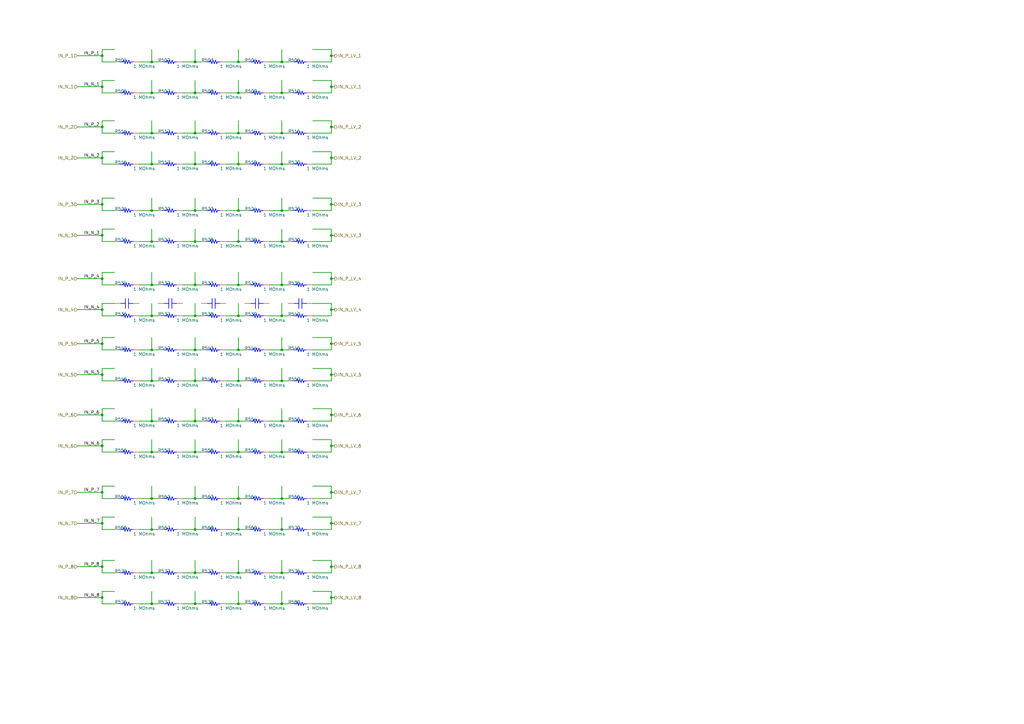
<source format=kicad_sch>
(kicad_sch (version 20250114) (generator "eeschema") (generator_version "9.0")
  (paper "A3")
  (junction (at 80.01 247.65))
  (junction (at 41.91 170.18))
  (junction (at 97.79 172.72))
  (junction (at 135.89 140.97))
  (junction (at 62.23 129.54))
  (junction (at 115.57 38.1))
  (junction (at 97.79 234.95))
  (junction (at 115.57 67.31))
  (junction (at 80.01 234.95))
  (junction (at 135.89 214.63))
  (junction (at 80.01 156.21))
  (junction (at 115.57 156.21))
  (junction (at 135.89 35.56))
  (junction (at 97.79 143.51))
  (junction (at 80.01 143.51))
  (junction (at 80.01 99.06))
  (junction (at 80.01 217.17))
  (junction (at 62.23 156.21))
  (junction (at 80.01 25.4))
  (junction (at 62.23 172.72))
  (junction (at 135.89 96.52))
  (junction (at 135.89 245.11))
  (junction (at 62.23 86.36))
  (junction (at 135.89 114.3))
  (junction (at 41.91 201.93))
  (junction (at 62.23 99.06))
  (junction (at 80.01 54.61))
  (junction (at 115.57 25.4))
  (junction (at 97.79 25.4))
  (junction (at 115.57 54.61))
  (junction (at 80.01 129.54))
  (junction (at 97.79 185.42))
  (junction (at 135.89 83.82))
  (junction (at 135.89 182.88))
  (junction (at 135.89 22.86))
  (junction (at 80.01 86.36))
  (junction (at 41.91 96.52))
  (junction (at 115.57 86.36))
  (junction (at 115.57 247.65))
  (junction (at 115.57 143.51))
  (junction (at 41.91 245.11))
  (junction (at 115.57 99.06))
  (junction (at 115.57 185.42))
  (junction (at 62.23 217.17))
  (junction (at 41.91 232.41))
  (junction (at 97.79 116.84))
  (junction (at 135.89 201.93))
  (junction (at 97.79 129.54))
  (junction (at 41.91 214.63))
  (junction (at 135.89 153.67))
  (junction (at 80.01 116.84))
  (junction (at 62.23 204.47))
  (junction (at 97.79 204.47))
  (junction (at 80.01 172.72))
  (junction (at 97.79 38.1))
  (junction (at 41.91 64.77))
  (junction (at 62.23 25.4))
  (junction (at 135.89 64.77))
  (junction (at 115.57 116.84))
  (junction (at 97.79 99.06))
  (junction (at 97.79 86.36))
  (junction (at 80.01 67.31))
  (junction (at 41.91 22.86))
  (junction (at 41.91 127))
  (junction (at 62.23 247.65))
  (junction (at 41.91 35.56))
  (junction (at 41.91 182.88))
  (junction (at 115.57 217.17))
  (junction (at 41.91 114.3))
  (junction (at 80.01 38.1))
  (junction (at 80.01 185.42))
  (junction (at 41.91 83.82))
  (junction (at 97.79 247.65))
  (junction (at 135.89 170.18))
  (junction (at 135.89 232.41))
  (junction (at 62.23 38.1))
  (junction (at 41.91 140.97))
  (junction (at 62.23 143.51))
  (junction (at 97.79 217.17))
  (junction (at 115.57 129.54))
  (junction (at 97.79 54.61))
  (junction (at 62.23 234.95))
  (junction (at 115.57 234.95))
  (junction (at 41.91 52.07))
  (junction (at 41.91 153.67))
  (junction (at 115.57 204.47))
  (junction (at 115.57 172.72))
  (junction (at 97.79 67.31))
  (junction (at 80.01 204.47))
  (junction (at 62.23 185.42))
  (junction (at 62.23 67.31))
  (junction (at 135.89 52.07))
  (junction (at 97.79 156.21))
  (junction (at 135.89 127))
  (junction (at 62.23 54.61))
  (junction (at 62.23 116.84))
  (wire (pts (xy 137.16 64.77) (xy 135.89 64.77)) (stroke (width 0.254)))
  (wire (pts (xy 41.91 86.36) (xy 41.91 83.82)) (stroke (width 0.254)))
  (wire (pts (xy 115.57 67.31) (xy 110.49 67.31)) (stroke (width 0.254)))
  (wire (pts (xy 46.99 234.95) (xy 41.91 234.95)) (stroke (width 0.254)))
  (wire (pts (xy 128.27 212.09) (xy 135.89 212.09)) (stroke (width 0.254)))
  (wire (pts (xy 82.55 204.47) (xy 80.01 204.47)) (stroke (width 0.254)))
  (wire (pts (xy 135.89 33.02) (xy 135.89 35.56)) (stroke (width 0.254)))
  (wire (pts (xy 115.57 242.57) (xy 115.57 247.65)) (stroke (width 0.254)))
  (wire (pts (xy 82.55 156.21) (xy 80.01 156.21)) (stroke (width 0.254)))
  (wire (pts (xy 41.91 180.34) (xy 41.91 182.88)) (stroke (width 0.254)))
  (wire (pts (xy 115.57 234.95) (xy 110.49 234.95)) (stroke (width 0.254)))
  (wire (pts (xy 97.79 25.4) (xy 92.71 25.4)) (stroke (width 0.254)))
  (wire (pts (xy 41.91 143.51) (xy 41.91 140.97)) (stroke (width 0.254)))
  (wire (pts (xy 137.16 96.52) (xy 135.89 96.52)) (stroke (width 0.254)))
  (wire (pts (xy 118.11 234.95) (xy 115.57 234.95)) (stroke (width 0.254)))
  (wire (pts (xy 62.23 217.17) (xy 62.23 212.09)) (stroke (width 0.254)))
  (wire (pts (xy 100.33 129.54) (xy 97.79 129.54)) (stroke (width 0.254)))
  (wire (pts (xy 135.89 201.93) (xy 135.89 204.47)) (stroke (width 0.254)))
  (wire (pts (xy 80.01 167.64) (xy 80.01 172.72)) (stroke (width 0.254)))
  (wire (pts (xy 137.16 232.41) (xy 135.89 232.41)) (stroke (width 0.254)))
  (wire (pts (xy 46.99 81.28) (xy 41.91 81.28)) (stroke (width 0.254)))
  (wire (pts (xy 62.23 172.72) (xy 62.23 167.64)) (stroke (width 0.254)))
  (wire (pts (xy 135.89 64.77) (xy 135.89 67.31)) (stroke (width 0.254)))
  (wire (pts (xy 135.89 232.41) (xy 135.89 234.95)) (stroke (width 0.254)))
  (wire (pts (xy 82.55 143.51) (xy 80.01 143.51)) (stroke (width 0.254)))
  (wire (pts (xy 137.16 153.67) (xy 135.89 153.67)) (stroke (width 0.254)))
  (wire (pts (xy 100.33 116.84) (xy 97.79 116.84)) (stroke (width 0.254)))
  (wire (pts (xy 135.89 22.86) (xy 135.89 25.4)) (stroke (width 0.254)))
  (wire (pts (xy 82.55 172.72) (xy 80.01 172.72)) (stroke (width 0.254)))
  (wire (pts (xy 128.27 54.61) (xy 135.89 54.61)) (stroke (width 0.254)))
  (wire (pts (xy 137.16 170.18) (xy 135.89 170.18)) (stroke (width 0.254)))
  (wire (pts (xy 118.11 99.06) (xy 115.57 99.06)) (stroke (width 0.254)))
  (wire (pts (xy 97.79 62.23) (xy 97.79 67.31)) (stroke (width 0.254)))
  (wire (pts (xy 128.27 33.02) (xy 135.89 33.02)) (stroke (width 0.254)))
  (wire (pts (xy 80.01 199.39) (xy 80.01 204.47)) (stroke (width 0.254)))
  (wire (pts (xy 46.99 38.1) (xy 41.91 38.1)) (stroke (width 0.254)))
  (wire (pts (xy 100.33 54.61) (xy 97.79 54.61)) (stroke (width 0.254)))
  (wire (pts (xy 64.77 247.65) (xy 62.23 247.65)) (stroke (width 0.254)))
  (wire (pts (xy 128.27 129.54) (xy 135.89 129.54)) (stroke (width 0.254)))
  (wire (pts (xy 64.77 67.31) (xy 62.23 67.31)) (stroke (width 0.254)))
  (wire (pts (xy 82.55 38.1) (xy 80.01 38.1)) (stroke (width 0.254)))
  (wire (pts (xy 97.79 99.06) (xy 92.71 99.06)) (stroke (width 0.254)))
  (wire (pts (xy 41.91 22.86) (xy 31.75 22.86)) (stroke (width 0.254)))
  (wire (pts (xy 135.89 214.63) (xy 135.89 217.17)) (stroke (width 0.254)))
  (wire (pts (xy 115.57 172.72) (xy 110.49 172.72)) (stroke (width 0.254)))
  (wire (pts (xy 41.91 140.97) (xy 31.75 140.97)) (stroke (width 0.254)))
  (wire (pts (xy 115.57 111.76) (xy 115.57 116.84)) (stroke (width 0.254)))
  (wire (pts (xy 41.91 62.23) (xy 41.91 64.77)) (stroke (width 0.254)))
  (wire (pts (xy 46.99 49.53) (xy 41.91 49.53)) (stroke (width 0.254)))
  (wire (pts (xy 100.33 204.47) (xy 97.79 204.47)) (stroke (width 0.254)))
  (wire (pts (xy 135.89 153.67) (xy 135.89 156.21)) (stroke (width 0.254)))
  (wire (pts (xy 80.01 156.21) (xy 74.93 156.21)) (stroke (width 0.254)))
  (wire (pts (xy 100.33 25.4) (xy 97.79 25.4)) (stroke (width 0.254)))
  (wire (pts (xy 135.89 180.34) (xy 135.89 182.88)) (stroke (width 0.254)))
  (wire (pts (xy 80.01 217.17) (xy 74.93 217.17)) (stroke (width 0.254)))
  (wire (pts (xy 64.77 204.47) (xy 62.23 204.47)) (stroke (width 0.254)))
  (wire (pts (xy 46.99 199.39) (xy 41.91 199.39)) (stroke (width 0.254)))
  (wire (pts (xy 80.01 129.54) (xy 74.93 129.54)) (stroke (width 0.254)))
  (wire (pts (xy 115.57 54.61) (xy 110.49 54.61)) (stroke (width 0.254)))
  (wire (pts (xy 46.99 138.43) (xy 41.91 138.43)) (stroke (width 0.254)))
  (wire (pts (xy 41.91 35.56) (xy 31.75 35.56)) (stroke (width 0.254)))
  (wire (pts (xy 62.23 204.47) (xy 62.23 199.39)) (stroke (width 0.254)))
  (wire (pts (xy 41.91 247.65) (xy 41.91 245.11)) (stroke (width 0.254)))
  (wire (pts (xy 41.91 217.17) (xy 41.91 214.63)) (stroke (width 0.254)))
  (wire (pts (xy 137.16 22.86) (xy 135.89 22.86)) (stroke (width 0.254)))
  (wire (pts (xy 128.27 143.51) (xy 135.89 143.51)) (stroke (width 0.254)))
  (wire (pts (xy 41.91 172.72) (xy 41.91 170.18)) (stroke (width 0.254)))
  (wire (pts (xy 97.79 234.95) (xy 92.71 234.95)) (stroke (width 0.254)))
  (wire (pts (xy 80.01 185.42) (xy 74.93 185.42)) (stroke (width 0.254)))
  (wire (pts (xy 128.27 229.87) (xy 135.89 229.87)) (stroke (width 0.254)))
  (wire (pts (xy 62.23 67.31) (xy 57.15 67.31)) (stroke (width 0.254)))
  (wire (pts (xy 97.79 93.98) (xy 97.79 99.06)) (stroke (width 0.254)))
  (wire (pts (xy 118.11 116.84) (xy 115.57 116.84)) (stroke (width 0.254)))
  (wire (pts (xy 82.55 99.06) (xy 80.01 99.06)) (stroke (width 0.254)))
  (wire (pts (xy 137.16 114.3) (xy 135.89 114.3)) (stroke (width 0.254)))
  (wire (pts (xy 118.11 25.4) (xy 115.57 25.4)) (stroke (width 0.254)))
  (wire (pts (xy 97.79 204.47) (xy 92.71 204.47)) (stroke (width 0.254)))
  (wire (pts (xy 62.23 99.06) (xy 62.23 93.98)) (stroke (width 0.254)))
  (wire (pts (xy 62.23 185.42) (xy 57.15 185.42)) (stroke (width 0.254)))
  (wire (pts (xy 82.55 116.84) (xy 80.01 116.84)) (stroke (width 0.254)))
  (wire (pts (xy 64.77 86.36) (xy 62.23 86.36)) (stroke (width 0.254)))
  (wire (pts (xy 135.89 127) (xy 135.89 129.54)) (stroke (width 0.254)))
  (wire (pts (xy 41.91 153.67) (xy 31.75 153.67)) (stroke (width 0.254)))
  (wire (pts (xy 62.23 86.36) (xy 57.15 86.36)) (stroke (width 0.254)))
  (wire (pts (xy 135.89 62.23) (xy 135.89 64.77)) (stroke (width 0.254)))
  (wire (pts (xy 41.91 199.39) (xy 41.91 201.93)) (stroke (width 0.254)))
  (wire (pts (xy 135.89 114.3) (xy 135.89 116.84)) (stroke (width 0.254)))
  (wire (pts (xy 97.79 242.57) (xy 97.79 247.65)) (stroke (width 0.254)))
  (wire (pts (xy 137.16 182.88) (xy 135.89 182.88)) (stroke (width 0.254)))
  (wire (pts (xy 82.55 185.42) (xy 80.01 185.42)) (stroke (width 0.254)))
  (wire (pts (xy 62.23 67.31) (xy 62.23 62.23)) (stroke (width 0.254)))
  (wire (pts (xy 115.57 151.13) (xy 115.57 156.21)) (stroke (width 0.254)))
  (wire (pts (xy 100.33 185.42) (xy 97.79 185.42)) (stroke (width 0.254)))
  (wire (pts (xy 62.23 99.06) (xy 57.15 99.06)) (stroke (width 0.254)))
  (wire (pts (xy 62.23 185.42) (xy 62.23 180.34)) (stroke (width 0.254)))
  (wire (pts (xy 118.11 204.47) (xy 115.57 204.47)) (stroke (width 0.254)))
  (wire (pts (xy 41.91 114.3) (xy 31.75 114.3)) (stroke (width 0.254)))
  (wire (pts (xy 97.79 143.51) (xy 92.71 143.51)) (stroke (width 0.254)))
  (wire (pts (xy 41.91 93.98) (xy 41.91 96.52)) (stroke (width 0.254)))
  (wire (pts (xy 135.89 242.57) (xy 135.89 245.11)) (stroke (width 0.254)))
  (wire (pts (xy 82.55 234.95) (xy 80.01 234.95)) (stroke (width 0.254)))
  (wire (pts (xy 135.89 111.76) (xy 135.89 114.3)) (stroke (width 0.254)))
  (wire (pts (xy 41.91 127) (xy 31.75 127)) (stroke (width 0.254)))
  (wire (pts (xy 128.27 247.65) (xy 135.89 247.65)) (stroke (width 0.254)))
  (wire (pts (xy 82.55 247.65) (xy 80.01 247.65)) (stroke (width 0.254)))
  (wire (pts (xy 128.27 111.76) (xy 135.89 111.76)) (stroke (width 0.254)))
  (wire (pts (xy 118.11 86.36) (xy 115.57 86.36)) (stroke (width 0.254)))
  (wire (pts (xy 80.01 172.72) (xy 74.93 172.72)) (stroke (width 0.254)))
  (wire (pts (xy 115.57 33.02) (xy 115.57 38.1)) (stroke (width 0.254)))
  (wire (pts (xy 115.57 20.32) (xy 115.57 25.4)) (stroke (width 0.254)))
  (wire (pts (xy 128.27 180.34) (xy 135.89 180.34)) (stroke (width 0.254)))
  (wire (pts (xy 118.11 156.21) (xy 115.57 156.21)) (stroke (width 0.254)))
  (wire (pts (xy 128.27 99.06) (xy 135.89 99.06)) (stroke (width 0.254)))
  (wire (pts (xy 115.57 116.84) (xy 110.49 116.84)) (stroke (width 0.254)))
  (wire (pts (xy 97.79 49.53) (xy 97.79 54.61)) (stroke (width 0.254)))
  (wire (pts (xy 62.23 172.72) (xy 57.15 172.72)) (stroke (width 0.254)))
  (wire (pts (xy 41.91 67.31) (xy 41.91 64.77)) (stroke (width 0.254)))
  (wire (pts (xy 64.77 172.72) (xy 62.23 172.72)) (stroke (width 0.254)))
  (wire (pts (xy 115.57 185.42) (xy 110.49 185.42)) (stroke (width 0.254)))
  (wire (pts (xy 41.91 212.09) (xy 41.91 214.63)) (stroke (width 0.254)))
  (wire (pts (xy 115.57 81.28) (xy 115.57 86.36)) (stroke (width 0.254)))
  (wire (pts (xy 82.55 86.36) (xy 80.01 86.36)) (stroke (width 0.254)))
  (wire (pts (xy 46.99 212.09) (xy 41.91 212.09)) (stroke (width 0.254)))
  (wire (pts (xy 128.27 93.98) (xy 135.89 93.98)) (stroke (width 0.254)))
  (wire (pts (xy 118.11 38.1) (xy 115.57 38.1)) (stroke (width 0.254)))
  (wire (pts (xy 80.01 93.98) (xy 80.01 99.06)) (stroke (width 0.254)))
  (wire (pts (xy 128.27 138.43) (xy 135.89 138.43)) (stroke (width 0.254)))
  (wire (pts (xy 128.27 67.31) (xy 135.89 67.31)) (stroke (width 0.254)))
  (wire (pts (xy 46.99 20.32) (xy 41.91 20.32)) (stroke (width 0.254)))
  (wire (pts (xy 62.23 247.65) (xy 57.15 247.65)) (stroke (width 0.254)))
  (wire (pts (xy 41.91 129.54) (xy 41.91 127)) (stroke (width 0.254)))
  (wire (pts (xy 97.79 199.39) (xy 97.79 204.47)) (stroke (width 0.254)))
  (wire (pts (xy 41.91 83.82) (xy 31.75 83.82)) (stroke (width 0.254)))
  (wire (pts (xy 46.99 151.13) (xy 41.91 151.13)) (stroke (width 0.254)))
  (wire (pts (xy 80.01 143.51) (xy 74.93 143.51)) (stroke (width 0.254)))
  (wire (pts (xy 80.01 99.06) (xy 74.93 99.06)) (stroke (width 0.254)))
  (wire (pts (xy 62.23 38.1) (xy 57.15 38.1)) (stroke (width 0.254)))
  (wire (pts (xy 41.91 151.13) (xy 41.91 153.67)) (stroke (width 0.254)))
  (wire (pts (xy 115.57 86.36) (xy 110.49 86.36)) (stroke (width 0.254)))
  (wire (pts (xy 115.57 167.64) (xy 115.57 172.72)) (stroke (width 0.254)))
  (wire (pts (xy 64.77 25.4) (xy 62.23 25.4)) (stroke (width 0.254)))
  (wire (pts (xy 46.99 33.02) (xy 41.91 33.02)) (stroke (width 0.254)))
  (wire (pts (xy 46.99 111.76) (xy 41.91 111.76)) (stroke (width 0.254)))
  (wire (pts (xy 41.91 204.47) (xy 41.91 201.93)) (stroke (width 0.254)))
  (wire (pts (xy 62.23 54.61) (xy 57.15 54.61)) (stroke (width 0.254)))
  (wire (pts (xy 62.23 234.95) (xy 57.15 234.95)) (stroke (width 0.254)))
  (wire (pts (xy 41.91 185.42) (xy 41.91 182.88)) (stroke (width 0.254)))
  (wire (pts (xy 46.99 180.34) (xy 41.91 180.34)) (stroke (width 0.254)))
  (wire (pts (xy 41.91 20.32) (xy 41.91 22.86)) (stroke (width 0.254)))
  (wire (pts (xy 41.91 232.41) (xy 31.75 232.41)) (stroke (width 0.254)))
  (wire (pts (xy 46.99 62.23) (xy 41.91 62.23)) (stroke (width 0.254)))
  (wire (pts (xy 100.33 247.65) (xy 97.79 247.65)) (stroke (width 0.254)))
  (wire (pts (xy 100.33 67.31) (xy 97.79 67.31)) (stroke (width 0.254)))
  (wire (pts (xy 62.23 25.4) (xy 62.23 20.32)) (stroke (width 0.254)))
  (wire (pts (xy 46.99 86.36) (xy 41.91 86.36)) (stroke (width 0.254)))
  (wire (pts (xy 135.89 35.56) (xy 135.89 38.1)) (stroke (width 0.254)))
  (wire (pts (xy 97.79 124.46) (xy 97.79 129.54)) (stroke (width 0.254)))
  (wire (pts (xy 41.91 182.88) (xy 31.75 182.88)) (stroke (width 0.254)))
  (wire (pts (xy 80.01 86.36) (xy 74.93 86.36)) (stroke (width 0.254)))
  (wire (pts (xy 46.99 99.06) (xy 41.91 99.06)) (stroke (width 0.254)))
  (wire (pts (xy 128.27 199.39) (xy 135.89 199.39)) (stroke (width 0.254)))
  (wire (pts (xy 118.11 217.17) (xy 115.57 217.17)) (stroke (width 0.254)))
  (wire (pts (xy 97.79 67.31) (xy 92.71 67.31)) (stroke (width 0.254)))
  (wire (pts (xy 115.57 204.47) (xy 110.49 204.47)) (stroke (width 0.254)))
  (wire (pts (xy 41.91 111.76) (xy 41.91 114.3)) (stroke (width 0.254)))
  (wire (pts (xy 97.79 167.64) (xy 97.79 172.72)) (stroke (width 0.254)))
  (wire (pts (xy 97.79 86.36) (xy 92.71 86.36)) (stroke (width 0.254)))
  (wire (pts (xy 80.01 212.09) (xy 80.01 217.17)) (stroke (width 0.254)))
  (wire (pts (xy 62.23 156.21) (xy 62.23 151.13)) (stroke (width 0.254)))
  (wire (pts (xy 80.01 151.13) (xy 80.01 156.21)) (stroke (width 0.254)))
  (wire (pts (xy 82.55 54.61) (xy 80.01 54.61)) (stroke (width 0.254)))
  (wire (pts (xy 97.79 54.61) (xy 92.71 54.61)) (stroke (width 0.254)))
  (wire (pts (xy 80.01 38.1) (xy 74.93 38.1)) (stroke (width 0.254)))
  (wire (pts (xy 41.91 54.61) (xy 41.91 52.07)) (stroke (width 0.254)))
  (wire (pts (xy 137.16 245.11) (xy 135.89 245.11)) (stroke (width 0.254)))
  (wire (pts (xy 135.89 124.46) (xy 135.89 127)) (stroke (width 0.254)))
  (wire (pts (xy 80.01 111.76) (xy 80.01 116.84)) (stroke (width 0.254)))
  (wire (pts (xy 97.79 247.65) (xy 92.71 247.65)) (stroke (width 0.254)))
  (wire (pts (xy 128.27 20.32) (xy 135.89 20.32)) (stroke (width 0.254)))
  (wire (pts (xy 97.79 172.72) (xy 92.71 172.72)) (stroke (width 0.254)))
  (wire (pts (xy 128.27 156.21) (xy 135.89 156.21)) (stroke (width 0.254)))
  (wire (pts (xy 97.79 151.13) (xy 97.79 156.21)) (stroke (width 0.254)))
  (wire (pts (xy 128.27 62.23) (xy 135.89 62.23)) (stroke (width 0.254)))
  (wire (pts (xy 97.79 20.32) (xy 97.79 25.4)) (stroke (width 0.254)))
  (wire (pts (xy 97.79 212.09) (xy 97.79 217.17)) (stroke (width 0.254)))
  (wire (pts (xy 64.77 99.06) (xy 62.23 99.06)) (stroke (width 0.254)))
  (wire (pts (xy 118.11 143.51) (xy 115.57 143.51)) (stroke (width 0.254)))
  (wire (pts (xy 41.91 99.06) (xy 41.91 96.52)) (stroke (width 0.254)))
  (wire (pts (xy 46.99 129.54) (xy 41.91 129.54)) (stroke (width 0.254)))
  (wire (pts (xy 128.27 167.64) (xy 135.89 167.64)) (stroke (width 0.254)))
  (wire (pts (xy 41.91 124.46) (xy 41.91 127)) (stroke (width 0.254)))
  (wire (pts (xy 118.11 247.65) (xy 115.57 247.65)) (stroke (width 0.254)))
  (wire (pts (xy 97.79 229.87) (xy 97.79 234.95)) (stroke (width 0.254)))
  (wire (pts (xy 41.91 138.43) (xy 41.91 140.97)) (stroke (width 0.254)))
  (wire (pts (xy 115.57 124.46) (xy 115.57 129.54)) (stroke (width 0.254)))
  (wire (pts (xy 41.91 64.77) (xy 31.75 64.77)) (stroke (width 0.254)))
  (wire (pts (xy 115.57 129.54) (xy 110.49 129.54)) (stroke (width 0.254)))
  (wire (pts (xy 128.27 172.72) (xy 135.89 172.72)) (stroke (width 0.254)))
  (wire (pts (xy 41.91 116.84) (xy 41.91 114.3)) (stroke (width 0.254)))
  (wire (pts (xy 135.89 151.13) (xy 135.89 153.67)) (stroke (width 0.254)))
  (wire (pts (xy 64.77 129.54) (xy 62.23 129.54)) (stroke (width 0.254)))
  (wire (pts (xy 135.89 170.18) (xy 135.89 172.72)) (stroke (width 0.254)))
  (wire (pts (xy 41.91 33.02) (xy 41.91 35.56)) (stroke (width 0.254)))
  (wire (pts (xy 46.99 204.47) (xy 41.91 204.47)) (stroke (width 0.254)))
  (wire (pts (xy 82.55 129.54) (xy 80.01 129.54)) (stroke (width 0.254)))
  (wire (pts (xy 64.77 143.51) (xy 62.23 143.51)) (stroke (width 0.254)))
  (wire (pts (xy 64.77 185.42) (xy 62.23 185.42)) (stroke (width 0.254)))
  (wire (pts (xy 62.23 217.17) (xy 57.15 217.17)) (stroke (width 0.254)))
  (wire (pts (xy 46.99 116.84) (xy 41.91 116.84)) (stroke (width 0.254)))
  (wire (pts (xy 46.99 156.21) (xy 41.91 156.21)) (stroke (width 0.254)))
  (wire (pts (xy 46.99 25.4) (xy 41.91 25.4)) (stroke (width 0.254)))
  (wire (pts (xy 100.33 156.21) (xy 97.79 156.21)) (stroke (width 0.254)))
  (wire (pts (xy 41.91 38.1) (xy 41.91 35.56)) (stroke (width 0.254)))
  (wire (pts (xy 115.57 156.21) (xy 110.49 156.21)) (stroke (width 0.254)))
  (wire (pts (xy 128.27 86.36) (xy 135.89 86.36)) (stroke (width 0.254)))
  (wire (pts (xy 97.79 38.1) (xy 92.71 38.1)) (stroke (width 0.254)))
  (wire (pts (xy 118.11 172.72) (xy 115.57 172.72)) (stroke (width 0.254)))
  (wire (pts (xy 135.89 199.39) (xy 135.89 201.93)) (stroke (width 0.254)))
  (wire (pts (xy 100.33 143.51) (xy 97.79 143.51)) (stroke (width 0.254)))
  (wire (pts (xy 41.91 81.28) (xy 41.91 83.82)) (stroke (width 0.254)))
  (wire (pts (xy 46.99 124.46) (xy 41.91 124.46)) (stroke (width 0.254)))
  (wire (pts (xy 135.89 140.97) (xy 135.89 143.51)) (stroke (width 0.254)))
  (wire (pts (xy 115.57 247.65) (xy 110.49 247.65)) (stroke (width 0.254)))
  (wire (pts (xy 118.11 67.31) (xy 115.57 67.31)) (stroke (width 0.254)))
  (wire (pts (xy 115.57 62.23) (xy 115.57 67.31)) (stroke (width 0.254)))
  (wire (pts (xy 137.16 83.82) (xy 135.89 83.82)) (stroke (width 0.254)))
  (wire (pts (xy 118.11 54.61) (xy 115.57 54.61)) (stroke (width 0.254)))
  (wire (pts (xy 135.89 245.11) (xy 135.89 247.65)) (stroke (width 0.254)))
  (wire (pts (xy 41.91 156.21) (xy 41.91 153.67)) (stroke (width 0.254)))
  (wire (pts (xy 135.89 93.98) (xy 135.89 96.52)) (stroke (width 0.254)))
  (wire (pts (xy 135.89 52.07) (xy 135.89 54.61)) (stroke (width 0.254)))
  (wire (pts (xy 97.79 138.43) (xy 97.79 143.51)) (stroke (width 0.254)))
  (wire (pts (xy 46.99 143.51) (xy 41.91 143.51)) (stroke (width 0.254)))
  (wire (pts (xy 135.89 167.64) (xy 135.89 170.18)) (stroke (width 0.254)))
  (wire (pts (xy 80.01 180.34) (xy 80.01 185.42)) (stroke (width 0.254)))
  (wire (pts (xy 80.01 247.65) (xy 74.93 247.65)) (stroke (width 0.254)))
  (wire (pts (xy 137.16 127) (xy 135.89 127)) (stroke (width 0.254)))
  (wire (pts (xy 128.27 49.53) (xy 135.89 49.53)) (stroke (width 0.254)))
  (wire (pts (xy 118.11 185.42) (xy 115.57 185.42)) (stroke (width 0.254)))
  (wire (pts (xy 128.27 234.95) (xy 135.89 234.95)) (stroke (width 0.254)))
  (wire (pts (xy 41.91 234.95) (xy 41.91 232.41)) (stroke (width 0.254)))
  (wire (pts (xy 128.27 38.1) (xy 135.89 38.1)) (stroke (width 0.254)))
  (wire (pts (xy 41.91 167.64) (xy 41.91 170.18)) (stroke (width 0.254)))
  (wire (pts (xy 137.16 52.07) (xy 135.89 52.07)) (stroke (width 0.254)))
  (wire (pts (xy 46.99 172.72) (xy 41.91 172.72)) (stroke (width 0.254)))
  (wire (pts (xy 80.01 138.43) (xy 80.01 143.51)) (stroke (width 0.254)))
  (wire (pts (xy 137.16 35.56) (xy 135.89 35.56)) (stroke (width 0.254)))
  (wire (pts (xy 128.27 242.57) (xy 135.89 242.57)) (stroke (width 0.254)))
  (wire (pts (xy 115.57 138.43) (xy 115.57 143.51)) (stroke (width 0.254)))
  (wire (pts (xy 100.33 38.1) (xy 97.79 38.1)) (stroke (width 0.254)))
  (wire (pts (xy 62.23 143.51) (xy 62.23 138.43)) (stroke (width 0.254)))
  (wire (pts (xy 80.01 54.61) (xy 74.93 54.61)) (stroke (width 0.254)))
  (wire (pts (xy 64.77 234.95) (xy 62.23 234.95)) (stroke (width 0.254)))
  (wire (pts (xy 137.16 214.63) (xy 135.89 214.63)) (stroke (width 0.254)))
  (wire (pts (xy 135.89 20.32) (xy 135.89 22.86)) (stroke (width 0.254)))
  (wire (pts (xy 115.57 199.39) (xy 115.57 204.47)) (stroke (width 0.254)))
  (wire (pts (xy 137.16 201.93) (xy 135.89 201.93)) (stroke (width 0.254)))
  (wire (pts (xy 128.27 204.47) (xy 135.89 204.47)) (stroke (width 0.254)))
  (wire (pts (xy 128.27 185.42) (xy 135.89 185.42)) (stroke (width 0.254)))
  (wire (pts (xy 135.89 229.87) (xy 135.89 232.41)) (stroke (width 0.254)))
  (wire (pts (xy 115.57 49.53) (xy 115.57 54.61)) (stroke (width 0.254)))
  (wire (pts (xy 128.27 217.17) (xy 135.89 217.17)) (stroke (width 0.254)))
  (wire (pts (xy 62.23 247.65) (xy 62.23 242.57)) (stroke (width 0.254)))
  (wire (pts (xy 80.01 62.23) (xy 80.01 67.31)) (stroke (width 0.254)))
  (wire (pts (xy 80.01 124.46) (xy 80.01 129.54)) (stroke (width 0.254)))
  (wire (pts (xy 62.23 204.47) (xy 57.15 204.47)) (stroke (width 0.254)))
  (wire (pts (xy 41.91 242.57) (xy 41.91 245.11)) (stroke (width 0.254)))
  (wire (pts (xy 41.91 229.87) (xy 41.91 232.41)) (stroke (width 0.254)))
  (wire (pts (xy 135.89 49.53) (xy 135.89 52.07)) (stroke (width 0.254)))
  (wire (pts (xy 80.01 204.47) (xy 74.93 204.47)) (stroke (width 0.254)))
  (wire (pts (xy 46.99 54.61) (xy 41.91 54.61)) (stroke (width 0.254)))
  (wire (pts (xy 82.55 217.17) (xy 80.01 217.17)) (stroke (width 0.254)))
  (wire (pts (xy 97.79 180.34) (xy 97.79 185.42)) (stroke (width 0.254)))
  (wire (pts (xy 62.23 156.21) (xy 57.15 156.21)) (stroke (width 0.254)))
  (wire (pts (xy 64.77 54.61) (xy 62.23 54.61)) (stroke (width 0.254)))
  (wire (pts (xy 82.55 67.31) (xy 80.01 67.31)) (stroke (width 0.254)))
  (wire (pts (xy 135.89 212.09) (xy 135.89 214.63)) (stroke (width 0.254)))
  (wire (pts (xy 97.79 116.84) (xy 92.71 116.84)) (stroke (width 0.254)))
  (wire (pts (xy 115.57 217.17) (xy 110.49 217.17)) (stroke (width 0.254)))
  (wire (pts (xy 135.89 83.82) (xy 135.89 86.36)) (stroke (width 0.254)))
  (wire (pts (xy 128.27 124.46) (xy 135.89 124.46)) (stroke (width 0.254)))
  (wire (pts (xy 115.57 180.34) (xy 115.57 185.42)) (stroke (width 0.254)))
  (wire (pts (xy 115.57 229.87) (xy 115.57 234.95)) (stroke (width 0.254)))
  (wire (pts (xy 46.99 93.98) (xy 41.91 93.98)) (stroke (width 0.254)))
  (wire (pts (xy 64.77 116.84) (xy 62.23 116.84)) (stroke (width 0.254)))
  (wire (pts (xy 46.99 229.87) (xy 41.91 229.87)) (stroke (width 0.254)))
  (wire (pts (xy 80.01 229.87) (xy 80.01 234.95)) (stroke (width 0.254)))
  (wire (pts (xy 62.23 234.95) (xy 62.23 229.87)) (stroke (width 0.254)))
  (wire (pts (xy 115.57 99.06) (xy 110.49 99.06)) (stroke (width 0.254)))
  (wire (pts (xy 115.57 38.1) (xy 110.49 38.1)) (stroke (width 0.254)))
  (wire (pts (xy 100.33 217.17) (xy 97.79 217.17)) (stroke (width 0.254)))
  (wire (pts (xy 46.99 247.65) (xy 41.91 247.65)) (stroke (width 0.254)))
  (wire (pts (xy 80.01 33.02) (xy 80.01 38.1)) (stroke (width 0.254)))
  (wire (pts (xy 41.91 25.4) (xy 41.91 22.86)) (stroke (width 0.254)))
  (wire (pts (xy 115.57 25.4) (xy 110.49 25.4)) (stroke (width 0.254)))
  (wire (pts (xy 97.79 81.28) (xy 97.79 86.36)) (stroke (width 0.254)))
  (wire (pts (xy 46.99 217.17) (xy 41.91 217.17)) (stroke (width 0.254)))
  (wire (pts (xy 80.01 242.57) (xy 80.01 247.65)) (stroke (width 0.254)))
  (wire (pts (xy 135.89 81.28) (xy 135.89 83.82)) (stroke (width 0.254)))
  (wire (pts (xy 97.79 129.54) (xy 92.71 129.54)) (stroke (width 0.254)))
  (wire (pts (xy 64.77 38.1) (xy 62.23 38.1)) (stroke (width 0.254)))
  (wire (pts (xy 115.57 143.51) (xy 110.49 143.51)) (stroke (width 0.254)))
  (wire (pts (xy 41.91 52.07) (xy 31.75 52.07)) (stroke (width 0.254)))
  (wire (pts (xy 97.79 111.76) (xy 97.79 116.84)) (stroke (width 0.254)))
  (wire (pts (xy 97.79 217.17) (xy 92.71 217.17)) (stroke (width 0.254)))
  (wire (pts (xy 62.23 129.54) (xy 57.15 129.54)) (stroke (width 0.254)))
  (wire (pts (xy 46.99 67.31) (xy 41.91 67.31)) (stroke (width 0.254)))
  (wire (pts (xy 80.01 234.95) (xy 74.93 234.95)) (stroke (width 0.254)))
  (wire (pts (xy 97.79 33.02) (xy 97.79 38.1)) (stroke (width 0.254)))
  (wire (pts (xy 64.77 156.21) (xy 62.23 156.21)) (stroke (width 0.254)))
  (wire (pts (xy 62.23 38.1) (xy 62.23 33.02)) (stroke (width 0.254)))
  (wire (pts (xy 128.27 25.4) (xy 135.89 25.4)) (stroke (width 0.254)))
  (wire (pts (xy 41.91 170.18) (xy 31.75 170.18)) (stroke (width 0.254)))
  (wire (pts (xy 62.23 129.54) (xy 62.23 124.46)) (stroke (width 0.254)))
  (wire (pts (xy 128.27 116.84) (xy 135.89 116.84)) (stroke (width 0.254)))
  (wire (pts (xy 80.01 49.53) (xy 80.01 54.61)) (stroke (width 0.254)))
  (wire (pts (xy 41.91 214.63) (xy 31.75 214.63)) (stroke (width 0.254)))
  (wire (pts (xy 97.79 185.42) (xy 92.71 185.42)) (stroke (width 0.254)))
  (wire (pts (xy 97.79 156.21) (xy 92.71 156.21)) (stroke (width 0.254)))
  (wire (pts (xy 135.89 96.52) (xy 135.89 99.06)) (stroke (width 0.254)))
  (wire (pts (xy 62.23 116.84) (xy 57.15 116.84)) (stroke (width 0.254)))
  (wire (pts (xy 80.01 81.28) (xy 80.01 86.36)) (stroke (width 0.254)))
  (wire (pts (xy 46.99 185.42) (xy 41.91 185.42)) (stroke (width 0.254)))
  (wire (pts (xy 80.01 116.84) (xy 74.93 116.84)) (stroke (width 0.254)))
  (wire (pts (xy 128.27 151.13) (xy 135.89 151.13)) (stroke (width 0.254)))
  (wire (pts (xy 100.33 234.95) (xy 97.79 234.95)) (stroke (width 0.254)))
  (wire (pts (xy 41.91 245.11) (xy 31.75 245.11)) (stroke (width 0.254)))
  (wire (pts (xy 100.33 86.36) (xy 97.79 86.36)) (stroke (width 0.254)))
  (wire (pts (xy 46.99 167.64) (xy 41.91 167.64)) (stroke (width 0.254)))
  (wire (pts (xy 62.23 116.84) (xy 62.23 111.76)) (stroke (width 0.254)))
  (wire (pts (xy 118.11 129.54) (xy 115.57 129.54)) (stroke (width 0.254)))
  (wire (pts (xy 46.99 242.57) (xy 41.91 242.57)) (stroke (width 0.254)))
  (wire (pts (xy 128.27 81.28) (xy 135.89 81.28)) (stroke (width 0.254)))
  (wire (pts (xy 41.91 49.53) (xy 41.91 52.07)) (stroke (width 0.254)))
  (wire (pts (xy 137.16 140.97) (xy 135.89 140.97)) (stroke (width 0.254)))
  (wire (pts (xy 115.57 93.98) (xy 115.57 99.06)) (stroke (width 0.254)))
  (wire (pts (xy 135.89 138.43) (xy 135.89 140.97)) (stroke (width 0.254)))
  (wire (pts (xy 64.77 217.17) (xy 62.23 217.17)) (stroke (width 0.254)))
  (wire (pts (xy 82.55 25.4) (xy 80.01 25.4)) (stroke (width 0.254)))
  (wire (pts (xy 135.89 182.88) (xy 135.89 185.42)) (stroke (width 0.254)))
  (wire (pts (xy 41.91 201.93) (xy 31.75 201.93)) (stroke (width 0.254)))
  (wire (pts (xy 62.23 143.51) (xy 57.15 143.51)) (stroke (width 0.254)))
  (wire (pts (xy 41.91 96.52) (xy 31.75 96.52)) (stroke (width 0.254)))
  (wire (pts (xy 80.01 20.32) (xy 80.01 25.4)) (stroke (width 0.254)))
  (wire (pts (xy 115.57 212.09) (xy 115.57 217.17)) (stroke (width 0.254)))
  (wire (pts (xy 80.01 67.31) (xy 74.93 67.31)) (stroke (width 0.254)))
  (wire (pts (xy 100.33 99.06) (xy 97.79 99.06)) (stroke (width 0.254)))
  (wire (pts (xy 100.33 172.72) (xy 97.79 172.72)) (stroke (width 0.254)))
  (wire (pts (xy 80.01 25.4) (xy 74.93 25.4)) (stroke (width 0.254)))
  (wire (pts (xy 62.23 25.4) (xy 57.15 25.4)) (stroke (width 0.254)))
  (wire (pts (xy 62.23 86.36) (xy 62.23 81.28)) (stroke (width 0.254)))
  (wire (pts (xy 62.23 54.61) (xy 62.23 49.53)) (stroke (width 0.254)))
  (label "IN_N_5" (at 34.29 153.67 0))
  (label "IN_N_8" (at 34.29 245.11 0))
  (label "IN_P_7" (at 34.29 201.93 0))
  (label "IN_P_1" (at 34.29 22.86 0))
  (label "IN_P_8" (at 34.29 232.41 0))
  (label "IN_N_2" (at 34.29 64.77 0))
  (label "IN_N_6" (at 34.29 182.88 0))
  (label "IN_P_2" (at 34.29 52.07 0))
  (label "IN_N_4" (at 34.29 127 0))
  (label "IN_P_3" (at 34.29 83.82 0))
  (label "IN_N_7" (at 34.29 214.63 0))
  (label "IN_N_1" (at 34.29 35.56 0))
  (label "IN_P_6" (at 34.29 170.18 0))
  (label "IN_P_4" (at 34.29 114.3 0))
  (label "IN_N_3" (at 34.29 96.52 0))
  (label "IN_P_5" (at 34.29 140.97 0))
  (hierarchical_label "IN_P_5" (shape input) (at 31.75 140.97 180))
  (hierarchical_label "IN_N_7" (shape input) (at 31.75 214.63 180))
  (hierarchical_label "IN_P_LV_2" (shape output) (at 137.16 52.07 0))
  (hierarchical_label "IN_N_6" (shape input) (at 31.75 182.88 180))
  (hierarchical_label "IN_P_LV_5" (shape output) (at 137.16 140.97 0))
  (hierarchical_label "IN_N_LV_2" (shape output) (at 137.16 64.77 0))
  (hierarchical_label "IN_N_4" (shape input) (at 31.75 127 180))
  (hierarchical_label "IN_P_4" (shape input) (at 31.75 114.3 180))
  (hierarchical_label "IN_P_LV_8" (shape output) (at 137.16 232.41 0))
  (hierarchical_label "IN_P_7" (shape input) (at 31.75 201.93 180))
  (hierarchical_label "IN_N_LV_1" (shape output) (at 137.16 35.56 0))
  (hierarchical_label "IN_P_LV_7" (shape output) (at 137.16 201.93 0))
  (hierarchical_label "IN_P_8" (shape input) (at 31.75 232.41 180))
  (hierarchical_label "IN_P_LV_1" (shape output) (at 137.16 22.86 0))
  (hierarchical_label "IN_N_LV_8" (shape output) (at 137.16 245.11 0))
  (hierarchical_label "IN_P_6" (shape input) (at 31.75 170.18 180))
  (hierarchical_label "IN_N_LV_7" (shape output) (at 137.16 214.63 0))
  (hierarchical_label "IN_P_1" (shape input) (at 31.75 22.86 180))
  (hierarchical_label "IN_N_1" (shape input) (at 31.75 35.56 180))
  (hierarchical_label "IN_N_8" (shape input) (at 31.75 245.11 180))
  (hierarchical_label "IN_N_LV_6" (shape output) (at 137.16 182.88 0))
  (hierarchical_label "IN_N_5" (shape input) (at 31.75 153.67 180))
  (hierarchical_label "IN_N_LV_5" (shape output) (at 137.16 153.67 0))
  (hierarchical_label "IN_N_2" (shape input) (at 31.75 64.77 180))
  (hierarchical_label "IN_N_LV_4" (shape output) (at 137.16 127 0))
  (hierarchical_label "IN_P_2" (shape input) (at 31.75 52.07 180))
  (hierarchical_label "IN_N_LV_3" (shape output) (at 137.16 96.52 0))
  (hierarchical_label "IN_P_3" (shape input) (at 31.75 83.82 180))
  (hierarchical_label "IN_N_3" (shape input) (at 31.75 96.52 180))
  (hierarchical_label "IN_P_LV_4" (shape output) (at 137.16 114.3 0))
  (hierarchical_label "IN_P_LV_3" (shape output) (at 137.16 83.82 0))
  (hierarchical_label "IN_P_LV_6" (shape output) (at 137.16 170.18 0))
  (symbol (lib_id "DifferentialProbe-altium-import:root_0_Resistor") (at 52.07 99.06 0) (unit 1)
    (property "Reference" "R526" (at 46.99 99.06 0) (effects (justify left bottom)))
    (property "Value" "${ALTIUM_VALUE}" (at 54.61 101.6 0) (effects (justify left bottom)))
    (property "Footprint" "Resistor_SMD:R_1206_3216Metric" (effects (hide yes)))
    (property "PART NUMBER" "RNCS1206BKE1M00" (effects (hide yes)))
    (property "COMPONENTLINK1DESCRIPTION" "Datasheet" (effects (hide yes)))
    (property "COMPONENTLINK1URL" "https://www.seielect.com/catalog/sei-rncs_rnch.pdf" (effects (hide yes)))
    (property "COMPONENTLINK2DESCRIPTION" "DigiKey Link" (effects (hide yes)))
    (property "COMPONENTLINK2URL" "https://www.digikey.com/en/products/detail/stackpole-electronics-inc/RNCS1206BKE1M00/1801448" (effects (hide yes)))
    (property "COMPOSITION" "Thin Film" (effects (hide yes)))
    (property "DEVICE PACKAGE" "1206 (3216 Metric)" (effects (hide yes)))
    (property "FEATURES" "Anti-Corrosive, Automotive AEC-Q200, Moisture Resistant" (effects (hide yes)))
    (property "HEIGHT - SEATED (MAX)" "0.026\" (0.65mm)" (effects (hide yes)))
    (property "LASTUPDATED" "27/06/2022 11:30:14" (effects (hide yes)))
    (property "LIFECYCLE STATUS" "Active" (effects (hide yes)))
    (property "MANUFACTURER" "Stackpole Electronics Inc" (effects (hide yes)))
    (property "MINIMUM ORDER" "1" (effects (hide yes)))
    (property "NUMBER OF TERMINATIONS" "2" (effects (hide yes)))
    (property "OPERATING TEMPERATURE" "-55°C ~ 155°C" (effects (hide yes)))
    (property "PACKAGE / CASE" "1206 (3216 Metric)" (effects (hide yes)))
    (property "PACKAGING" "TapeAndReel" (effects (hide yes)))
    (property "PARTID" "33934" (effects (hide yes)))
    (property "PART STATUS" "Active" (effects (hide yes)))
    (property "POWER (WATTS)" "0.125W, 1/8W" (effects (hide yes)))
    (property "PRICE" "0.09" (effects (hide yes)))
    (property "RATINGS" "AEC-Q200" (effects (hide yes)))
    (property "RESISTANCE" "1 MOhms" (effects (hide yes)))
    (property "SERIES" "RNCS" (effects (hide yes)))
    (property "SIZE / DIMENSION" "0.120\" L x 0.061\" W (3.05mm x 1.55mm)" (effects (hide yes)))
    (property "SUPPLIER 1" "DigiKey" (effects (hide yes)))
    (property "SUPPLIER PART NUMBER 1" "RNCS1206BKE1M00CT-ND" (effects (hide yes)))
    (property "SUPPLIER DEVICE PACKAGE" "1206" (effects (hide yes)))
    (property "TEMPERATURE COEFFICIENT" "±25ppm/°C" (effects (hide yes)))
    (property "TOLERANCE" "±0.1%" (effects (hide yes)))
    (property "ALTIUM_VALUE" "1 MOhms" (effects (hide yes)))
    (instances (project "diffprobe-espnow" (path "" (reference "R526") (unit 1)) (path "" (reference "R606") (unit 1))) (project "diffprobe" (path "" (reference "R2") (unit 1))) (project "DifferentialProbe" (path "" (reference "R24") (unit 1))))
  )
  (symbol (lib_id "DifferentialProbe-altium-import:root_0_Resistor") (at 105.41 67.31 0) (unit 1)
    (property "Reference" "R519" (at 100.33 67.31 0) (effects (justify left bottom)))
    (property "Value" "${ALTIUM_VALUE}" (at 107.95 69.85 0) (effects (justify left bottom)))
    (property "Footprint" "Resistor_SMD:R_1206_3216Metric" (effects (hide yes)))
    (property "PART NUMBER" "RNCS1206BKE1M00" (effects (hide yes)))
    (property "COMPONENTLINK1DESCRIPTION" "Datasheet" (effects (hide yes)))
    (property "COMPONENTLINK1URL" "https://www.seielect.com/catalog/sei-rncs_rnch.pdf" (effects (hide yes)))
    (property "COMPONENTLINK2DESCRIPTION" "DigiKey Link" (effects (hide yes)))
    (property "COMPONENTLINK2URL" "https://www.digikey.com/en/products/detail/stackpole-electronics-inc/RNCS1206BKE1M00/1801448" (effects (hide yes)))
    (property "COMPOSITION" "Thin Film" (effects (hide yes)))
    (property "DEVICE PACKAGE" "1206 (3216 Metric)" (effects (hide yes)))
    (property "FEATURES" "Anti-Corrosive, Automotive AEC-Q200, Moisture Resistant" (effects (hide yes)))
    (property "HEIGHT - SEATED (MAX)" "0.026\" (0.65mm)" (effects (hide yes)))
    (property "LASTUPDATED" "27/06/2022 11:30:14" (effects (hide yes)))
    (property "LIFECYCLE STATUS" "Active" (effects (hide yes)))
    (property "MANUFACTURER" "Stackpole Electronics Inc" (effects (hide yes)))
    (property "MINIMUM ORDER" "1" (effects (hide yes)))
    (property "NUMBER OF TERMINATIONS" "2" (effects (hide yes)))
    (property "OPERATING TEMPERATURE" "-55°C ~ 155°C" (effects (hide yes)))
    (property "PACKAGE / CASE" "1206 (3216 Metric)" (effects (hide yes)))
    (property "PACKAGING" "TapeAndReel" (effects (hide yes)))
    (property "PARTID" "33934" (effects (hide yes)))
    (property "PART STATUS" "Active" (effects (hide yes)))
    (property "POWER (WATTS)" "0.125W, 1/8W" (effects (hide yes)))
    (property "PRICE" "0.09" (effects (hide yes)))
    (property "RATINGS" "AEC-Q200" (effects (hide yes)))
    (property "RESISTANCE" "1 MOhms" (effects (hide yes)))
    (property "SERIES" "RNCS" (effects (hide yes)))
    (property "SIZE / DIMENSION" "0.120\" L x 0.061\" W (3.05mm x 1.55mm)" (effects (hide yes)))
    (property "SUPPLIER 1" "DigiKey" (effects (hide yes)))
    (property "SUPPLIER PART NUMBER 1" "RNCS1206BKE1M00CT-ND" (effects (hide yes)))
    (property "SUPPLIER DEVICE PACKAGE" "1206" (effects (hide yes)))
    (property "TEMPERATURE COEFFICIENT" "±25ppm/°C" (effects (hide yes)))
    (property "TOLERANCE" "±0.1%" (effects (hide yes)))
    (property "ALTIUM_VALUE" "1 MOhms" (effects (hide yes)))
    (instances (project "diffprobe-espnow" (path "" (reference "R519") (unit 1)) (path "" (reference "R599") (unit 1))) (project "diffprobe" (path "" (reference "R12") (unit 1))) (project "DifferentialProbe" (path "" (reference "R27") (unit 1))))
  )
  (symbol (lib_id "DifferentialProbe-altium-import:root_0_Resistor") (at 123.19 99.06 0) (unit 1)
    (property "Reference" "R530" (at 118.11 99.06 0) (effects (justify left bottom)))
    (property "Value" "${ALTIUM_VALUE}" (at 125.73 101.6 0) (effects (justify left bottom)))
    (property "Footprint" "Resistor_SMD:R_1206_3216Metric" (effects (hide yes)))
    (property "PART NUMBER" "RNCS1206BKE1M00" (effects (hide yes)))
    (property "COMPONENTLINK1DESCRIPTION" "Datasheet" (effects (hide yes)))
    (property "COMPONENTLINK1URL" "https://www.seielect.com/catalog/sei-rncs_rnch.pdf" (effects (hide yes)))
    (property "COMPONENTLINK2DESCRIPTION" "DigiKey Link" (effects (hide yes)))
    (property "COMPONENTLINK2URL" "https://www.digikey.com/en/products/detail/stackpole-electronics-inc/RNCS1206BKE1M00/1801448" (effects (hide yes)))
    (property "COMPOSITION" "Thin Film" (effects (hide yes)))
    (property "DEVICE PACKAGE" "1206 (3216 Metric)" (effects (hide yes)))
    (property "FEATURES" "Anti-Corrosive, Automotive AEC-Q200, Moisture Resistant" (effects (hide yes)))
    (property "HEIGHT - SEATED (MAX)" "0.026\" (0.65mm)" (effects (hide yes)))
    (property "LASTUPDATED" "27/06/2022 11:30:14" (effects (hide yes)))
    (property "LIFECYCLE STATUS" "Active" (effects (hide yes)))
    (property "MANUFACTURER" "Stackpole Electronics Inc" (effects (hide yes)))
    (property "MINIMUM ORDER" "1" (effects (hide yes)))
    (property "NUMBER OF TERMINATIONS" "2" (effects (hide yes)))
    (property "OPERATING TEMPERATURE" "-55°C ~ 155°C" (effects (hide yes)))
    (property "PACKAGE / CASE" "1206 (3216 Metric)" (effects (hide yes)))
    (property "PACKAGING" "TapeAndReel" (effects (hide yes)))
    (property "PARTID" "33934" (effects (hide yes)))
    (property "PART STATUS" "Active" (effects (hide yes)))
    (property "POWER (WATTS)" "0.125W, 1/8W" (effects (hide yes)))
    (property "PRICE" "0.09" (effects (hide yes)))
    (property "RATINGS" "AEC-Q200" (effects (hide yes)))
    (property "RESISTANCE" "1 MOhms" (effects (hide yes)))
    (property "SERIES" "RNCS" (effects (hide yes)))
    (property "SIZE / DIMENSION" "0.120\" L x 0.061\" W (3.05mm x 1.55mm)" (effects (hide yes)))
    (property "SUPPLIER 1" "DigiKey" (effects (hide yes)))
    (property "SUPPLIER PART NUMBER 1" "RNCS1206BKE1M00CT-ND" (effects (hide yes)))
    (property "SUPPLIER DEVICE PACKAGE" "1206" (effects (hide yes)))
    (property "TEMPERATURE COEFFICIENT" "±25ppm/°C" (effects (hide yes)))
    (property "TOLERANCE" "±0.1%" (effects (hide yes)))
    (property "ALTIUM_VALUE" "1 MOhms" (effects (hide yes)))
    (instances (project "diffprobe-espnow" (path "" (reference "R530") (unit 1)) (path "" (reference "R610") (unit 1))) (project "diffprobe" (path "" (reference "R16") (unit 1))) (project "DifferentialProbe" (path "" (reference "R28") (unit 1))))
  )
  (symbol (lib_id "DifferentialProbe-altium-import:root_0_Resistor") (at 105.41 86.36 0) (unit 1)
    (property "Reference" "R524" (at 100.33 86.36 0) (effects (justify left bottom)))
    (property "Value" "${ALTIUM_VALUE}" (at 107.95 88.9 0) (effects (justify left bottom)))
    (property "Footprint" "Resistor_SMD:R_1206_3216Metric" (effects (hide yes)))
    (property "PART NUMBER" "RNCS1206BKE1M00" (effects (hide yes)))
    (property "COMPONENTLINK1DESCRIPTION" "Datasheet" (effects (hide yes)))
    (property "COMPONENTLINK1URL" "https://www.seielect.com/catalog/sei-rncs_rnch.pdf" (effects (hide yes)))
    (property "COMPONENTLINK2DESCRIPTION" "DigiKey Link" (effects (hide yes)))
    (property "COMPONENTLINK2URL" "https://www.digikey.com/en/products/detail/stackpole-electronics-inc/RNCS1206BKE1M00/1801448" (effects (hide yes)))
    (property "COMPOSITION" "Thin Film" (effects (hide yes)))
    (property "DEVICE PACKAGE" "1206 (3216 Metric)" (effects (hide yes)))
    (property "FEATURES" "Anti-Corrosive, Automotive AEC-Q200, Moisture Resistant" (effects (hide yes)))
    (property "HEIGHT - SEATED (MAX)" "0.026\" (0.65mm)" (effects (hide yes)))
    (property "LASTUPDATED" "27/06/2022 11:30:14" (effects (hide yes)))
    (property "LIFECYCLE STATUS" "Active" (effects (hide yes)))
    (property "MANUFACTURER" "Stackpole Electronics Inc" (effects (hide yes)))
    (property "MINIMUM ORDER" "1" (effects (hide yes)))
    (property "NUMBER OF TERMINATIONS" "2" (effects (hide yes)))
    (property "OPERATING TEMPERATURE" "-55°C ~ 155°C" (effects (hide yes)))
    (property "PACKAGE / CASE" "1206 (3216 Metric)" (effects (hide yes)))
    (property "PACKAGING" "TapeAndReel" (effects (hide yes)))
    (property "PARTID" "33934" (effects (hide yes)))
    (property "PART STATUS" "Active" (effects (hide yes)))
    (property "POWER (WATTS)" "0.125W, 1/8W" (effects (hide yes)))
    (property "PRICE" "0.09" (effects (hide yes)))
    (property "RATINGS" "AEC-Q200" (effects (hide yes)))
    (property "RESISTANCE" "1 MOhms" (effects (hide yes)))
    (property "SERIES" "RNCS" (effects (hide yes)))
    (property "SIZE / DIMENSION" "0.120\" L x 0.061\" W (3.05mm x 1.55mm)" (effects (hide yes)))
    (property "SUPPLIER 1" "DigiKey" (effects (hide yes)))
    (property "SUPPLIER PART NUMBER 1" "RNCS1206BKE1M00CT-ND" (effects (hide yes)))
    (property "SUPPLIER DEVICE PACKAGE" "1206" (effects (hide yes)))
    (property "TEMPERATURE COEFFICIENT" "±25ppm/°C" (effects (hide yes)))
    (property "TOLERANCE" "±0.1%" (effects (hide yes)))
    (property "ALTIUM_VALUE" "1 MOhms" (effects (hide yes)))
    (instances (project "diffprobe-espnow" (path "" (reference "R524") (unit 1)) (path "" (reference "R604") (unit 1))) (project "diffprobe" (path "" (reference "R11") (unit 1))) (project "DifferentialProbe" (path "" (reference "R7") (unit 1))))
  )
  (symbol (lib_id "DifferentialProbe-altium-import:root_0_Resistor") (at 105.41 217.17 0) (unit 1)
    (property "Reference" "R569" (at 100.33 217.17 0) (effects (justify left bottom)))
    (property "Value" "${ALTIUM_VALUE}" (at 107.95 219.71 0) (effects (justify left bottom)))
    (property "Footprint" "Resistor_SMD:R_1206_3216Metric" (effects (hide yes)))
    (property "PART NUMBER" "RNCS1206BKE1M00" (effects (hide yes)))
    (property "COMPONENTLINK1DESCRIPTION" "Datasheet" (effects (hide yes)))
    (property "COMPONENTLINK1URL" "https://www.seielect.com/catalog/sei-rncs_rnch.pdf" (effects (hide yes)))
    (property "COMPONENTLINK2DESCRIPTION" "DigiKey Link" (effects (hide yes)))
    (property "COMPONENTLINK2URL" "https://www.digikey.com/en/products/detail/stackpole-electronics-inc/RNCS1206BKE1M00/1801448" (effects (hide yes)))
    (property "COMPOSITION" "Thin Film" (effects (hide yes)))
    (property "DEVICE PACKAGE" "1206 (3216 Metric)" (effects (hide yes)))
    (property "FEATURES" "Anti-Corrosive, Automotive AEC-Q200, Moisture Resistant" (effects (hide yes)))
    (property "HEIGHT - SEATED (MAX)" "0.026\" (0.65mm)" (effects (hide yes)))
    (property "LASTUPDATED" "27/06/2022 11:30:14" (effects (hide yes)))
    (property "LIFECYCLE STATUS" "Active" (effects (hide yes)))
    (property "MANUFACTURER" "Stackpole Electronics Inc" (effects (hide yes)))
    (property "MINIMUM ORDER" "1" (effects (hide yes)))
    (property "NUMBER OF TERMINATIONS" "2" (effects (hide yes)))
    (property "OPERATING TEMPERATURE" "-55°C ~ 155°C" (effects (hide yes)))
    (property "PACKAGE / CASE" "1206 (3216 Metric)" (effects (hide yes)))
    (property "PACKAGING" "TapeAndReel" (effects (hide yes)))
    (property "PARTID" "33934" (effects (hide yes)))
    (property "PART STATUS" "Active" (effects (hide yes)))
    (property "POWER (WATTS)" "0.125W, 1/8W" (effects (hide yes)))
    (property "PRICE" "0.09" (effects (hide yes)))
    (property "RATINGS" "AEC-Q200" (effects (hide yes)))
    (property "RESISTANCE" "1 MOhms" (effects (hide yes)))
    (property "SERIES" "RNCS" (effects (hide yes)))
    (property "SIZE / DIMENSION" "0.120\" L x 0.061\" W (3.05mm x 1.55mm)" (effects (hide yes)))
    (property "SUPPLIER 1" "DigiKey" (effects (hide yes)))
    (property "SUPPLIER PART NUMBER 1" "RNCS1206BKE1M00CT-ND" (effects (hide yes)))
    (property "SUPPLIER DEVICE PACKAGE" "1206" (effects (hide yes)))
    (property "TEMPERATURE COEFFICIENT" "±25ppm/°C" (effects (hide yes)))
    (property "TOLERANCE" "±0.1%" (effects (hide yes)))
    (property "ALTIUM_VALUE" "1 MOhms" (effects (hide yes)))
    (instances (project "diffprobe-espnow" (path "" (reference "R569") (unit 1)) (path "" (reference "R649") (unit 1))) (project "diffprobe" (path "" (reference "R12") (unit 1))) (project "DifferentialProbe" (path "" (reference "R27") (unit 1))))
  )
  (symbol (lib_id "DifferentialProbe-altium-import:root_0_Resistor") (at 87.63 67.31 0) (unit 1)
    (property "Reference" "R518" (at 82.55 67.31 0) (effects (justify left bottom)))
    (property "Value" "${ALTIUM_VALUE}" (at 90.17 69.85 0) (effects (justify left bottom)))
    (property "Footprint" "Resistor_SMD:R_1206_3216Metric" (effects (hide yes)))
    (property "PART NUMBER" "RNCS1206BKE1M00" (effects (hide yes)))
    (property "COMPONENTLINK1DESCRIPTION" "Datasheet" (effects (hide yes)))
    (property "COMPONENTLINK1URL" "https://www.seielect.com/catalog/sei-rncs_rnch.pdf" (effects (hide yes)))
    (property "COMPONENTLINK2DESCRIPTION" "DigiKey Link" (effects (hide yes)))
    (property "COMPONENTLINK2URL" "https://www.digikey.com/en/products/detail/stackpole-electronics-inc/RNCS1206BKE1M00/1801448" (effects (hide yes)))
    (property "COMPOSITION" "Thin Film" (effects (hide yes)))
    (property "DEVICE PACKAGE" "1206 (3216 Metric)" (effects (hide yes)))
    (property "FEATURES" "Anti-Corrosive, Automotive AEC-Q200, Moisture Resistant" (effects (hide yes)))
    (property "HEIGHT - SEATED (MAX)" "0.026\" (0.65mm)" (effects (hide yes)))
    (property "LASTUPDATED" "27/06/2022 11:30:14" (effects (hide yes)))
    (property "LIFECYCLE STATUS" "Active" (effects (hide yes)))
    (property "MANUFACTURER" "Stackpole Electronics Inc" (effects (hide yes)))
    (property "MINIMUM ORDER" "1" (effects (hide yes)))
    (property "NUMBER OF TERMINATIONS" "2" (effects (hide yes)))
    (property "OPERATING TEMPERATURE" "-55°C ~ 155°C" (effects (hide yes)))
    (property "PACKAGE / CASE" "1206 (3216 Metric)" (effects (hide yes)))
    (property "PACKAGING" "TapeAndReel" (effects (hide yes)))
    (property "PARTID" "33934" (effects (hide yes)))
    (property "PART STATUS" "Active" (effects (hide yes)))
    (property "POWER (WATTS)" "0.125W, 1/8W" (effects (hide yes)))
    (property "PRICE" "0.09" (effects (hide yes)))
    (property "RATINGS" "AEC-Q200" (effects (hide yes)))
    (property "RESISTANCE" "1 MOhms" (effects (hide yes)))
    (property "SERIES" "RNCS" (effects (hide yes)))
    (property "SIZE / DIMENSION" "0.120\" L x 0.061\" W (3.05mm x 1.55mm)" (effects (hide yes)))
    (property "SUPPLIER 1" "DigiKey" (effects (hide yes)))
    (property "SUPPLIER PART NUMBER 1" "RNCS1206BKE1M00CT-ND" (effects (hide yes)))
    (property "SUPPLIER DEVICE PACKAGE" "1206" (effects (hide yes)))
    (property "TEMPERATURE COEFFICIENT" "±25ppm/°C" (effects (hide yes)))
    (property "TOLERANCE" "±0.1%" (effects (hide yes)))
    (property "ALTIUM_VALUE" "1 MOhms" (effects (hide yes)))
    (instances (project "diffprobe-espnow" (path "" (reference "R518") (unit 1)) (path "" (reference "R598") (unit 1))) (project "diffprobe" (path "" (reference "R8") (unit 1))) (project "DifferentialProbe" (path "" (reference "R26") (unit 1))))
  )
  (symbol (lib_id "DifferentialProbe-altium-import:root_0_Resistor") (at 105.41 143.51 0) (unit 1)
    (property "Reference" "R544" (at 100.33 143.51 0) (effects (justify left bottom)))
    (property "Value" "${ALTIUM_VALUE}" (at 107.95 146.05 0) (effects (justify left bottom)))
    (property "Footprint" "Resistor_SMD:R_1206_3216Metric" (effects (hide yes)))
    (property "PART NUMBER" "RNCS1206BKE1M00" (effects (hide yes)))
    (property "COMPONENTLINK1DESCRIPTION" "Datasheet" (effects (hide yes)))
    (property "COMPONENTLINK1URL" "https://www.seielect.com/catalog/sei-rncs_rnch.pdf" (effects (hide yes)))
    (property "COMPONENTLINK2DESCRIPTION" "DigiKey Link" (effects (hide yes)))
    (property "COMPONENTLINK2URL" "https://www.digikey.com/en/products/detail/stackpole-electronics-inc/RNCS1206BKE1M00/1801448" (effects (hide yes)))
    (property "COMPOSITION" "Thin Film" (effects (hide yes)))
    (property "DEVICE PACKAGE" "1206 (3216 Metric)" (effects (hide yes)))
    (property "FEATURES" "Anti-Corrosive, Automotive AEC-Q200, Moisture Resistant" (effects (hide yes)))
    (property "HEIGHT - SEATED (MAX)" "0.026\" (0.65mm)" (effects (hide yes)))
    (property "LASTUPDATED" "27/06/2022 11:30:14" (effects (hide yes)))
    (property "LIFECYCLE STATUS" "Active" (effects (hide yes)))
    (property "MANUFACTURER" "Stackpole Electronics Inc" (effects (hide yes)))
    (property "MINIMUM ORDER" "1" (effects (hide yes)))
    (property "NUMBER OF TERMINATIONS" "2" (effects (hide yes)))
    (property "OPERATING TEMPERATURE" "-55°C ~ 155°C" (effects (hide yes)))
    (property "PACKAGE / CASE" "1206 (3216 Metric)" (effects (hide yes)))
    (property "PACKAGING" "TapeAndReel" (effects (hide yes)))
    (property "PARTID" "33934" (effects (hide yes)))
    (property "PART STATUS" "Active" (effects (hide yes)))
    (property "POWER (WATTS)" "0.125W, 1/8W" (effects (hide yes)))
    (property "PRICE" "0.09" (effects (hide yes)))
    (property "RATINGS" "AEC-Q200" (effects (hide yes)))
    (property "RESISTANCE" "1 MOhms" (effects (hide yes)))
    (property "SERIES" "RNCS" (effects (hide yes)))
    (property "SIZE / DIMENSION" "0.120\" L x 0.061\" W (3.05mm x 1.55mm)" (effects (hide yes)))
    (property "SUPPLIER 1" "DigiKey" (effects (hide yes)))
    (property "SUPPLIER PART NUMBER 1" "RNCS1206BKE1M00CT-ND" (effects (hide yes)))
    (property "SUPPLIER DEVICE PACKAGE" "1206" (effects (hide yes)))
    (property "TEMPERATURE COEFFICIENT" "±25ppm/°C" (effects (hide yes)))
    (property "TOLERANCE" "±0.1%" (effects (hide yes)))
    (property "ALTIUM_VALUE" "1 MOhms" (effects (hide yes)))
    (instances (project "diffprobe-espnow" (path "" (reference "R544") (unit 1)) (path "" (reference "R624") (unit 1))) (project "diffprobe" (path "" (reference "R11") (unit 1))) (project "DifferentialProbe" (path "" (reference "R7") (unit 1))))
  )
  (symbol (lib_id "DifferentialProbe-altium-import:root_0_Resistor") (at 52.07 217.17 0) (unit 1)
    (property "Reference" "R566" (at 46.99 217.17 0) (effects (justify left bottom)))
    (property "Value" "${ALTIUM_VALUE}" (at 54.61 219.71 0) (effects (justify left bottom)))
    (property "Footprint" "Resistor_SMD:R_1206_3216Metric" (effects (hide yes)))
    (property "PART NUMBER" "RNCS1206BKE1M00" (effects (hide yes)))
    (property "COMPONENTLINK1DESCRIPTION" "Datasheet" (effects (hide yes)))
    (property "COMPONENTLINK1URL" "https://www.seielect.com/catalog/sei-rncs_rnch.pdf" (effects (hide yes)))
    (property "COMPONENTLINK2DESCRIPTION" "DigiKey Link" (effects (hide yes)))
    (property "COMPONENTLINK2URL" "https://www.digikey.com/en/products/detail/stackpole-electronics-inc/RNCS1206BKE1M00/1801448" (effects (hide yes)))
    (property "COMPOSITION" "Thin Film" (effects (hide yes)))
    (property "DEVICE PACKAGE" "1206 (3216 Metric)" (effects (hide yes)))
    (property "FEATURES" "Anti-Corrosive, Automotive AEC-Q200, Moisture Resistant" (effects (hide yes)))
    (property "HEIGHT - SEATED (MAX)" "0.026\" (0.65mm)" (effects (hide yes)))
    (property "LASTUPDATED" "27/06/2022 11:30:14" (effects (hide yes)))
    (property "LIFECYCLE STATUS" "Active" (effects (hide yes)))
    (property "MANUFACTURER" "Stackpole Electronics Inc" (effects (hide yes)))
    (property "MINIMUM ORDER" "1" (effects (hide yes)))
    (property "NUMBER OF TERMINATIONS" "2" (effects (hide yes)))
    (property "OPERATING TEMPERATURE" "-55°C ~ 155°C" (effects (hide yes)))
    (property "PACKAGE / CASE" "1206 (3216 Metric)" (effects (hide yes)))
    (property "PACKAGING" "TapeAndReel" (effects (hide yes)))
    (property "PARTID" "33934" (effects (hide yes)))
    (property "PART STATUS" "Active" (effects (hide yes)))
    (property "POWER (WATTS)" "0.125W, 1/8W" (effects (hide yes)))
    (property "PRICE" "0.09" (effects (hide yes)))
    (property "RATINGS" "AEC-Q200" (effects (hide yes)))
    (property "RESISTANCE" "1 MOhms" (effects (hide yes)))
    (property "SERIES" "RNCS" (effects (hide yes)))
    (property "SIZE / DIMENSION" "0.120\" L x 0.061\" W (3.05mm x 1.55mm)" (effects (hide yes)))
    (property "SUPPLIER 1" "DigiKey" (effects (hide yes)))
    (property "SUPPLIER PART NUMBER 1" "RNCS1206BKE1M00CT-ND" (effects (hide yes)))
    (property "SUPPLIER DEVICE PACKAGE" "1206" (effects (hide yes)))
    (property "TEMPERATURE COEFFICIENT" "±25ppm/°C" (effects (hide yes)))
    (property "TOLERANCE" "±0.1%" (effects (hide yes)))
    (property "ALTIUM_VALUE" "1 MOhms" (effects (hide yes)))
    (instances (project "diffprobe-espnow" (path "" (reference "R566") (unit 1)) (path "" (reference "R646") (unit 1))) (project "diffprobe" (path "" (reference "R2") (unit 1))) (project "DifferentialProbe" (path "" (reference "R24") (unit 1))))
  )
  (symbol (lib_id "DifferentialProbe-altium-import:root_0_Resistor") (at 52.07 67.31 0) (unit 1)
    (property "Reference" "R516" (at 46.99 67.31 0) (effects (justify left bottom)))
    (property "Value" "${ALTIUM_VALUE}" (at 54.61 69.85 0) (effects (justify left bottom)))
    (property "Footprint" "Resistor_SMD:R_1206_3216Metric" (effects (hide yes)))
    (property "PART NUMBER" "RNCS1206BKE1M00" (effects (hide yes)))
    (property "COMPONENTLINK1DESCRIPTION" "Datasheet" (effects (hide yes)))
    (property "COMPONENTLINK1URL" "https://www.seielect.com/catalog/sei-rncs_rnch.pdf" (effects (hide yes)))
    (property "COMPONENTLINK2DESCRIPTION" "DigiKey Link" (effects (hide yes)))
    (property "COMPONENTLINK2URL" "https://www.digikey.com/en/products/detail/stackpole-electronics-inc/RNCS1206BKE1M00/1801448" (effects (hide yes)))
    (property "COMPOSITION" "Thin Film" (effects (hide yes)))
    (property "DEVICE PACKAGE" "1206 (3216 Metric)" (effects (hide yes)))
    (property "FEATURES" "Anti-Corrosive, Automotive AEC-Q200, Moisture Resistant" (effects (hide yes)))
    (property "HEIGHT - SEATED (MAX)" "0.026\" (0.65mm)" (effects (hide yes)))
    (property "LASTUPDATED" "27/06/2022 11:30:14" (effects (hide yes)))
    (property "LIFECYCLE STATUS" "Active" (effects (hide yes)))
    (property "MANUFACTURER" "Stackpole Electronics Inc" (effects (hide yes)))
    (property "MINIMUM ORDER" "1" (effects (hide yes)))
    (property "NUMBER OF TERMINATIONS" "2" (effects (hide yes)))
    (property "OPERATING TEMPERATURE" "-55°C ~ 155°C" (effects (hide yes)))
    (property "PACKAGE / CASE" "1206 (3216 Metric)" (effects (hide yes)))
    (property "PACKAGING" "TapeAndReel" (effects (hide yes)))
    (property "PARTID" "33934" (effects (hide yes)))
    (property "PART STATUS" "Active" (effects (hide yes)))
    (property "POWER (WATTS)" "0.125W, 1/8W" (effects (hide yes)))
    (property "PRICE" "0.09" (effects (hide yes)))
    (property "RATINGS" "AEC-Q200" (effects (hide yes)))
    (property "RESISTANCE" "1 MOhms" (effects (hide yes)))
    (property "SERIES" "RNCS" (effects (hide yes)))
    (property "SIZE / DIMENSION" "0.120\" L x 0.061\" W (3.05mm x 1.55mm)" (effects (hide yes)))
    (property "SUPPLIER 1" "DigiKey" (effects (hide yes)))
    (property "SUPPLIER PART NUMBER 1" "RNCS1206BKE1M00CT-ND" (effects (hide yes)))
    (property "SUPPLIER DEVICE PACKAGE" "1206" (effects (hide yes)))
    (property "TEMPERATURE COEFFICIENT" "±25ppm/°C" (effects (hide yes)))
    (property "TOLERANCE" "±0.1%" (effects (hide yes)))
    (property "ALTIUM_VALUE" "1 MOhms" (effects (hide yes)))
    (instances (project "diffprobe-espnow" (path "" (reference "R516") (unit 1)) (path "" (reference "R596") (unit 1))) (project "diffprobe" (path "" (reference "R2") (unit 1))) (project "DifferentialProbe" (path "" (reference "R24") (unit 1))))
  )
  (symbol (lib_id "DifferentialProbe-altium-import:root_0_Resistor") (at 105.41 38.1 0) (unit 1)
    (property "Reference" "R509" (at 100.33 38.1 0) (effects (justify left bottom)))
    (property "Value" "${ALTIUM_VALUE}" (at 107.95 40.64 0) (effects (justify left bottom)))
    (property "Footprint" "Resistor_SMD:R_1206_3216Metric" (effects (hide yes)))
    (property "PART NUMBER" "RNCS1206BKE1M00" (effects (hide yes)))
    (property "COMPONENTLINK1DESCRIPTION" "Datasheet" (effects (hide yes)))
    (property "COMPONENTLINK1URL" "https://www.seielect.com/catalog/sei-rncs_rnch.pdf" (effects (hide yes)))
    (property "COMPONENTLINK2DESCRIPTION" "DigiKey Link" (effects (hide yes)))
    (property "COMPONENTLINK2URL" "https://www.digikey.com/en/products/detail/stackpole-electronics-inc/RNCS1206BKE1M00/1801448" (effects (hide yes)))
    (property "COMPOSITION" "Thin Film" (effects (hide yes)))
    (property "DEVICE PACKAGE" "1206 (3216 Metric)" (effects (hide yes)))
    (property "FEATURES" "Anti-Corrosive, Automotive AEC-Q200, Moisture Resistant" (effects (hide yes)))
    (property "HEIGHT - SEATED (MAX)" "0.026\" (0.65mm)" (effects (hide yes)))
    (property "LASTUPDATED" "27/06/2022 11:30:14" (effects (hide yes)))
    (property "LIFECYCLE STATUS" "Active" (effects (hide yes)))
    (property "MANUFACTURER" "Stackpole Electronics Inc" (effects (hide yes)))
    (property "MINIMUM ORDER" "1" (effects (hide yes)))
    (property "NUMBER OF TERMINATIONS" "2" (effects (hide yes)))
    (property "OPERATING TEMPERATURE" "-55°C ~ 155°C" (effects (hide yes)))
    (property "PACKAGE / CASE" "1206 (3216 Metric)" (effects (hide yes)))
    (property "PACKAGING" "TapeAndReel" (effects (hide yes)))
    (property "PARTID" "33934" (effects (hide yes)))
    (property "PART STATUS" "Active" (effects (hide yes)))
    (property "POWER (WATTS)" "0.125W, 1/8W" (effects (hide yes)))
    (property "PRICE" "0.09" (effects (hide yes)))
    (property "RATINGS" "AEC-Q200" (effects (hide yes)))
    (property "RESISTANCE" "1 MOhms" (effects (hide yes)))
    (property "SERIES" "RNCS" (effects (hide yes)))
    (property "SIZE / DIMENSION" "0.120\" L x 0.061\" W (3.05mm x 1.55mm)" (effects (hide yes)))
    (property "SUPPLIER 1" "DigiKey" (effects (hide yes)))
    (property "SUPPLIER PART NUMBER 1" "RNCS1206BKE1M00CT-ND" (effects (hide yes)))
    (property "SUPPLIER DEVICE PACKAGE" "1206" (effects (hide yes)))
    (property "TEMPERATURE COEFFICIENT" "±25ppm/°C" (effects (hide yes)))
    (property "TOLERANCE" "±0.1%" (effects (hide yes)))
    (property "ALTIUM_VALUE" "1 MOhms" (effects (hide yes)))
    (instances (project "diffprobe-espnow" (path "" (reference "R509") (unit 1)) (path "" (reference "R589") (unit 1))) (project "diffprobe" (path "" (reference "R12") (unit 1))) (project "DifferentialProbe" (path "" (reference "R27") (unit 1))))
  )
  (symbol (lib_id "DifferentialProbe-altium-import:root_0_Resistor") (at 52.07 185.42 0) (unit 1)
    (property "Reference" "R556" (at 46.99 185.42 0) (effects (justify left bottom)))
    (property "Value" "${ALTIUM_VALUE}" (at 54.61 187.96 0) (effects (justify left bottom)))
    (property "Footprint" "Resistor_SMD:R_1206_3216Metric" (effects (hide yes)))
    (property "PART NUMBER" "RNCS1206BKE1M00" (effects (hide yes)))
    (property "COMPONENTLINK1DESCRIPTION" "Datasheet" (effects (hide yes)))
    (property "COMPONENTLINK1URL" "https://www.seielect.com/catalog/sei-rncs_rnch.pdf" (effects (hide yes)))
    (property "COMPONENTLINK2DESCRIPTION" "DigiKey Link" (effects (hide yes)))
    (property "COMPONENTLINK2URL" "https://www.digikey.com/en/products/detail/stackpole-electronics-inc/RNCS1206BKE1M00/1801448" (effects (hide yes)))
    (property "COMPOSITION" "Thin Film" (effects (hide yes)))
    (property "DEVICE PACKAGE" "1206 (3216 Metric)" (effects (hide yes)))
    (property "FEATURES" "Anti-Corrosive, Automotive AEC-Q200, Moisture Resistant" (effects (hide yes)))
    (property "HEIGHT - SEATED (MAX)" "0.026\" (0.65mm)" (effects (hide yes)))
    (property "LASTUPDATED" "27/06/2022 11:30:14" (effects (hide yes)))
    (property "LIFECYCLE STATUS" "Active" (effects (hide yes)))
    (property "MANUFACTURER" "Stackpole Electronics Inc" (effects (hide yes)))
    (property "MINIMUM ORDER" "1" (effects (hide yes)))
    (property "NUMBER OF TERMINATIONS" "2" (effects (hide yes)))
    (property "OPERATING TEMPERATURE" "-55°C ~ 155°C" (effects (hide yes)))
    (property "PACKAGE / CASE" "1206 (3216 Metric)" (effects (hide yes)))
    (property "PACKAGING" "TapeAndReel" (effects (hide yes)))
    (property "PARTID" "33934" (effects (hide yes)))
    (property "PART STATUS" "Active" (effects (hide yes)))
    (property "POWER (WATTS)" "0.125W, 1/8W" (effects (hide yes)))
    (property "PRICE" "0.09" (effects (hide yes)))
    (property "RATINGS" "AEC-Q200" (effects (hide yes)))
    (property "RESISTANCE" "1 MOhms" (effects (hide yes)))
    (property "SERIES" "RNCS" (effects (hide yes)))
    (property "SIZE / DIMENSION" "0.120\" L x 0.061\" W (3.05mm x 1.55mm)" (effects (hide yes)))
    (property "SUPPLIER 1" "DigiKey" (effects (hide yes)))
    (property "SUPPLIER PART NUMBER 1" "RNCS1206BKE1M00CT-ND" (effects (hide yes)))
    (property "SUPPLIER DEVICE PACKAGE" "1206" (effects (hide yes)))
    (property "TEMPERATURE COEFFICIENT" "±25ppm/°C" (effects (hide yes)))
    (property "TOLERANCE" "±0.1%" (effects (hide yes)))
    (property "ALTIUM_VALUE" "1 MOhms" (effects (hide yes)))
    (instances (project "diffprobe-espnow" (path "" (reference "R556") (unit 1)) (path "" (reference "R636") (unit 1))) (project "diffprobe" (path "" (reference "R2") (unit 1))) (project "DifferentialProbe" (path "" (reference "R24") (unit 1))))
  )
  (symbol (lib_id "DifferentialProbe-altium-import:root_0_Resistor") (at 87.63 185.42 0) (unit 1)
    (property "Reference" "R558" (at 82.55 185.42 0) (effects (justify left bottom)))
    (property "Value" "${ALTIUM_VALUE}" (at 90.17 187.96 0) (effects (justify left bottom)))
    (property "Footprint" "Resistor_SMD:R_1206_3216Metric" (effects (hide yes)))
    (property "PART NUMBER" "RNCS1206BKE1M00" (effects (hide yes)))
    (property "COMPONENTLINK1DESCRIPTION" "Datasheet" (effects (hide yes)))
    (property "COMPONENTLINK1URL" "https://www.seielect.com/catalog/sei-rncs_rnch.pdf" (effects (hide yes)))
    (property "COMPONENTLINK2DESCRIPTION" "DigiKey Link" (effects (hide yes)))
    (property "COMPONENTLINK2URL" "https://www.digikey.com/en/products/detail/stackpole-electronics-inc/RNCS1206BKE1M00/1801448" (effects (hide yes)))
    (property "COMPOSITION" "Thin Film" (effects (hide yes)))
    (property "DEVICE PACKAGE" "1206 (3216 Metric)" (effects (hide yes)))
    (property "FEATURES" "Anti-Corrosive, Automotive AEC-Q200, Moisture Resistant" (effects (hide yes)))
    (property "HEIGHT - SEATED (MAX)" "0.026\" (0.65mm)" (effects (hide yes)))
    (property "LASTUPDATED" "27/06/2022 11:30:14" (effects (hide yes)))
    (property "LIFECYCLE STATUS" "Active" (effects (hide yes)))
    (property "MANUFACTURER" "Stackpole Electronics Inc" (effects (hide yes)))
    (property "MINIMUM ORDER" "1" (effects (hide yes)))
    (property "NUMBER OF TERMINATIONS" "2" (effects (hide yes)))
    (property "OPERATING TEMPERATURE" "-55°C ~ 155°C" (effects (hide yes)))
    (property "PACKAGE / CASE" "1206 (3216 Metric)" (effects (hide yes)))
    (property "PACKAGING" "TapeAndReel" (effects (hide yes)))
    (property "PARTID" "33934" (effects (hide yes)))
    (property "PART STATUS" "Active" (effects (hide yes)))
    (property "POWER (WATTS)" "0.125W, 1/8W" (effects (hide yes)))
    (property "PRICE" "0.09" (effects (hide yes)))
    (property "RATINGS" "AEC-Q200" (effects (hide yes)))
    (property "RESISTANCE" "1 MOhms" (effects (hide yes)))
    (property "SERIES" "RNCS" (effects (hide yes)))
    (property "SIZE / DIMENSION" "0.120\" L x 0.061\" W (3.05mm x 1.55mm)" (effects (hide yes)))
    (property "SUPPLIER 1" "DigiKey" (effects (hide yes)))
    (property "SUPPLIER PART NUMBER 1" "RNCS1206BKE1M00CT-ND" (effects (hide yes)))
    (property "SUPPLIER DEVICE PACKAGE" "1206" (effects (hide yes)))
    (property "TEMPERATURE COEFFICIENT" "±25ppm/°C" (effects (hide yes)))
    (property "TOLERANCE" "±0.1%" (effects (hide yes)))
    (property "ALTIUM_VALUE" "1 MOhms" (effects (hide yes)))
    (instances (project "diffprobe-espnow" (path "" (reference "R558") (unit 1)) (path "" (reference "R638") (unit 1))) (project "diffprobe" (path "" (reference "R8") (unit 1))) (project "DifferentialProbe" (path "" (reference "R26") (unit 1))))
  )
  (symbol (lib_id "DifferentialProbe-altium-import:root_0_Resistor") (at 123.19 247.65 0) (unit 1)
    (property "Reference" "R580" (at 118.11 247.65 0) (effects (justify left bottom)))
    (property "Value" "${ALTIUM_VALUE}" (at 125.73 250.19 0) (effects (justify left bottom)))
    (property "Footprint" "Resistor_SMD:R_1206_3216Metric" (effects (hide yes)))
    (property "PART NUMBER" "RNCS1206BKE1M00" (effects (hide yes)))
    (property "COMPONENTLINK1DESCRIPTION" "Datasheet" (effects (hide yes)))
    (property "COMPONENTLINK1URL" "https://www.seielect.com/catalog/sei-rncs_rnch.pdf" (effects (hide yes)))
    (property "COMPONENTLINK2DESCRIPTION" "DigiKey Link" (effects (hide yes)))
    (property "COMPONENTLINK2URL" "https://www.digikey.com/en/products/detail/stackpole-electronics-inc/RNCS1206BKE1M00/1801448" (effects (hide yes)))
    (property "COMPOSITION" "Thin Film" (effects (hide yes)))
    (property "DEVICE PACKAGE" "1206 (3216 Metric)" (effects (hide yes)))
    (property "FEATURES" "Anti-Corrosive, Automotive AEC-Q200, Moisture Resistant" (effects (hide yes)))
    (property "HEIGHT - SEATED (MAX)" "0.026\" (0.65mm)" (effects (hide yes)))
    (property "LASTUPDATED" "27/06/2022 11:30:14" (effects (hide yes)))
    (property "LIFECYCLE STATUS" "Active" (effects (hide yes)))
    (property "MANUFACTURER" "Stackpole Electronics Inc" (effects (hide yes)))
    (property "MINIMUM ORDER" "1" (effects (hide yes)))
    (property "NUMBER OF TERMINATIONS" "2" (effects (hide yes)))
    (property "OPERATING TEMPERATURE" "-55°C ~ 155°C" (effects (hide yes)))
    (property "PACKAGE / CASE" "1206 (3216 Metric)" (effects (hide yes)))
    (property "PACKAGING" "TapeAndReel" (effects (hide yes)))
    (property "PARTID" "33934" (effects (hide yes)))
    (property "PART STATUS" "Active" (effects (hide yes)))
    (property "POWER (WATTS)" "0.125W, 1/8W" (effects (hide yes)))
    (property "PRICE" "0.09" (effects (hide yes)))
    (property "RATINGS" "AEC-Q200" (effects (hide yes)))
    (property "RESISTANCE" "1 MOhms" (effects (hide yes)))
    (property "SERIES" "RNCS" (effects (hide yes)))
    (property "SIZE / DIMENSION" "0.120\" L x 0.061\" W (3.05mm x 1.55mm)" (effects (hide yes)))
    (property "SUPPLIER 1" "DigiKey" (effects (hide yes)))
    (property "SUPPLIER PART NUMBER 1" "RNCS1206BKE1M00CT-ND" (effects (hide yes)))
    (property "SUPPLIER DEVICE PACKAGE" "1206" (effects (hide yes)))
    (property "TEMPERATURE COEFFICIENT" "±25ppm/°C" (effects (hide yes)))
    (property "TOLERANCE" "±0.1%" (effects (hide yes)))
    (property "ALTIUM_VALUE" "1 MOhms" (effects (hide yes)))
    (instances (project "diffprobe-espnow" (path "" (reference "R580") (unit 1)) (path "" (reference "R660") (unit 1))) (project "diffprobe" (path "" (reference "R16") (unit 1))) (project "DifferentialProbe" (path "" (reference "R28") (unit 1))))
  )
  (symbol (lib_id "DifferentialProbe-altium-import:root_0_Resistor") (at 52.07 129.54 0) (unit 1)
    (property "Reference" "R536" (at 46.99 129.54 0) (effects (justify left bottom)))
    (property "Value" "${ALTIUM_VALUE}" (at 54.61 132.08 0) (effects (justify left bottom)))
    (property "Footprint" "Resistor_SMD:R_1206_3216Metric" (effects (hide yes)))
    (property "PART NUMBER" "RNCS1206BKE1M00" (effects (hide yes)))
    (property "COMPONENTLINK1DESCRIPTION" "Datasheet" (effects (hide yes)))
    (property "COMPONENTLINK1URL" "https://www.seielect.com/catalog/sei-rncs_rnch.pdf" (effects (hide yes)))
    (property "COMPONENTLINK2DESCRIPTION" "DigiKey Link" (effects (hide yes)))
    (property "COMPONENTLINK2URL" "https://www.digikey.com/en/products/detail/stackpole-electronics-inc/RNCS1206BKE1M00/1801448" (effects (hide yes)))
    (property "COMPOSITION" "Thin Film" (effects (hide yes)))
    (property "DEVICE PACKAGE" "1206 (3216 Metric)" (effects (hide yes)))
    (property "FEATURES" "Anti-Corrosive, Automotive AEC-Q200, Moisture Resistant" (effects (hide yes)))
    (property "HEIGHT - SEATED (MAX)" "0.026\" (0.65mm)" (effects (hide yes)))
    (property "LASTUPDATED" "27/06/2022 11:30:14" (effects (hide yes)))
    (property "LIFECYCLE STATUS" "Active" (effects (hide yes)))
    (property "MANUFACTURER" "Stackpole Electronics Inc" (effects (hide yes)))
    (property "MINIMUM ORDER" "1" (effects (hide yes)))
    (property "NUMBER OF TERMINATIONS" "2" (effects (hide yes)))
    (property "OPERATING TEMPERATURE" "-55°C ~ 155°C" (effects (hide yes)))
    (property "PACKAGE / CASE" "1206 (3216 Metric)" (effects (hide yes)))
    (property "PACKAGING" "TapeAndReel" (effects (hide yes)))
    (property "PARTID" "33934" (effects (hide yes)))
    (property "PART STATUS" "Active" (effects (hide yes)))
    (property "POWER (WATTS)" "0.125W, 1/8W" (effects (hide yes)))
    (property "PRICE" "0.09" (effects (hide yes)))
    (property "RATINGS" "AEC-Q200" (effects (hide yes)))
    (property "RESISTANCE" "1 MOhms" (effects (hide yes)))
    (property "SERIES" "RNCS" (effects (hide yes)))
    (property "SIZE / DIMENSION" "0.120\" L x 0.061\" W (3.05mm x 1.55mm)" (effects (hide yes)))
    (property "SUPPLIER 1" "DigiKey" (effects (hide yes)))
    (property "SUPPLIER PART NUMBER 1" "RNCS1206BKE1M00CT-ND" (effects (hide yes)))
    (property "SUPPLIER DEVICE PACKAGE" "1206" (effects (hide yes)))
    (property "TEMPERATURE COEFFICIENT" "±25ppm/°C" (effects (hide yes)))
    (property "TOLERANCE" "±0.1%" (effects (hide yes)))
    (property "ALTIUM_VALUE" "1 MOhms" (effects (hide yes)))
    (instances (project "diffprobe-espnow" (path "" (reference "R536") (unit 1)) (path "" (reference "R616") (unit 1))) (project "diffprobe" (path "" (reference "R2") (unit 1))) (project "DifferentialProbe" (path "" (reference "R24") (unit 1))))
  )
  (symbol (lib_id "DifferentialProbe-altium-import:root_0_Resistor") (at 69.85 247.65 0) (unit 1)
    (property "Reference" "R577" (at 64.77 247.65 0) (effects (justify left bottom)))
    (property "Value" "${ALTIUM_VALUE}" (at 72.39 250.19 0) (effects (justify left bottom)))
    (property "Footprint" "Resistor_SMD:R_1206_3216Metric" (effects (hide yes)))
    (property "PART NUMBER" "RNCS1206BKE1M00" (effects (hide yes)))
    (property "COMPONENTLINK1DESCRIPTION" "Datasheet" (effects (hide yes)))
    (property "COMPONENTLINK1URL" "https://www.seielect.com/catalog/sei-rncs_rnch.pdf" (effects (hide yes)))
    (property "COMPONENTLINK2DESCRIPTION" "DigiKey Link" (effects (hide yes)))
    (property "COMPONENTLINK2URL" "https://www.digikey.com/en/products/detail/stackpole-electronics-inc/RNCS1206BKE1M00/1801448" (effects (hide yes)))
    (property "COMPOSITION" "Thin Film" (effects (hide yes)))
    (property "DEVICE PACKAGE" "1206 (3216 Metric)" (effects (hide yes)))
    (property "FEATURES" "Anti-Corrosive, Automotive AEC-Q200, Moisture Resistant" (effects (hide yes)))
    (property "HEIGHT - SEATED (MAX)" "0.026\" (0.65mm)" (effects (hide yes)))
    (property "LASTUPDATED" "27/06/2022 11:30:14" (effects (hide yes)))
    (property "LIFECYCLE STATUS" "Active" (effects (hide yes)))
    (property "MANUFACTURER" "Stackpole Electronics Inc" (effects (hide yes)))
    (property "MINIMUM ORDER" "1" (effects (hide yes)))
    (property "NUMBER OF TERMINATIONS" "2" (effects (hide yes)))
    (property "OPERATING TEMPERATURE" "-55°C ~ 155°C" (effects (hide yes)))
    (property "PACKAGE / CASE" "1206 (3216 Metric)" (effects (hide yes)))
    (property "PACKAGING" "TapeAndReel" (effects (hide yes)))
    (property "PARTID" "33934" (effects (hide yes)))
    (property "PART STATUS" "Active" (effects (hide yes)))
    (property "POWER (WATTS)" "0.125W, 1/8W" (effects (hide yes)))
    (property "PRICE" "0.09" (effects (hide yes)))
    (property "RATINGS" "AEC-Q200" (effects (hide yes)))
    (property "RESISTANCE" "1 MOhms" (effects (hide yes)))
    (property "SERIES" "RNCS" (effects (hide yes)))
    (property "SIZE / DIMENSION" "0.120\" L x 0.061\" W (3.05mm x 1.55mm)" (effects (hide yes)))
    (property "SUPPLIER 1" "DigiKey" (effects (hide yes)))
    (property "SUPPLIER PART NUMBER 1" "RNCS1206BKE1M00CT-ND" (effects (hide yes)))
    (property "SUPPLIER DEVICE PACKAGE" "1206" (effects (hide yes)))
    (property "TEMPERATURE COEFFICIENT" "±25ppm/°C" (effects (hide yes)))
    (property "TOLERANCE" "±0.1%" (effects (hide yes)))
    (property "ALTIUM_VALUE" "1 MOhms" (effects (hide yes)))
    (instances (project "diffprobe-espnow" (path "" (reference "R577") (unit 1)) (path "" (reference "R657") (unit 1))) (project "diffprobe" (path "" (reference "R4") (unit 1))) (project "DifferentialProbe" (path "" (reference "R25") (unit 1))))
  )
  (symbol (lib_id "DifferentialProbe-altium-import:root_0_Resistor") (at 87.63 54.61 0) (unit 1)
    (property "Reference" "R513" (at 82.55 54.61 0) (effects (justify left bottom)))
    (property "Value" "${ALTIUM_VALUE}" (at 90.17 57.15 0) (effects (justify left bottom)))
    (property "Footprint" "Resistor_SMD:R_1206_3216Metric" (effects (hide yes)))
    (property "PART NUMBER" "RNCS1206BKE1M00" (effects (hide yes)))
    (property "COMPONENTLINK1DESCRIPTION" "Datasheet" (effects (hide yes)))
    (property "COMPONENTLINK1URL" "https://www.seielect.com/catalog/sei-rncs_rnch.pdf" (effects (hide yes)))
    (property "COMPONENTLINK2DESCRIPTION" "DigiKey Link" (effects (hide yes)))
    (property "COMPONENTLINK2URL" "https://www.digikey.com/en/products/detail/stackpole-electronics-inc/RNCS1206BKE1M00/1801448" (effects (hide yes)))
    (property "COMPOSITION" "Thin Film" (effects (hide yes)))
    (property "DEVICE PACKAGE" "1206 (3216 Metric)" (effects (hide yes)))
    (property "FEATURES" "Anti-Corrosive, Automotive AEC-Q200, Moisture Resistant" (effects (hide yes)))
    (property "HEIGHT - SEATED (MAX)" "0.026\" (0.65mm)" (effects (hide yes)))
    (property "LASTUPDATED" "27/06/2022 11:30:14" (effects (hide yes)))
    (property "LIFECYCLE STATUS" "Active" (effects (hide yes)))
    (property "MANUFACTURER" "Stackpole Electronics Inc" (effects (hide yes)))
    (property "MINIMUM ORDER" "1" (effects (hide yes)))
    (property "NUMBER OF TERMINATIONS" "2" (effects (hide yes)))
    (property "OPERATING TEMPERATURE" "-55°C ~ 155°C" (effects (hide yes)))
    (property "PACKAGE / CASE" "1206 (3216 Metric)" (effects (hide yes)))
    (property "PACKAGING" "TapeAndReel" (effects (hide yes)))
    (property "PARTID" "33934" (effects (hide yes)))
    (property "PART STATUS" "Active" (effects (hide yes)))
    (property "POWER (WATTS)" "0.125W, 1/8W" (effects (hide yes)))
    (property "PRICE" "0.09" (effects (hide yes)))
    (property "RATINGS" "AEC-Q200" (effects (hide yes)))
    (property "RESISTANCE" "1 MOhms" (effects (hide yes)))
    (property "SERIES" "RNCS" (effects (hide yes)))
    (property "SIZE / DIMENSION" "0.120\" L x 0.061\" W (3.05mm x 1.55mm)" (effects (hide yes)))
    (property "SUPPLIER 1" "DigiKey" (effects (hide yes)))
    (property "SUPPLIER PART NUMBER 1" "RNCS1206BKE1M00CT-ND" (effects (hide yes)))
    (property "SUPPLIER DEVICE PACKAGE" "1206" (effects (hide yes)))
    (property "TEMPERATURE COEFFICIENT" "±25ppm/°C" (effects (hide yes)))
    (property "TOLERANCE" "±0.1%" (effects (hide yes)))
    (property "ALTIUM_VALUE" "1 MOhms" (effects (hide yes)))
    (instances (project "diffprobe-espnow" (path "" (reference "R513") (unit 1)) (path "" (reference "R593") (unit 1))) (project "diffprobe" (path "" (reference "R7") (unit 1))) (project "DifferentialProbe" (path "" (reference "R6") (unit 1))))
  )
  (symbol (lib_id "DifferentialProbe-altium-import:root_0_Resistor") (at 52.07 156.21 0) (unit 1)
    (property "Reference" "R546" (at 46.99 156.21 0) (effects (justify left bottom)))
    (property "Value" "${ALTIUM_VALUE}" (at 54.61 158.75 0) (effects (justify left bottom)))
    (property "Footprint" "Resistor_SMD:R_1206_3216Metric" (effects (hide yes)))
    (property "PART NUMBER" "RNCS1206BKE1M00" (effects (hide yes)))
    (property "COMPONENTLINK1DESCRIPTION" "Datasheet" (effects (hide yes)))
    (property "COMPONENTLINK1URL" "https://www.seielect.com/catalog/sei-rncs_rnch.pdf" (effects (hide yes)))
    (property "COMPONENTLINK2DESCRIPTION" "DigiKey Link" (effects (hide yes)))
    (property "COMPONENTLINK2URL" "https://www.digikey.com/en/products/detail/stackpole-electronics-inc/RNCS1206BKE1M00/1801448" (effects (hide yes)))
    (property "COMPOSITION" "Thin Film" (effects (hide yes)))
    (property "DEVICE PACKAGE" "1206 (3216 Metric)" (effects (hide yes)))
    (property "FEATURES" "Anti-Corrosive, Automotive AEC-Q200, Moisture Resistant" (effects (hide yes)))
    (property "HEIGHT - SEATED (MAX)" "0.026\" (0.65mm)" (effects (hide yes)))
    (property "LASTUPDATED" "27/06/2022 11:30:14" (effects (hide yes)))
    (property "LIFECYCLE STATUS" "Active" (effects (hide yes)))
    (property "MANUFACTURER" "Stackpole Electronics Inc" (effects (hide yes)))
    (property "MINIMUM ORDER" "1" (effects (hide yes)))
    (property "NUMBER OF TERMINATIONS" "2" (effects (hide yes)))
    (property "OPERATING TEMPERATURE" "-55°C ~ 155°C" (effects (hide yes)))
    (property "PACKAGE / CASE" "1206 (3216 Metric)" (effects (hide yes)))
    (property "PACKAGING" "TapeAndReel" (effects (hide yes)))
    (property "PARTID" "33934" (effects (hide yes)))
    (property "PART STATUS" "Active" (effects (hide yes)))
    (property "POWER (WATTS)" "0.125W, 1/8W" (effects (hide yes)))
    (property "PRICE" "0.09" (effects (hide yes)))
    (property "RATINGS" "AEC-Q200" (effects (hide yes)))
    (property "RESISTANCE" "1 MOhms" (effects (hide yes)))
    (property "SERIES" "RNCS" (effects (hide yes)))
    (property "SIZE / DIMENSION" "0.120\" L x 0.061\" W (3.05mm x 1.55mm)" (effects (hide yes)))
    (property "SUPPLIER 1" "DigiKey" (effects (hide yes)))
    (property "SUPPLIER PART NUMBER 1" "RNCS1206BKE1M00CT-ND" (effects (hide yes)))
    (property "SUPPLIER DEVICE PACKAGE" "1206" (effects (hide yes)))
    (property "TEMPERATURE COEFFICIENT" "±25ppm/°C" (effects (hide yes)))
    (property "TOLERANCE" "±0.1%" (effects (hide yes)))
    (property "ALTIUM_VALUE" "1 MOhms" (effects (hide yes)))
    (instances (project "diffprobe-espnow" (path "" (reference "R546") (unit 1)) (path "" (reference "R626") (unit 1))) (project "diffprobe" (path "" (reference "R2") (unit 1))) (project "DifferentialProbe" (path "" (reference "R24") (unit 1))))
  )
  (symbol (lib_id "DifferentialProbe-altium-import:root_0_Resistor") (at 69.85 185.42 0) (unit 1)
    (property "Reference" "R557" (at 64.77 185.42 0) (effects (justify left bottom)))
    (property "Value" "${ALTIUM_VALUE}" (at 72.39 187.96 0) (effects (justify left bottom)))
    (property "Footprint" "Resistor_SMD:R_1206_3216Metric" (effects (hide yes)))
    (property "PART NUMBER" "RNCS1206BKE1M00" (effects (hide yes)))
    (property "COMPONENTLINK1DESCRIPTION" "Datasheet" (effects (hide yes)))
    (property "COMPONENTLINK1URL" "https://www.seielect.com/catalog/sei-rncs_rnch.pdf" (effects (hide yes)))
    (property "COMPONENTLINK2DESCRIPTION" "DigiKey Link" (effects (hide yes)))
    (property "COMPONENTLINK2URL" "https://www.digikey.com/en/products/detail/stackpole-electronics-inc/RNCS1206BKE1M00/1801448" (effects (hide yes)))
    (property "COMPOSITION" "Thin Film" (effects (hide yes)))
    (property "DEVICE PACKAGE" "1206 (3216 Metric)" (effects (hide yes)))
    (property "FEATURES" "Anti-Corrosive, Automotive AEC-Q200, Moisture Resistant" (effects (hide yes)))
    (property "HEIGHT - SEATED (MAX)" "0.026\" (0.65mm)" (effects (hide yes)))
    (property "LASTUPDATED" "27/06/2022 11:30:14" (effects (hide yes)))
    (property "LIFECYCLE STATUS" "Active" (effects (hide yes)))
    (property "MANUFACTURER" "Stackpole Electronics Inc" (effects (hide yes)))
    (property "MINIMUM ORDER" "1" (effects (hide yes)))
    (property "NUMBER OF TERMINATIONS" "2" (effects (hide yes)))
    (property "OPERATING TEMPERATURE" "-55°C ~ 155°C" (effects (hide yes)))
    (property "PACKAGE / CASE" "1206 (3216 Metric)" (effects (hide yes)))
    (property "PACKAGING" "TapeAndReel" (effects (hide yes)))
    (property "PARTID" "33934" (effects (hide yes)))
    (property "PART STATUS" "Active" (effects (hide yes)))
    (property "POWER (WATTS)" "0.125W, 1/8W" (effects (hide yes)))
    (property "PRICE" "0.09" (effects (hide yes)))
    (property "RATINGS" "AEC-Q200" (effects (hide yes)))
    (property "RESISTANCE" "1 MOhms" (effects (hide yes)))
    (property "SERIES" "RNCS" (effects (hide yes)))
    (property "SIZE / DIMENSION" "0.120\" L x 0.061\" W (3.05mm x 1.55mm)" (effects (hide yes)))
    (property "SUPPLIER 1" "DigiKey" (effects (hide yes)))
    (property "SUPPLIER PART NUMBER 1" "RNCS1206BKE1M00CT-ND" (effects (hide yes)))
    (property "SUPPLIER DEVICE PACKAGE" "1206" (effects (hide yes)))
    (property "TEMPERATURE COEFFICIENT" "±25ppm/°C" (effects (hide yes)))
    (property "TOLERANCE" "±0.1%" (effects (hide yes)))
    (property "ALTIUM_VALUE" "1 MOhms" (effects (hide yes)))
    (instances (project "diffprobe-espnow" (path "" (reference "R557") (unit 1)) (path "" (reference "R637") (unit 1))) (project "diffprobe" (path "" (reference "R4") (unit 1))) (project "DifferentialProbe" (path "" (reference "R25") (unit 1))))
  )
  (symbol (lib_id "DifferentialProbe-altium-import:root_0_Resistor") (at 87.63 247.65 0) (unit 1)
    (property "Reference" "R578" (at 82.55 247.65 0) (effects (justify left bottom)))
    (property "Value" "${ALTIUM_VALUE}" (at 90.17 250.19 0) (effects (justify left bottom)))
    (property "Footprint" "Resistor_SMD:R_1206_3216Metric" (effects (hide yes)))
    (property "PART NUMBER" "RNCS1206BKE1M00" (effects (hide yes)))
    (property "COMPONENTLINK1DESCRIPTION" "Datasheet" (effects (hide yes)))
    (property "COMPONENTLINK1URL" "https://www.seielect.com/catalog/sei-rncs_rnch.pdf" (effects (hide yes)))
    (property "COMPONENTLINK2DESCRIPTION" "DigiKey Link" (effects (hide yes)))
    (property "COMPONENTLINK2URL" "https://www.digikey.com/en/products/detail/stackpole-electronics-inc/RNCS1206BKE1M00/1801448" (effects (hide yes)))
    (property "COMPOSITION" "Thin Film" (effects (hide yes)))
    (property "DEVICE PACKAGE" "1206 (3216 Metric)" (effects (hide yes)))
    (property "FEATURES" "Anti-Corrosive, Automotive AEC-Q200, Moisture Resistant" (effects (hide yes)))
    (property "HEIGHT - SEATED (MAX)" "0.026\" (0.65mm)" (effects (hide yes)))
    (property "LASTUPDATED" "27/06/2022 11:30:14" (effects (hide yes)))
    (property "LIFECYCLE STATUS" "Active" (effects (hide yes)))
    (property "MANUFACTURER" "Stackpole Electronics Inc" (effects (hide yes)))
    (property "MINIMUM ORDER" "1" (effects (hide yes)))
    (property "NUMBER OF TERMINATIONS" "2" (effects (hide yes)))
    (property "OPERATING TEMPERATURE" "-55°C ~ 155°C" (effects (hide yes)))
    (property "PACKAGE / CASE" "1206 (3216 Metric)" (effects (hide yes)))
    (property "PACKAGING" "TapeAndReel" (effects (hide yes)))
    (property "PARTID" "33934" (effects (hide yes)))
    (property "PART STATUS" "Active" (effects (hide yes)))
    (property "POWER (WATTS)" "0.125W, 1/8W" (effects (hide yes)))
    (property "PRICE" "0.09" (effects (hide yes)))
    (property "RATINGS" "AEC-Q200" (effects (hide yes)))
    (property "RESISTANCE" "1 MOhms" (effects (hide yes)))
    (property "SERIES" "RNCS" (effects (hide yes)))
    (property "SIZE / DIMENSION" "0.120\" L x 0.061\" W (3.05mm x 1.55mm)" (effects (hide yes)))
    (property "SUPPLIER 1" "DigiKey" (effects (hide yes)))
    (property "SUPPLIER PART NUMBER 1" "RNCS1206BKE1M00CT-ND" (effects (hide yes)))
    (property "SUPPLIER DEVICE PACKAGE" "1206" (effects (hide yes)))
    (property "TEMPERATURE COEFFICIENT" "±25ppm/°C" (effects (hide yes)))
    (property "TOLERANCE" "±0.1%" (effects (hide yes)))
    (property "ALTIUM_VALUE" "1 MOhms" (effects (hide yes)))
    (instances (project "diffprobe-espnow" (path "" (reference "R578") (unit 1)) (path "" (reference "R658") (unit 1))) (project "diffprobe" (path "" (reference "R8") (unit 1))) (project "DifferentialProbe" (path "" (reference "R26") (unit 1))))
  )
  (symbol (lib_id "DifferentialProbe-altium-import:root_0_Resistor") (at 52.07 172.72 0) (unit 1)
    (property "Reference" "R551" (at 46.99 172.72 0) (effects (justify left bottom)))
    (property "Value" "${ALTIUM_VALUE}" (at 54.61 175.26 0) (effects (justify left bottom)))
    (property "Footprint" "Resistor_SMD:R_1206_3216Metric" (effects (hide yes)))
    (property "PART NUMBER" "RNCS1206BKE1M00" (effects (hide yes)))
    (property "COMPONENTLINK1DESCRIPTION" "Datasheet" (effects (hide yes)))
    (property "COMPONENTLINK1URL" "https://www.seielect.com/catalog/sei-rncs_rnch.pdf" (effects (hide yes)))
    (property "COMPONENTLINK2DESCRIPTION" "DigiKey Link" (effects (hide yes)))
    (property "COMPONENTLINK2URL" "https://www.digikey.com/en/products/detail/stackpole-electronics-inc/RNCS1206BKE1M00/1801448" (effects (hide yes)))
    (property "COMPOSITION" "Thin Film" (effects (hide yes)))
    (property "DEVICE PACKAGE" "1206 (3216 Metric)" (effects (hide yes)))
    (property "FEATURES" "Anti-Corrosive, Automotive AEC-Q200, Moisture Resistant" (effects (hide yes)))
    (property "HEIGHT - SEATED (MAX)" "0.026\" (0.65mm)" (effects (hide yes)))
    (property "LASTUPDATED" "27/06/2022 11:30:14" (effects (hide yes)))
    (property "LIFECYCLE STATUS" "Active" (effects (hide yes)))
    (property "MANUFACTURER" "Stackpole Electronics Inc" (effects (hide yes)))
    (property "MINIMUM ORDER" "1" (effects (hide yes)))
    (property "NUMBER OF TERMINATIONS" "2" (effects (hide yes)))
    (property "OPERATING TEMPERATURE" "-55°C ~ 155°C" (effects (hide yes)))
    (property "PACKAGE / CASE" "1206 (3216 Metric)" (effects (hide yes)))
    (property "PACKAGING" "TapeAndReel" (effects (hide yes)))
    (property "PARTID" "33934" (effects (hide yes)))
    (property "PART STATUS" "Active" (effects (hide yes)))
    (property "POWER (WATTS)" "0.125W, 1/8W" (effects (hide yes)))
    (property "PRICE" "0.09" (effects (hide yes)))
    (property "RATINGS" "AEC-Q200" (effects (hide yes)))
    (property "RESISTANCE" "1 MOhms" (effects (hide yes)))
    (property "SERIES" "RNCS" (effects (hide yes)))
    (property "SIZE / DIMENSION" "0.120\" L x 0.061\" W (3.05mm x 1.55mm)" (effects (hide yes)))
    (property "SUPPLIER 1" "DigiKey" (effects (hide yes)))
    (property "SUPPLIER PART NUMBER 1" "RNCS1206BKE1M00CT-ND" (effects (hide yes)))
    (property "SUPPLIER DEVICE PACKAGE" "1206" (effects (hide yes)))
    (property "TEMPERATURE COEFFICIENT" "±25ppm/°C" (effects (hide yes)))
    (property "TOLERANCE" "±0.1%" (effects (hide yes)))
    (property "ALTIUM_VALUE" "1 MOhms" (effects (hide yes)))
    (instances (project "diffprobe-espnow" (path "" (reference "R551") (unit 1)) (path "" (reference "R631") (unit 1))) (project "diffprobe" (path "" (reference "R1") (unit 1))) (project "DifferentialProbe" (path "" (reference "R4") (unit 1))))
  )
  (symbol (lib_id "DifferentialProbe-altium-import:root_0_Resistor") (at 87.63 217.17 0) (unit 1)
    (property "Reference" "R568" (at 82.55 217.17 0) (effects (justify left bottom)))
    (property "Value" "${ALTIUM_VALUE}" (at 90.17 219.71 0) (effects (justify left bottom)))
    (property "Footprint" "Resistor_SMD:R_1206_3216Metric" (effects (hide yes)))
    (property "PART NUMBER" "RNCS1206BKE1M00" (effects (hide yes)))
    (property "COMPONENTLINK1DESCRIPTION" "Datasheet" (effects (hide yes)))
    (property "COMPONENTLINK1URL" "https://www.seielect.com/catalog/sei-rncs_rnch.pdf" (effects (hide yes)))
    (property "COMPONENTLINK2DESCRIPTION" "DigiKey Link" (effects (hide yes)))
    (property "COMPONENTLINK2URL" "https://www.digikey.com/en/products/detail/stackpole-electronics-inc/RNCS1206BKE1M00/1801448" (effects (hide yes)))
    (property "COMPOSITION" "Thin Film" (effects (hide yes)))
    (property "DEVICE PACKAGE" "1206 (3216 Metric)" (effects (hide yes)))
    (property "FEATURES" "Anti-Corrosive, Automotive AEC-Q200, Moisture Resistant" (effects (hide yes)))
    (property "HEIGHT - SEATED (MAX)" "0.026\" (0.65mm)" (effects (hide yes)))
    (property "LASTUPDATED" "27/06/2022 11:30:14" (effects (hide yes)))
    (property "LIFECYCLE STATUS" "Active" (effects (hide yes)))
    (property "MANUFACTURER" "Stackpole Electronics Inc" (effects (hide yes)))
    (property "MINIMUM ORDER" "1" (effects (hide yes)))
    (property "NUMBER OF TERMINATIONS" "2" (effects (hide yes)))
    (property "OPERATING TEMPERATURE" "-55°C ~ 155°C" (effects (hide yes)))
    (property "PACKAGE / CASE" "1206 (3216 Metric)" (effects (hide yes)))
    (property "PACKAGING" "TapeAndReel" (effects (hide yes)))
    (property "PARTID" "33934" (effects (hide yes)))
    (property "PART STATUS" "Active" (effects (hide yes)))
    (property "POWER (WATTS)" "0.125W, 1/8W" (effects (hide yes)))
    (property "PRICE" "0.09" (effects (hide yes)))
    (property "RATINGS" "AEC-Q200" (effects (hide yes)))
    (property "RESISTANCE" "1 MOhms" (effects (hide yes)))
    (property "SERIES" "RNCS" (effects (hide yes)))
    (property "SIZE / DIMENSION" "0.120\" L x 0.061\" W (3.05mm x 1.55mm)" (effects (hide yes)))
    (property "SUPPLIER 1" "DigiKey" (effects (hide yes)))
    (property "SUPPLIER PART NUMBER 1" "RNCS1206BKE1M00CT-ND" (effects (hide yes)))
    (property "SUPPLIER DEVICE PACKAGE" "1206" (effects (hide yes)))
    (property "TEMPERATURE COEFFICIENT" "±25ppm/°C" (effects (hide yes)))
    (property "TOLERANCE" "±0.1%" (effects (hide yes)))
    (property "ALTIUM_VALUE" "1 MOhms" (effects (hide yes)))
    (instances (project "diffprobe-espnow" (path "" (reference "R568") (unit 1)) (path "" (reference "R648") (unit 1))) (project "diffprobe" (path "" (reference "R8") (unit 1))) (project "DifferentialProbe" (path "" (reference "R26") (unit 1))))
  )
  (symbol (lib_id "DifferentialProbe-altium-import:root_0_Resistor") (at 52.07 234.95 0) (unit 1)
    (property "Reference" "R571" (at 46.99 234.95 0) (effects (justify left bottom)))
    (property "Value" "${ALTIUM_VALUE}" (at 54.61 237.49 0) (effects (justify left bottom)))
    (property "Footprint" "Resistor_SMD:R_1206_3216Metric" (effects (hide yes)))
    (property "PART NUMBER" "RNCS1206BKE1M00" (effects (hide yes)))
    (property "COMPONENTLINK1DESCRIPTION" "Datasheet" (effects (hide yes)))
    (property "COMPONENTLINK1URL" "https://www.seielect.com/catalog/sei-rncs_rnch.pdf" (effects (hide yes)))
    (property "COMPONENTLINK2DESCRIPTION" "DigiKey Link" (effects (hide yes)))
    (property "COMPONENTLINK2URL" "https://www.digikey.com/en/products/detail/stackpole-electronics-inc/RNCS1206BKE1M00/1801448" (effects (hide yes)))
    (property "COMPOSITION" "Thin Film" (effects (hide yes)))
    (property "DEVICE PACKAGE" "1206 (3216 Metric)" (effects (hide yes)))
    (property "FEATURES" "Anti-Corrosive, Automotive AEC-Q200, Moisture Resistant" (effects (hide yes)))
    (property "HEIGHT - SEATED (MAX)" "0.026\" (0.65mm)" (effects (hide yes)))
    (property "LASTUPDATED" "27/06/2022 11:30:14" (effects (hide yes)))
    (property "LIFECYCLE STATUS" "Active" (effects (hide yes)))
    (property "MANUFACTURER" "Stackpole Electronics Inc" (effects (hide yes)))
    (property "MINIMUM ORDER" "1" (effects (hide yes)))
    (property "NUMBER OF TERMINATIONS" "2" (effects (hide yes)))
    (property "OPERATING TEMPERATURE" "-55°C ~ 155°C" (effects (hide yes)))
    (property "PACKAGE / CASE" "1206 (3216 Metric)" (effects (hide yes)))
    (property "PACKAGING" "TapeAndReel" (effects (hide yes)))
    (property "PARTID" "33934" (effects (hide yes)))
    (property "PART STATUS" "Active" (effects (hide yes)))
    (property "POWER (WATTS)" "0.125W, 1/8W" (effects (hide yes)))
    (property "PRICE" "0.09" (effects (hide yes)))
    (property "RATINGS" "AEC-Q200" (effects (hide yes)))
    (property "RESISTANCE" "1 MOhms" (effects (hide yes)))
    (property "SERIES" "RNCS" (effects (hide yes)))
    (property "SIZE / DIMENSION" "0.120\" L x 0.061\" W (3.05mm x 1.55mm)" (effects (hide yes)))
    (property "SUPPLIER 1" "DigiKey" (effects (hide yes)))
    (property "SUPPLIER PART NUMBER 1" "RNCS1206BKE1M00CT-ND" (effects (hide yes)))
    (property "SUPPLIER DEVICE PACKAGE" "1206" (effects (hide yes)))
    (property "TEMPERATURE COEFFICIENT" "±25ppm/°C" (effects (hide yes)))
    (property "TOLERANCE" "±0.1%" (effects (hide yes)))
    (property "ALTIUM_VALUE" "1 MOhms" (effects (hide yes)))
    (instances (project "diffprobe-espnow" (path "" (reference "R571") (unit 1)) (path "" (reference "R651") (unit 1))) (project "diffprobe" (path "" (reference "R1") (unit 1))) (project "DifferentialProbe" (path "" (reference "R4") (unit 1))))
  )
  (symbol (lib_id "DifferentialProbe-altium-import:root_0_Resistor") (at 123.19 38.1 0) (unit 1)
    (property "Reference" "R510" (at 118.11 38.1 0) (effects (justify left bottom)))
    (property "Value" "${ALTIUM_VALUE}" (at 125.73 40.64 0) (effects (justify left bottom)))
    (property "Footprint" "Resistor_SMD:R_1206_3216Metric" (effects (hide yes)))
    (property "PART NUMBER" "RNCS1206BKE1M00" (effects (hide yes)))
    (property "COMPONENTLINK1DESCRIPTION" "Datasheet" (effects (hide yes)))
    (property "COMPONENTLINK1URL" "https://www.seielect.com/catalog/sei-rncs_rnch.pdf" (effects (hide yes)))
    (property "COMPONENTLINK2DESCRIPTION" "DigiKey Link" (effects (hide yes)))
    (property "COMPONENTLINK2URL" "https://www.digikey.com/en/products/detail/stackpole-electronics-inc/RNCS1206BKE1M00/1801448" (effects (hide yes)))
    (property "COMPOSITION" "Thin Film" (effects (hide yes)))
    (property "DEVICE PACKAGE" "1206 (3216 Metric)" (effects (hide yes)))
    (property "FEATURES" "Anti-Corrosive, Automotive AEC-Q200, Moisture Resistant" (effects (hide yes)))
    (property "HEIGHT - SEATED (MAX)" "0.026\" (0.65mm)" (effects (hide yes)))
    (property "LASTUPDATED" "27/06/2022 11:30:14" (effects (hide yes)))
    (property "LIFECYCLE STATUS" "Active" (effects (hide yes)))
    (property "MANUFACTURER" "Stackpole Electronics Inc" (effects (hide yes)))
    (property "MINIMUM ORDER" "1" (effects (hide yes)))
    (property "NUMBER OF TERMINATIONS" "2" (effects (hide yes)))
    (property "OPERATING TEMPERATURE" "-55°C ~ 155°C" (effects (hide yes)))
    (property "PACKAGE / CASE" "1206 (3216 Metric)" (effects (hide yes)))
    (property "PACKAGING" "TapeAndReel" (effects (hide yes)))
    (property "PARTID" "33934" (effects (hide yes)))
    (property "PART STATUS" "Active" (effects (hide yes)))
    (property "POWER (WATTS)" "0.125W, 1/8W" (effects (hide yes)))
    (property "PRICE" "0.09" (effects (hide yes)))
    (property "RATINGS" "AEC-Q200" (effects (hide yes)))
    (property "RESISTANCE" "1 MOhms" (effects (hide yes)))
    (property "SERIES" "RNCS" (effects (hide yes)))
    (property "SIZE / DIMENSION" "0.120\" L x 0.061\" W (3.05mm x 1.55mm)" (effects (hide yes)))
    (property "SUPPLIER 1" "DigiKey" (effects (hide yes)))
    (property "SUPPLIER PART NUMBER 1" "RNCS1206BKE1M00CT-ND" (effects (hide yes)))
    (property "SUPPLIER DEVICE PACKAGE" "1206" (effects (hide yes)))
    (property "TEMPERATURE COEFFICIENT" "±25ppm/°C" (effects (hide yes)))
    (property "TOLERANCE" "±0.1%" (effects (hide yes)))
    (property "ALTIUM_VALUE" "1 MOhms" (effects (hide yes)))
    (instances (project "diffprobe-espnow" (path "" (reference "R510") (unit 1)) (path "" (reference "R590") (unit 1))) (project "diffprobe" (path "" (reference "R16") (unit 1))) (project "DifferentialProbe" (path "" (reference "R28") (unit 1))))
  )
  (symbol (lib_id "DifferentialProbe-altium-import:root_0_Resistor") (at 123.19 234.95 0) (unit 1)
    (property "Reference" "R575" (at 118.11 234.95 0) (effects (justify left bottom)))
    (property "Value" "${ALTIUM_VALUE}" (at 125.73 237.49 0) (effects (justify left bottom)))
    (property "Footprint" "Resistor_SMD:R_1206_3216Metric" (effects (hide yes)))
    (property "PART NUMBER" "RNCS1206BKE1M00" (effects (hide yes)))
    (property "COMPONENTLINK1DESCRIPTION" "Datasheet" (effects (hide yes)))
    (property "COMPONENTLINK1URL" "https://www.seielect.com/catalog/sei-rncs_rnch.pdf" (effects (hide yes)))
    (property "COMPONENTLINK2DESCRIPTION" "DigiKey Link" (effects (hide yes)))
    (property "COMPONENTLINK2URL" "https://www.digikey.com/en/products/detail/stackpole-electronics-inc/RNCS1206BKE1M00/1801448" (effects (hide yes)))
    (property "COMPOSITION" "Thin Film" (effects (hide yes)))
    (property "DEVICE PACKAGE" "1206 (3216 Metric)" (effects (hide yes)))
    (property "FEATURES" "Anti-Corrosive, Automotive AEC-Q200, Moisture Resistant" (effects (hide yes)))
    (property "HEIGHT - SEATED (MAX)" "0.026\" (0.65mm)" (effects (hide yes)))
    (property "LASTUPDATED" "27/06/2022 11:30:14" (effects (hide yes)))
    (property "LIFECYCLE STATUS" "Active" (effects (hide yes)))
    (property "MANUFACTURER" "Stackpole Electronics Inc" (effects (hide yes)))
    (property "MINIMUM ORDER" "1" (effects (hide yes)))
    (property "NUMBER OF TERMINATIONS" "2" (effects (hide yes)))
    (property "OPERATING TEMPERATURE" "-55°C ~ 155°C" (effects (hide yes)))
    (property "PACKAGE / CASE" "1206 (3216 Metric)" (effects (hide yes)))
    (property "PACKAGING" "TapeAndReel" (effects (hide yes)))
    (property "PARTID" "33934" (effects (hide yes)))
    (property "PART STATUS" "Active" (effects (hide yes)))
    (property "POWER (WATTS)" "0.125W, 1/8W" (effects (hide yes)))
    (property "PRICE" "0.09" (effects (hide yes)))
    (property "RATINGS" "AEC-Q200" (effects (hide yes)))
    (property "RESISTANCE" "1 MOhms" (effects (hide yes)))
    (property "SERIES" "RNCS" (effects (hide yes)))
    (property "SIZE / DIMENSION" "0.120\" L x 0.061\" W (3.05mm x 1.55mm)" (effects (hide yes)))
    (property "SUPPLIER 1" "DigiKey" (effects (hide yes)))
    (property "SUPPLIER PART NUMBER 1" "RNCS1206BKE1M00CT-ND" (effects (hide yes)))
    (property "SUPPLIER DEVICE PACKAGE" "1206" (effects (hide yes)))
    (property "TEMPERATURE COEFFICIENT" "±25ppm/°C" (effects (hide yes)))
    (property "TOLERANCE" "±0.1%" (effects (hide yes)))
    (property "ALTIUM_VALUE" "1 MOhms" (effects (hide yes)))
    (instances (project "diffprobe-espnow" (path "" (reference "R575") (unit 1)) (path "" (reference "R655") (unit 1))) (project "diffprobe" (path "" (reference "R15") (unit 1))) (project "DifferentialProbe" (path "" (reference "R8") (unit 1))))
  )
  (symbol (lib_id "DifferentialProbe-altium-import:root_0_Resistor") (at 87.63 143.51 0) (unit 1)
    (property "Reference" "R543" (at 82.55 143.51 0) (effects (justify left bottom)))
    (property "Value" "${ALTIUM_VALUE}" (at 90.17 146.05 0) (effects (justify left bottom)))
    (property "Footprint" "Resistor_SMD:R_1206_3216Metric" (effects (hide yes)))
    (property "PART NUMBER" "RNCS1206BKE1M00" (effects (hide yes)))
    (property "COMPONENTLINK1DESCRIPTION" "Datasheet" (effects (hide yes)))
    (property "COMPONENTLINK1URL" "https://www.seielect.com/catalog/sei-rncs_rnch.pdf" (effects (hide yes)))
    (property "COMPONENTLINK2DESCRIPTION" "DigiKey Link" (effects (hide yes)))
    (property "COMPONENTLINK2URL" "https://www.digikey.com/en/products/detail/stackpole-electronics-inc/RNCS1206BKE1M00/1801448" (effects (hide yes)))
    (property "COMPOSITION" "Thin Film" (effects (hide yes)))
    (property "DEVICE PACKAGE" "1206 (3216 Metric)" (effects (hide yes)))
    (property "FEATURES" "Anti-Corrosive, Automotive AEC-Q200, Moisture Resistant" (effects (hide yes)))
    (property "HEIGHT - SEATED (MAX)" "0.026\" (0.65mm)" (effects (hide yes)))
    (property "LASTUPDATED" "27/06/2022 11:30:14" (effects (hide yes)))
    (property "LIFECYCLE STATUS" "Active" (effects (hide yes)))
    (property "MANUFACTURER" "Stackpole Electronics Inc" (effects (hide yes)))
    (property "MINIMUM ORDER" "1" (effects (hide yes)))
    (property "NUMBER OF TERMINATIONS" "2" (effects (hide yes)))
    (property "OPERATING TEMPERATURE" "-55°C ~ 155°C" (effects (hide yes)))
    (property "PACKAGE / CASE" "1206 (3216 Metric)" (effects (hide yes)))
    (property "PACKAGING" "TapeAndReel" (effects (hide yes)))
    (property "PARTID" "33934" (effects (hide yes)))
    (property "PART STATUS" "Active" (effects (hide yes)))
    (property "POWER (WATTS)" "0.125W, 1/8W" (effects (hide yes)))
    (property "PRICE" "0.09" (effects (hide yes)))
    (property "RATINGS" "AEC-Q200" (effects (hide yes)))
    (property "RESISTANCE" "1 MOhms" (effects (hide yes)))
    (property "SERIES" "RNCS" (effects (hide yes)))
    (property "SIZE / DIMENSION" "0.120\" L x 0.061\" W (3.05mm x 1.55mm)" (effects (hide yes)))
    (property "SUPPLIER 1" "DigiKey" (effects (hide yes)))
    (property "SUPPLIER PART NUMBER 1" "RNCS1206BKE1M00CT-ND" (effects (hide yes)))
    (property "SUPPLIER DEVICE PACKAGE" "1206" (effects (hide yes)))
    (property "TEMPERATURE COEFFICIENT" "±25ppm/°C" (effects (hide yes)))
    (property "TOLERANCE" "±0.1%" (effects (hide yes)))
    (property "ALTIUM_VALUE" "1 MOhms" (effects (hide yes)))
    (instances (project "diffprobe-espnow" (path "" (reference "R543") (unit 1)) (path "" (reference "R623") (unit 1))) (project "diffprobe" (path "" (reference "R7") (unit 1))) (project "DifferentialProbe" (path "" (reference "R6") (unit 1))))
  )
  (symbol (lib_id "DifferentialProbe-altium-import:root_0_Resistor") (at 87.63 86.36 0) (unit 1)
    (property "Reference" "R523" (at 82.55 86.36 0) (effects (justify left bottom)))
    (property "Value" "${ALTIUM_VALUE}" (at 90.17 88.9 0) (effects (justify left bottom)))
    (property "Footprint" "Resistor_SMD:R_1206_3216Metric" (effects (hide yes)))
    (property "PART NUMBER" "RNCS1206BKE1M00" (effects (hide yes)))
    (property "COMPONENTLINK1DESCRIPTION" "Datasheet" (effects (hide yes)))
    (property "COMPONENTLINK1URL" "https://www.seielect.com/catalog/sei-rncs_rnch.pdf" (effects (hide yes)))
    (property "COMPONENTLINK2DESCRIPTION" "DigiKey Link" (effects (hide yes)))
    (property "COMPONENTLINK2URL" "https://www.digikey.com/en/products/detail/stackpole-electronics-inc/RNCS1206BKE1M00/1801448" (effects (hide yes)))
    (property "COMPOSITION" "Thin Film" (effects (hide yes)))
    (property "DEVICE PACKAGE" "1206 (3216 Metric)" (effects (hide yes)))
    (property "FEATURES" "Anti-Corrosive, Automotive AEC-Q200, Moisture Resistant" (effects (hide yes)))
    (property "HEIGHT - SEATED (MAX)" "0.026\" (0.65mm)" (effects (hide yes)))
    (property "LASTUPDATED" "27/06/2022 11:30:14" (effects (hide yes)))
    (property "LIFECYCLE STATUS" "Active" (effects (hide yes)))
    (property "MANUFACTURER" "Stackpole Electronics Inc" (effects (hide yes)))
    (property "MINIMUM ORDER" "1" (effects (hide yes)))
    (property "NUMBER OF TERMINATIONS" "2" (effects (hide yes)))
    (property "OPERATING TEMPERATURE" "-55°C ~ 155°C" (effects (hide yes)))
    (property "PACKAGE / CASE" "1206 (3216 Metric)" (effects (hide yes)))
    (property "PACKAGING" "TapeAndReel" (effects (hide yes)))
    (property "PARTID" "33934" (effects (hide yes)))
    (property "PART STATUS" "Active" (effects (hide yes)))
    (property "POWER (WATTS)" "0.125W, 1/8W" (effects (hide yes)))
    (property "PRICE" "0.09" (effects (hide yes)))
    (property "RATINGS" "AEC-Q200" (effects (hide yes)))
    (property "RESISTANCE" "1 MOhms" (effects (hide yes)))
    (property "SERIES" "RNCS" (effects (hide yes)))
    (property "SIZE / DIMENSION" "0.120\" L x 0.061\" W (3.05mm x 1.55mm)" (effects (hide yes)))
    (property "SUPPLIER 1" "DigiKey" (effects (hide yes)))
    (property "SUPPLIER PART NUMBER 1" "RNCS1206BKE1M00CT-ND" (effects (hide yes)))
    (property "SUPPLIER DEVICE PACKAGE" "1206" (effects (hide yes)))
    (property "TEMPERATURE COEFFICIENT" "±25ppm/°C" (effects (hide yes)))
    (property "TOLERANCE" "±0.1%" (effects (hide yes)))
    (property "ALTIUM_VALUE" "1 MOhms" (effects (hide yes)))
    (instances (project "diffprobe-espnow" (path "" (reference "R523") (unit 1)) (path "" (reference "R603") (unit 1))) (project "diffprobe" (path "" (reference "R7") (unit 1))) (project "DifferentialProbe" (path "" (reference "R6") (unit 1))))
  )
  (symbol (lib_id "DifferentialProbe-altium-import:root_0_Resistor") (at 69.85 67.31 0) (unit 1)
    (property "Reference" "R517" (at 64.77 67.31 0) (effects (justify left bottom)))
    (property "Value" "${ALTIUM_VALUE}" (at 72.39 69.85 0) (effects (justify left bottom)))
    (property "Footprint" "Resistor_SMD:R_1206_3216Metric" (effects (hide yes)))
    (property "PART NUMBER" "RNCS1206BKE1M00" (effects (hide yes)))
    (property "COMPONENTLINK1DESCRIPTION" "Datasheet" (effects (hide yes)))
    (property "COMPONENTLINK1URL" "https://www.seielect.com/catalog/sei-rncs_rnch.pdf" (effects (hide yes)))
    (property "COMPONENTLINK2DESCRIPTION" "DigiKey Link" (effects (hide yes)))
    (property "COMPONENTLINK2URL" "https://www.digikey.com/en/products/detail/stackpole-electronics-inc/RNCS1206BKE1M00/1801448" (effects (hide yes)))
    (property "COMPOSITION" "Thin Film" (effects (hide yes)))
    (property "DEVICE PACKAGE" "1206 (3216 Metric)" (effects (hide yes)))
    (property "FEATURES" "Anti-Corrosive, Automotive AEC-Q200, Moisture Resistant" (effects (hide yes)))
    (property "HEIGHT - SEATED (MAX)" "0.026\" (0.65mm)" (effects (hide yes)))
    (property "LASTUPDATED" "27/06/2022 11:30:14" (effects (hide yes)))
    (property "LIFECYCLE STATUS" "Active" (effects (hide yes)))
    (property "MANUFACTURER" "Stackpole Electronics Inc" (effects (hide yes)))
    (property "MINIMUM ORDER" "1" (effects (hide yes)))
    (property "NUMBER OF TERMINATIONS" "2" (effects (hide yes)))
    (property "OPERATING TEMPERATURE" "-55°C ~ 155°C" (effects (hide yes)))
    (property "PACKAGE / CASE" "1206 (3216 Metric)" (effects (hide yes)))
    (property "PACKAGING" "TapeAndReel" (effects (hide yes)))
    (property "PARTID" "33934" (effects (hide yes)))
    (property "PART STATUS" "Active" (effects (hide yes)))
    (property "POWER (WATTS)" "0.125W, 1/8W" (effects (hide yes)))
    (property "PRICE" "0.09" (effects (hide yes)))
    (property "RATINGS" "AEC-Q200" (effects (hide yes)))
    (property "RESISTANCE" "1 MOhms" (effects (hide yes)))
    (property "SERIES" "RNCS" (effects (hide yes)))
    (property "SIZE / DIMENSION" "0.120\" L x 0.061\" W (3.05mm x 1.55mm)" (effects (hide yes)))
    (property "SUPPLIER 1" "DigiKey" (effects (hide yes)))
    (property "SUPPLIER PART NUMBER 1" "RNCS1206BKE1M00CT-ND" (effects (hide yes)))
    (property "SUPPLIER DEVICE PACKAGE" "1206" (effects (hide yes)))
    (property "TEMPERATURE COEFFICIENT" "±25ppm/°C" (effects (hide yes)))
    (property "TOLERANCE" "±0.1%" (effects (hide yes)))
    (property "ALTIUM_VALUE" "1 MOhms" (effects (hide yes)))
    (instances (project "diffprobe-espnow" (path "" (reference "R517") (unit 1)) (path "" (reference "R597") (unit 1))) (project "diffprobe" (path "" (reference "R4") (unit 1))) (project "DifferentialProbe" (path "" (reference "R25") (unit 1))))
  )
  (symbol (lib_id "DifferentialProbe-altium-import:root_0_Resistor") (at 52.07 25.4 0) (unit 1)
    (property "Reference" "R501" (at 46.99 25.4 0) (effects (justify left bottom)))
    (property "Value" "${ALTIUM_VALUE}" (at 54.61 27.94 0) (effects (justify left bottom)))
    (property "Footprint" "Resistor_SMD:R_1206_3216Metric" (effects (hide yes)))
    (property "PART NUMBER" "RNCS1206BKE1M00" (effects (hide yes)))
    (property "COMPONENTLINK1DESCRIPTION" "Datasheet" (effects (hide yes)))
    (property "COMPONENTLINK1URL" "https://www.seielect.com/catalog/sei-rncs_rnch.pdf" (effects (hide yes)))
    (property "COMPONENTLINK2DESCRIPTION" "DigiKey Link" (effects (hide yes)))
    (property "COMPONENTLINK2URL" "https://www.digikey.com/en/products/detail/stackpole-electronics-inc/RNCS1206BKE1M00/1801448" (effects (hide yes)))
    (property "COMPOSITION" "Thin Film" (effects (hide yes)))
    (property "DEVICE PACKAGE" "1206 (3216 Metric)" (effects (hide yes)))
    (property "FEATURES" "Anti-Corrosive, Automotive AEC-Q200, Moisture Resistant" (effects (hide yes)))
    (property "HEIGHT - SEATED (MAX)" "0.026\" (0.65mm)" (effects (hide yes)))
    (property "LASTUPDATED" "27/06/2022 11:30:14" (effects (hide yes)))
    (property "LIFECYCLE STATUS" "Active" (effects (hide yes)))
    (property "MANUFACTURER" "Stackpole Electronics Inc" (effects (hide yes)))
    (property "MINIMUM ORDER" "1" (effects (hide yes)))
    (property "NUMBER OF TERMINATIONS" "2" (effects (hide yes)))
    (property "OPERATING TEMPERATURE" "-55°C ~ 155°C" (effects (hide yes)))
    (property "PACKAGE / CASE" "1206 (3216 Metric)" (effects (hide yes)))
    (property "PACKAGING" "TapeAndReel" (effects (hide yes)))
    (property "PARTID" "33934" (effects (hide yes)))
    (property "PART STATUS" "Active" (effects (hide yes)))
    (property "POWER (WATTS)" "0.125W, 1/8W" (effects (hide yes)))
    (property "PRICE" "0.09" (effects (hide yes)))
    (property "RATINGS" "AEC-Q200" (effects (hide yes)))
    (property "RESISTANCE" "1 MOhms" (effects (hide yes)))
    (property "SERIES" "RNCS" (effects (hide yes)))
    (property "SIZE / DIMENSION" "0.120\" L x 0.061\" W (3.05mm x 1.55mm)" (effects (hide yes)))
    (property "SUPPLIER 1" "DigiKey" (effects (hide yes)))
    (property "SUPPLIER PART NUMBER 1" "RNCS1206BKE1M00CT-ND" (effects (hide yes)))
    (property "SUPPLIER DEVICE PACKAGE" "1206" (effects (hide yes)))
    (property "TEMPERATURE COEFFICIENT" "±25ppm/°C" (effects (hide yes)))
    (property "TOLERANCE" "±0.1%" (effects (hide yes)))
    (property "ALTIUM_VALUE" "1 MOhms" (effects (hide yes)))
    (instances (project "diffprobe-espnow" (path "" (reference "R501") (unit 1)) (path "" (reference "R581") (unit 1))) (project "diffprobe" (path "" (reference "R1") (unit 1))) (project "DifferentialProbe" (path "" (reference "R4") (unit 1))))
  )
  (symbol (lib_id "DifferentialProbe-altium-import:root_0_Resistor") (at 52.07 86.36 0) (unit 1)
    (property "Reference" "R521" (at 46.99 86.36 0) (effects (justify left bottom)))
    (property "Value" "${ALTIUM_VALUE}" (at 54.61 88.9 0) (effects (justify left bottom)))
    (property "Footprint" "Resistor_SMD:R_1206_3216Metric" (effects (hide yes)))
    (property "PART NUMBER" "RNCS1206BKE1M00" (effects (hide yes)))
    (property "COMPONENTLINK1DESCRIPTION" "Datasheet" (effects (hide yes)))
    (property "COMPONENTLINK1URL" "https://www.seielect.com/catalog/sei-rncs_rnch.pdf" (effects (hide yes)))
    (property "COMPONENTLINK2DESCRIPTION" "DigiKey Link" (effects (hide yes)))
    (property "COMPONENTLINK2URL" "https://www.digikey.com/en/products/detail/stackpole-electronics-inc/RNCS1206BKE1M00/1801448" (effects (hide yes)))
    (property "COMPOSITION" "Thin Film" (effects (hide yes)))
    (property "DEVICE PACKAGE" "1206 (3216 Metric)" (effects (hide yes)))
    (property "FEATURES" "Anti-Corrosive, Automotive AEC-Q200, Moisture Resistant" (effects (hide yes)))
    (property "HEIGHT - SEATED (MAX)" "0.026\" (0.65mm)" (effects (hide yes)))
    (property "LASTUPDATED" "27/06/2022 11:30:14" (effects (hide yes)))
    (property "LIFECYCLE STATUS" "Active" (effects (hide yes)))
    (property "MANUFACTURER" "Stackpole Electronics Inc" (effects (hide yes)))
    (property "MINIMUM ORDER" "1" (effects (hide yes)))
    (property "NUMBER OF TERMINATIONS" "2" (effects (hide yes)))
    (property "OPERATING TEMPERATURE" "-55°C ~ 155°C" (effects (hide yes)))
    (property "PACKAGE / CASE" "1206 (3216 Metric)" (effects (hide yes)))
    (property "PACKAGING" "TapeAndReel" (effects (hide yes)))
    (property "PARTID" "33934" (effects (hide yes)))
    (property "PART STATUS" "Active" (effects (hide yes)))
    (property "POWER (WATTS)" "0.125W, 1/8W" (effects (hide yes)))
    (property "PRICE" "0.09" (effects (hide yes)))
    (property "RATINGS" "AEC-Q200" (effects (hide yes)))
    (property "RESISTANCE" "1 MOhms" (effects (hide yes)))
    (property "SERIES" "RNCS" (effects (hide yes)))
    (property "SIZE / DIMENSION" "0.120\" L x 0.061\" W (3.05mm x 1.55mm)" (effects (hide yes)))
    (property "SUPPLIER 1" "DigiKey" (effects (hide yes)))
    (property "SUPPLIER PART NUMBER 1" "RNCS1206BKE1M00CT-ND" (effects (hide yes)))
    (property "SUPPLIER DEVICE PACKAGE" "1206" (effects (hide yes)))
    (property "TEMPERATURE COEFFICIENT" "±25ppm/°C" (effects (hide yes)))
    (property "TOLERANCE" "±0.1%" (effects (hide yes)))
    (property "ALTIUM_VALUE" "1 MOhms" (effects (hide yes)))
    (instances (project "diffprobe-espnow" (path "" (reference "R521") (unit 1)) (path "" (reference "R601") (unit 1))) (project "diffprobe" (path "" (reference "R1") (unit 1))) (project "DifferentialProbe" (path "" (reference "R4") (unit 1))))
  )
  (symbol (lib_id "DifferentialProbe-altium-import:root_0_Resistor") (at 123.19 217.17 0) (unit 1)
    (property "Reference" "R570" (at 118.11 217.17 0) (effects (justify left bottom)))
    (property "Value" "${ALTIUM_VALUE}" (at 125.73 219.71 0) (effects (justify left bottom)))
    (property "Footprint" "Resistor_SMD:R_1206_3216Metric" (effects (hide yes)))
    (property "PART NUMBER" "RNCS1206BKE1M00" (effects (hide yes)))
    (property "COMPONENTLINK1DESCRIPTION" "Datasheet" (effects (hide yes)))
    (property "COMPONENTLINK1URL" "https://www.seielect.com/catalog/sei-rncs_rnch.pdf" (effects (hide yes)))
    (property "COMPONENTLINK2DESCRIPTION" "DigiKey Link" (effects (hide yes)))
    (property "COMPONENTLINK2URL" "https://www.digikey.com/en/products/detail/stackpole-electronics-inc/RNCS1206BKE1M00/1801448" (effects (hide yes)))
    (property "COMPOSITION" "Thin Film" (effects (hide yes)))
    (property "DEVICE PACKAGE" "1206 (3216 Metric)" (effects (hide yes)))
    (property "FEATURES" "Anti-Corrosive, Automotive AEC-Q200, Moisture Resistant" (effects (hide yes)))
    (property "HEIGHT - SEATED (MAX)" "0.026\" (0.65mm)" (effects (hide yes)))
    (property "LASTUPDATED" "27/06/2022 11:30:14" (effects (hide yes)))
    (property "LIFECYCLE STATUS" "Active" (effects (hide yes)))
    (property "MANUFACTURER" "Stackpole Electronics Inc" (effects (hide yes)))
    (property "MINIMUM ORDER" "1" (effects (hide yes)))
    (property "NUMBER OF TERMINATIONS" "2" (effects (hide yes)))
    (property "OPERATING TEMPERATURE" "-55°C ~ 155°C" (effects (hide yes)))
    (property "PACKAGE / CASE" "1206 (3216 Metric)" (effects (hide yes)))
    (property "PACKAGING" "TapeAndReel" (effects (hide yes)))
    (property "PARTID" "33934" (effects (hide yes)))
    (property "PART STATUS" "Active" (effects (hide yes)))
    (property "POWER (WATTS)" "0.125W, 1/8W" (effects (hide yes)))
    (property "PRICE" "0.09" (effects (hide yes)))
    (property "RATINGS" "AEC-Q200" (effects (hide yes)))
    (property "RESISTANCE" "1 MOhms" (effects (hide yes)))
    (property "SERIES" "RNCS" (effects (hide yes)))
    (property "SIZE / DIMENSION" "0.120\" L x 0.061\" W (3.05mm x 1.55mm)" (effects (hide yes)))
    (property "SUPPLIER 1" "DigiKey" (effects (hide yes)))
    (property "SUPPLIER PART NUMBER 1" "RNCS1206BKE1M00CT-ND" (effects (hide yes)))
    (property "SUPPLIER DEVICE PACKAGE" "1206" (effects (hide yes)))
    (property "TEMPERATURE COEFFICIENT" "±25ppm/°C" (effects (hide yes)))
    (property "TOLERANCE" "±0.1%" (effects (hide yes)))
    (property "ALTIUM_VALUE" "1 MOhms" (effects (hide yes)))
    (instances (project "diffprobe-espnow" (path "" (reference "R570") (unit 1)) (path "" (reference "R650") (unit 1))) (project "diffprobe" (path "" (reference "R16") (unit 1))) (project "DifferentialProbe" (path "" (reference "R28") (unit 1))))
  )
  (symbol (lib_id "DifferentialProbe-altium-import:root_0_Resistor") (at 105.41 129.54 0) (unit 1)
    (property "Reference" "R539" (at 100.33 129.54 0) (effects (justify left bottom)))
    (property "Value" "${ALTIUM_VALUE}" (at 107.95 132.08 0) (effects (justify left bottom)))
    (property "Footprint" "Resistor_SMD:R_1206_3216Metric" (effects (hide yes)))
    (property "PART NUMBER" "RNCS1206BKE1M00" (effects (hide yes)))
    (property "COMPONENTLINK1DESCRIPTION" "Datasheet" (effects (hide yes)))
    (property "COMPONENTLINK1URL" "https://www.seielect.com/catalog/sei-rncs_rnch.pdf" (effects (hide yes)))
    (property "COMPONENTLINK2DESCRIPTION" "DigiKey Link" (effects (hide yes)))
    (property "COMPONENTLINK2URL" "https://www.digikey.com/en/products/detail/stackpole-electronics-inc/RNCS1206BKE1M00/1801448" (effects (hide yes)))
    (property "COMPOSITION" "Thin Film" (effects (hide yes)))
    (property "DEVICE PACKAGE" "1206 (3216 Metric)" (effects (hide yes)))
    (property "FEATURES" "Anti-Corrosive, Automotive AEC-Q200, Moisture Resistant" (effects (hide yes)))
    (property "HEIGHT - SEATED (MAX)" "0.026\" (0.65mm)" (effects (hide yes)))
    (property "LASTUPDATED" "27/06/2022 11:30:14" (effects (hide yes)))
    (property "LIFECYCLE STATUS" "Active" (effects (hide yes)))
    (property "MANUFACTURER" "Stackpole Electronics Inc" (effects (hide yes)))
    (property "MINIMUM ORDER" "1" (effects (hide yes)))
    (property "NUMBER OF TERMINATIONS" "2" (effects (hide yes)))
    (property "OPERATING TEMPERATURE" "-55°C ~ 155°C" (effects (hide yes)))
    (property "PACKAGE / CASE" "1206 (3216 Metric)" (effects (hide yes)))
    (property "PACKAGING" "TapeAndReel" (effects (hide yes)))
    (property "PARTID" "33934" (effects (hide yes)))
    (property "PART STATUS" "Active" (effects (hide yes)))
    (property "POWER (WATTS)" "0.125W, 1/8W" (effects (hide yes)))
    (property "PRICE" "0.09" (effects (hide yes)))
    (property "RATINGS" "AEC-Q200" (effects (hide yes)))
    (property "RESISTANCE" "1 MOhms" (effects (hide yes)))
    (property "SERIES" "RNCS" (effects (hide yes)))
    (property "SIZE / DIMENSION" "0.120\" L x 0.061\" W (3.05mm x 1.55mm)" (effects (hide yes)))
    (property "SUPPLIER 1" "DigiKey" (effects (hide yes)))
    (property "SUPPLIER PART NUMBER 1" "RNCS1206BKE1M00CT-ND" (effects (hide yes)))
    (property "SUPPLIER DEVICE PACKAGE" "1206" (effects (hide yes)))
    (property "TEMPERATURE COEFFICIENT" "±25ppm/°C" (effects (hide yes)))
    (property "TOLERANCE" "±0.1%" (effects (hide yes)))
    (property "ALTIUM_VALUE" "1 MOhms" (effects (hide yes)))
    (instances (project "diffprobe-espnow" (path "" (reference "R539") (unit 1)) (path "" (reference "R619") (unit 1))) (project "diffprobe" (path "" (reference "R12") (unit 1))) (project "DifferentialProbe" (path "" (reference "R27") (unit 1))))
  )
  (symbol (lib_id "DifferentialProbe-altium-import:root_0_Resistor") (at 123.19 116.84 0) (unit 1)
    (property "Reference" "R535" (at 118.11 116.84 0) (effects (justify left bottom)))
    (property "Value" "${ALTIUM_VALUE}" (at 125.73 119.38 0) (effects (justify left bottom)))
    (property "Footprint" "Resistor_SMD:R_1206_3216Metric" (effects (hide yes)))
    (property "PART NUMBER" "RNCS1206BKE1M00" (effects (hide yes)))
    (property "COMPONENTLINK1DESCRIPTION" "Datasheet" (effects (hide yes)))
    (property "COMPONENTLINK1URL" "https://www.seielect.com/catalog/sei-rncs_rnch.pdf" (effects (hide yes)))
    (property "COMPONENTLINK2DESCRIPTION" "DigiKey Link" (effects (hide yes)))
    (property "COMPONENTLINK2URL" "https://www.digikey.com/en/products/detail/stackpole-electronics-inc/RNCS1206BKE1M00/1801448" (effects (hide yes)))
    (property "COMPOSITION" "Thin Film" (effects (hide yes)))
    (property "DEVICE PACKAGE" "1206 (3216 Metric)" (effects (hide yes)))
    (property "FEATURES" "Anti-Corrosive, Automotive AEC-Q200, Moisture Resistant" (effects (hide yes)))
    (property "HEIGHT - SEATED (MAX)" "0.026\" (0.65mm)" (effects (hide yes)))
    (property "LASTUPDATED" "27/06/2022 11:30:14" (effects (hide yes)))
    (property "LIFECYCLE STATUS" "Active" (effects (hide yes)))
    (property "MANUFACTURER" "Stackpole Electronics Inc" (effects (hide yes)))
    (property "MINIMUM ORDER" "1" (effects (hide yes)))
    (property "NUMBER OF TERMINATIONS" "2" (effects (hide yes)))
    (property "OPERATING TEMPERATURE" "-55°C ~ 155°C" (effects (hide yes)))
    (property "PACKAGE / CASE" "1206 (3216 Metric)" (effects (hide yes)))
    (property "PACKAGING" "TapeAndReel" (effects (hide yes)))
    (property "PARTID" "33934" (effects (hide yes)))
    (property "PART STATUS" "Active" (effects (hide yes)))
    (property "POWER (WATTS)" "0.125W, 1/8W" (effects (hide yes)))
    (property "PRICE" "0.09" (effects (hide yes)))
    (property "RATINGS" "AEC-Q200" (effects (hide yes)))
    (property "RESISTANCE" "1 MOhms" (effects (hide yes)))
    (property "SERIES" "RNCS" (effects (hide yes)))
    (property "SIZE / DIMENSION" "0.120\" L x 0.061\" W (3.05mm x 1.55mm)" (effects (hide yes)))
    (property "SUPPLIER 1" "DigiKey" (effects (hide yes)))
    (property "SUPPLIER PART NUMBER 1" "RNCS1206BKE1M00CT-ND" (effects (hide yes)))
    (property "SUPPLIER DEVICE PACKAGE" "1206" (effects (hide yes)))
    (property "TEMPERATURE COEFFICIENT" "±25ppm/°C" (effects (hide yes)))
    (property "TOLERANCE" "±0.1%" (effects (hide yes)))
    (property "ALTIUM_VALUE" "1 MOhms" (effects (hide yes)))
    (instances (project "diffprobe-espnow" (path "" (reference "R535") (unit 1)) (path "" (reference "R615") (unit 1))) (project "diffprobe" (path "" (reference "R15") (unit 1))) (project "DifferentialProbe" (path "" (reference "R8") (unit 1))))
  )
  (symbol (lib_id "DifferentialProbe-altium-import:root_0_Resistor") (at 87.63 99.06 0) (unit 1)
    (property "Reference" "R528" (at 82.55 99.06 0) (effects (justify left bottom)))
    (property "Value" "${ALTIUM_VALUE}" (at 90.17 101.6 0) (effects (justify left bottom)))
    (property "Footprint" "Resistor_SMD:R_1206_3216Metric" (effects (hide yes)))
    (property "PART NUMBER" "RNCS1206BKE1M00" (effects (hide yes)))
    (property "COMPONENTLINK1DESCRIPTION" "Datasheet" (effects (hide yes)))
    (property "COMPONENTLINK1URL" "https://www.seielect.com/catalog/sei-rncs_rnch.pdf" (effects (hide yes)))
    (property "COMPONENTLINK2DESCRIPTION" "DigiKey Link" (effects (hide yes)))
    (property "COMPONENTLINK2URL" "https://www.digikey.com/en/products/detail/stackpole-electronics-inc/RNCS1206BKE1M00/1801448" (effects (hide yes)))
    (property "COMPOSITION" "Thin Film" (effects (hide yes)))
    (property "DEVICE PACKAGE" "1206 (3216 Metric)" (effects (hide yes)))
    (property "FEATURES" "Anti-Corrosive, Automotive AEC-Q200, Moisture Resistant" (effects (hide yes)))
    (property "HEIGHT - SEATED (MAX)" "0.026\" (0.65mm)" (effects (hide yes)))
    (property "LASTUPDATED" "27/06/2022 11:30:14" (effects (hide yes)))
    (property "LIFECYCLE STATUS" "Active" (effects (hide yes)))
    (property "MANUFACTURER" "Stackpole Electronics Inc" (effects (hide yes)))
    (property "MINIMUM ORDER" "1" (effects (hide yes)))
    (property "NUMBER OF TERMINATIONS" "2" (effects (hide yes)))
    (property "OPERATING TEMPERATURE" "-55°C ~ 155°C" (effects (hide yes)))
    (property "PACKAGE / CASE" "1206 (3216 Metric)" (effects (hide yes)))
    (property "PACKAGING" "TapeAndReel" (effects (hide yes)))
    (property "PARTID" "33934" (effects (hide yes)))
    (property "PART STATUS" "Active" (effects (hide yes)))
    (property "POWER (WATTS)" "0.125W, 1/8W" (effects (hide yes)))
    (property "PRICE" "0.09" (effects (hide yes)))
    (property "RATINGS" "AEC-Q200" (effects (hide yes)))
    (property "RESISTANCE" "1 MOhms" (effects (hide yes)))
    (property "SERIES" "RNCS" (effects (hide yes)))
    (property "SIZE / DIMENSION" "0.120\" L x 0.061\" W (3.05mm x 1.55mm)" (effects (hide yes)))
    (property "SUPPLIER 1" "DigiKey" (effects (hide yes)))
    (property "SUPPLIER PART NUMBER 1" "RNCS1206BKE1M00CT-ND" (effects (hide yes)))
    (property "SUPPLIER DEVICE PACKAGE" "1206" (effects (hide yes)))
    (property "TEMPERATURE COEFFICIENT" "±25ppm/°C" (effects (hide yes)))
    (property "TOLERANCE" "±0.1%" (effects (hide yes)))
    (property "ALTIUM_VALUE" "1 MOhms" (effects (hide yes)))
    (instances (project "diffprobe-espnow" (path "" (reference "R528") (unit 1)) (path "" (reference "R608") (unit 1))) (project "diffprobe" (path "" (reference "R8") (unit 1))) (project "DifferentialProbe" (path "" (reference "R26") (unit 1))))
  )
  (symbol (lib_id "DifferentialProbe-altium-import:root_0_Resistor") (at 105.41 99.06 0) (unit 1)
    (property "Reference" "R529" (at 100.33 99.06 0) (effects (justify left bottom)))
    (property "Value" "${ALTIUM_VALUE}" (at 107.95 101.6 0) (effects (justify left bottom)))
    (property "Footprint" "Resistor_SMD:R_1206_3216Metric" (effects (hide yes)))
    (property "PART NUMBER" "RNCS1206BKE1M00" (effects (hide yes)))
    (property "COMPONENTLINK1DESCRIPTION" "Datasheet" (effects (hide yes)))
    (property "COMPONENTLINK1URL" "https://www.seielect.com/catalog/sei-rncs_rnch.pdf" (effects (hide yes)))
    (property "COMPONENTLINK2DESCRIPTION" "DigiKey Link" (effects (hide yes)))
    (property "COMPONENTLINK2URL" "https://www.digikey.com/en/products/detail/stackpole-electronics-inc/RNCS1206BKE1M00/1801448" (effects (hide yes)))
    (property "COMPOSITION" "Thin Film" (effects (hide yes)))
    (property "DEVICE PACKAGE" "1206 (3216 Metric)" (effects (hide yes)))
    (property "FEATURES" "Anti-Corrosive, Automotive AEC-Q200, Moisture Resistant" (effects (hide yes)))
    (property "HEIGHT - SEATED (MAX)" "0.026\" (0.65mm)" (effects (hide yes)))
    (property "LASTUPDATED" "27/06/2022 11:30:14" (effects (hide yes)))
    (property "LIFECYCLE STATUS" "Active" (effects (hide yes)))
    (property "MANUFACTURER" "Stackpole Electronics Inc" (effects (hide yes)))
    (property "MINIMUM ORDER" "1" (effects (hide yes)))
    (property "NUMBER OF TERMINATIONS" "2" (effects (hide yes)))
    (property "OPERATING TEMPERATURE" "-55°C ~ 155°C" (effects (hide yes)))
    (property "PACKAGE / CASE" "1206 (3216 Metric)" (effects (hide yes)))
    (property "PACKAGING" "TapeAndReel" (effects (hide yes)))
    (property "PARTID" "33934" (effects (hide yes)))
    (property "PART STATUS" "Active" (effects (hide yes)))
    (property "POWER (WATTS)" "0.125W, 1/8W" (effects (hide yes)))
    (property "PRICE" "0.09" (effects (hide yes)))
    (property "RATINGS" "AEC-Q200" (effects (hide yes)))
    (property "RESISTANCE" "1 MOhms" (effects (hide yes)))
    (property "SERIES" "RNCS" (effects (hide yes)))
    (property "SIZE / DIMENSION" "0.120\" L x 0.061\" W (3.05mm x 1.55mm)" (effects (hide yes)))
    (property "SUPPLIER 1" "DigiKey" (effects (hide yes)))
    (property "SUPPLIER PART NUMBER 1" "RNCS1206BKE1M00CT-ND" (effects (hide yes)))
    (property "SUPPLIER DEVICE PACKAGE" "1206" (effects (hide yes)))
    (property "TEMPERATURE COEFFICIENT" "±25ppm/°C" (effects (hide yes)))
    (property "TOLERANCE" "±0.1%" (effects (hide yes)))
    (property "ALTIUM_VALUE" "1 MOhms" (effects (hide yes)))
    (instances (project "diffprobe-espnow" (path "" (reference "R529") (unit 1)) (path "" (reference "R609") (unit 1))) (project "diffprobe" (path "" (reference "R12") (unit 1))) (project "DifferentialProbe" (path "" (reference "R27") (unit 1))))
  )
  (symbol (lib_id "DifferentialProbe-altium-import:root_0_Resistor") (at 69.85 156.21 0) (unit 1)
    (property "Reference" "R547" (at 64.77 156.21 0) (effects (justify left bottom)))
    (property "Value" "${ALTIUM_VALUE}" (at 72.39 158.75 0) (effects (justify left bottom)))
    (property "Footprint" "Resistor_SMD:R_1206_3216Metric" (effects (hide yes)))
    (property "PART NUMBER" "RNCS1206BKE1M00" (effects (hide yes)))
    (property "COMPONENTLINK1DESCRIPTION" "Datasheet" (effects (hide yes)))
    (property "COMPONENTLINK1URL" "https://www.seielect.com/catalog/sei-rncs_rnch.pdf" (effects (hide yes)))
    (property "COMPONENTLINK2DESCRIPTION" "DigiKey Link" (effects (hide yes)))
    (property "COMPONENTLINK2URL" "https://www.digikey.com/en/products/detail/stackpole-electronics-inc/RNCS1206BKE1M00/1801448" (effects (hide yes)))
    (property "COMPOSITION" "Thin Film" (effects (hide yes)))
    (property "DEVICE PACKAGE" "1206 (3216 Metric)" (effects (hide yes)))
    (property "FEATURES" "Anti-Corrosive, Automotive AEC-Q200, Moisture Resistant" (effects (hide yes)))
    (property "HEIGHT - SEATED (MAX)" "0.026\" (0.65mm)" (effects (hide yes)))
    (property "LASTUPDATED" "27/06/2022 11:30:14" (effects (hide yes)))
    (property "LIFECYCLE STATUS" "Active" (effects (hide yes)))
    (property "MANUFACTURER" "Stackpole Electronics Inc" (effects (hide yes)))
    (property "MINIMUM ORDER" "1" (effects (hide yes)))
    (property "NUMBER OF TERMINATIONS" "2" (effects (hide yes)))
    (property "OPERATING TEMPERATURE" "-55°C ~ 155°C" (effects (hide yes)))
    (property "PACKAGE / CASE" "1206 (3216 Metric)" (effects (hide yes)))
    (property "PACKAGING" "TapeAndReel" (effects (hide yes)))
    (property "PARTID" "33934" (effects (hide yes)))
    (property "PART STATUS" "Active" (effects (hide yes)))
    (property "POWER (WATTS)" "0.125W, 1/8W" (effects (hide yes)))
    (property "PRICE" "0.09" (effects (hide yes)))
    (property "RATINGS" "AEC-Q200" (effects (hide yes)))
    (property "RESISTANCE" "1 MOhms" (effects (hide yes)))
    (property "SERIES" "RNCS" (effects (hide yes)))
    (property "SIZE / DIMENSION" "0.120\" L x 0.061\" W (3.05mm x 1.55mm)" (effects (hide yes)))
    (property "SUPPLIER 1" "DigiKey" (effects (hide yes)))
    (property "SUPPLIER PART NUMBER 1" "RNCS1206BKE1M00CT-ND" (effects (hide yes)))
    (property "SUPPLIER DEVICE PACKAGE" "1206" (effects (hide yes)))
    (property "TEMPERATURE COEFFICIENT" "±25ppm/°C" (effects (hide yes)))
    (property "TOLERANCE" "±0.1%" (effects (hide yes)))
    (property "ALTIUM_VALUE" "1 MOhms" (effects (hide yes)))
    (instances (project "diffprobe-espnow" (path "" (reference "R547") (unit 1)) (path "" (reference "R627") (unit 1))) (project "diffprobe" (path "" (reference "R4") (unit 1))) (project "DifferentialProbe" (path "" (reference "R25") (unit 1))))
  )
  (symbol (lib_id "DifferentialProbe-altium-import:root_0_Resistor") (at 69.85 172.72 0) (unit 1)
    (property "Reference" "R552" (at 64.77 172.72 0) (effects (justify left bottom)))
    (property "Value" "${ALTIUM_VALUE}" (at 72.39 175.26 0) (effects (justify left bottom)))
    (property "Footprint" "Resistor_SMD:R_1206_3216Metric" (effects (hide yes)))
    (property "PART NUMBER" "RNCS1206BKE1M00" (effects (hide yes)))
    (property "COMPONENTLINK1DESCRIPTION" "Datasheet" (effects (hide yes)))
    (property "COMPONENTLINK1URL" "https://www.seielect.com/catalog/sei-rncs_rnch.pdf" (effects (hide yes)))
    (property "COMPONENTLINK2DESCRIPTION" "DigiKey Link" (effects (hide yes)))
    (property "COMPONENTLINK2URL" "https://www.digikey.com/en/products/detail/stackpole-electronics-inc/RNCS1206BKE1M00/1801448" (effects (hide yes)))
    (property "COMPOSITION" "Thin Film" (effects (hide yes)))
    (property "DEVICE PACKAGE" "1206 (3216 Metric)" (effects (hide yes)))
    (property "FEATURES" "Anti-Corrosive, Automotive AEC-Q200, Moisture Resistant" (effects (hide yes)))
    (property "HEIGHT - SEATED (MAX)" "0.026\" (0.65mm)" (effects (hide yes)))
    (property "LASTUPDATED" "27/06/2022 11:30:14" (effects (hide yes)))
    (property "LIFECYCLE STATUS" "Active" (effects (hide yes)))
    (property "MANUFACTURER" "Stackpole Electronics Inc" (effects (hide yes)))
    (property "MINIMUM ORDER" "1" (effects (hide yes)))
    (property "NUMBER OF TERMINATIONS" "2" (effects (hide yes)))
    (property "OPERATING TEMPERATURE" "-55°C ~ 155°C" (effects (hide yes)))
    (property "PACKAGE / CASE" "1206 (3216 Metric)" (effects (hide yes)))
    (property "PACKAGING" "TapeAndReel" (effects (hide yes)))
    (property "PARTID" "33934" (effects (hide yes)))
    (property "PART STATUS" "Active" (effects (hide yes)))
    (property "POWER (WATTS)" "0.125W, 1/8W" (effects (hide yes)))
    (property "PRICE" "0.09" (effects (hide yes)))
    (property "RATINGS" "AEC-Q200" (effects (hide yes)))
    (property "RESISTANCE" "1 MOhms" (effects (hide yes)))
    (property "SERIES" "RNCS" (effects (hide yes)))
    (property "SIZE / DIMENSION" "0.120\" L x 0.061\" W (3.05mm x 1.55mm)" (effects (hide yes)))
    (property "SUPPLIER 1" "DigiKey" (effects (hide yes)))
    (property "SUPPLIER PART NUMBER 1" "RNCS1206BKE1M00CT-ND" (effects (hide yes)))
    (property "SUPPLIER DEVICE PACKAGE" "1206" (effects (hide yes)))
    (property "TEMPERATURE COEFFICIENT" "±25ppm/°C" (effects (hide yes)))
    (property "TOLERANCE" "±0.1%" (effects (hide yes)))
    (property "ALTIUM_VALUE" "1 MOhms" (effects (hide yes)))
    (instances (project "diffprobe-espnow" (path "" (reference "R552") (unit 1)) (path "" (reference "R632") (unit 1))) (project "diffprobe" (path "" (reference "R3") (unit 1))) (project "DifferentialProbe" (path "" (reference "R5") (unit 1))))
  )
  (symbol (lib_id "DifferentialProbe-altium-import:root_0_Resistor") (at 87.63 25.4 0) (unit 1)
    (property "Reference" "R503" (at 82.55 25.4 0) (effects (justify left bottom)))
    (property "Value" "${ALTIUM_VALUE}" (at 90.17 27.94 0) (effects (justify left bottom)))
    (property "Footprint" "Resistor_SMD:R_1206_3216Metric" (effects (hide yes)))
    (property "PART NUMBER" "RNCS1206BKE1M00" (effects (hide yes)))
    (property "COMPONENTLINK1DESCRIPTION" "Datasheet" (effects (hide yes)))
    (property "COMPONENTLINK1URL" "https://www.seielect.com/catalog/sei-rncs_rnch.pdf" (effects (hide yes)))
    (property "COMPONENTLINK2DESCRIPTION" "DigiKey Link" (effects (hide yes)))
    (property "COMPONENTLINK2URL" "https://www.digikey.com/en/products/detail/stackpole-electronics-inc/RNCS1206BKE1M00/1801448" (effects (hide yes)))
    (property "COMPOSITION" "Thin Film" (effects (hide yes)))
    (property "DEVICE PACKAGE" "1206 (3216 Metric)" (effects (hide yes)))
    (property "FEATURES" "Anti-Corrosive, Automotive AEC-Q200, Moisture Resistant" (effects (hide yes)))
    (property "HEIGHT - SEATED (MAX)" "0.026\" (0.65mm)" (effects (hide yes)))
    (property "LASTUPDATED" "27/06/2022 11:30:14" (effects (hide yes)))
    (property "LIFECYCLE STATUS" "Active" (effects (hide yes)))
    (property "MANUFACTURER" "Stackpole Electronics Inc" (effects (hide yes)))
    (property "MINIMUM ORDER" "1" (effects (hide yes)))
    (property "NUMBER OF TERMINATIONS" "2" (effects (hide yes)))
    (property "OPERATING TEMPERATURE" "-55°C ~ 155°C" (effects (hide yes)))
    (property "PACKAGE / CASE" "1206 (3216 Metric)" (effects (hide yes)))
    (property "PACKAGING" "TapeAndReel" (effects (hide yes)))
    (property "PARTID" "33934" (effects (hide yes)))
    (property "PART STATUS" "Active" (effects (hide yes)))
    (property "POWER (WATTS)" "0.125W, 1/8W" (effects (hide yes)))
    (property "PRICE" "0.09" (effects (hide yes)))
    (property "RATINGS" "AEC-Q200" (effects (hide yes)))
    (property "RESISTANCE" "1 MOhms" (effects (hide yes)))
    (property "SERIES" "RNCS" (effects (hide yes)))
    (property "SIZE / DIMENSION" "0.120\" L x 0.061\" W (3.05mm x 1.55mm)" (effects (hide yes)))
    (property "SUPPLIER 1" "DigiKey" (effects (hide yes)))
    (property "SUPPLIER PART NUMBER 1" "RNCS1206BKE1M00CT-ND" (effects (hide yes)))
    (property "SUPPLIER DEVICE PACKAGE" "1206" (effects (hide yes)))
    (property "TEMPERATURE COEFFICIENT" "±25ppm/°C" (effects (hide yes)))
    (property "TOLERANCE" "±0.1%" (effects (hide yes)))
    (property "ALTIUM_VALUE" "1 MOhms" (effects (hide yes)))
    (instances (project "diffprobe-espnow" (path "" (reference "R503") (unit 1)) (path "" (reference "R583") (unit 1))) (project "diffprobe" (path "" (reference "R7") (unit 1))) (project "DifferentialProbe" (path "" (reference "R6") (unit 1))))
  )
  (symbol (lib_id "DifferentialProbe-altium-import:root_0_Resistor") (at 123.19 25.4 0) (unit 1)
    (property "Reference" "R505" (at 118.11 25.4 0) (effects (justify left bottom)))
    (property "Value" "${ALTIUM_VALUE}" (at 125.73 27.94 0) (effects (justify left bottom)))
    (property "Footprint" "Resistor_SMD:R_1206_3216Metric" (effects (hide yes)))
    (property "PART NUMBER" "RNCS1206BKE1M00" (effects (hide yes)))
    (property "COMPONENTLINK1DESCRIPTION" "Datasheet" (effects (hide yes)))
    (property "COMPONENTLINK1URL" "https://www.seielect.com/catalog/sei-rncs_rnch.pdf" (effects (hide yes)))
    (property "COMPONENTLINK2DESCRIPTION" "DigiKey Link" (effects (hide yes)))
    (property "COMPONENTLINK2URL" "https://www.digikey.com/en/products/detail/stackpole-electronics-inc/RNCS1206BKE1M00/1801448" (effects (hide yes)))
    (property "COMPOSITION" "Thin Film" (effects (hide yes)))
    (property "DEVICE PACKAGE" "1206 (3216 Metric)" (effects (hide yes)))
    (property "FEATURES" "Anti-Corrosive, Automotive AEC-Q200, Moisture Resistant" (effects (hide yes)))
    (property "HEIGHT - SEATED (MAX)" "0.026\" (0.65mm)" (effects (hide yes)))
    (property "LASTUPDATED" "27/06/2022 11:30:14" (effects (hide yes)))
    (property "LIFECYCLE STATUS" "Active" (effects (hide yes)))
    (property "MANUFACTURER" "Stackpole Electronics Inc" (effects (hide yes)))
    (property "MINIMUM ORDER" "1" (effects (hide yes)))
    (property "NUMBER OF TERMINATIONS" "2" (effects (hide yes)))
    (property "OPERATING TEMPERATURE" "-55°C ~ 155°C" (effects (hide yes)))
    (property "PACKAGE / CASE" "1206 (3216 Metric)" (effects (hide yes)))
    (property "PACKAGING" "TapeAndReel" (effects (hide yes)))
    (property "PARTID" "33934" (effects (hide yes)))
    (property "PART STATUS" "Active" (effects (hide yes)))
    (property "POWER (WATTS)" "0.125W, 1/8W" (effects (hide yes)))
    (property "PRICE" "0.09" (effects (hide yes)))
    (property "RATINGS" "AEC-Q200" (effects (hide yes)))
    (property "RESISTANCE" "1 MOhms" (effects (hide yes)))
    (property "SERIES" "RNCS" (effects (hide yes)))
    (property "SIZE / DIMENSION" "0.120\" L x 0.061\" W (3.05mm x 1.55mm)" (effects (hide yes)))
    (property "SUPPLIER 1" "DigiKey" (effects (hide yes)))
    (property "SUPPLIER PART NUMBER 1" "RNCS1206BKE1M00CT-ND" (effects (hide yes)))
    (property "SUPPLIER DEVICE PACKAGE" "1206" (effects (hide yes)))
    (property "TEMPERATURE COEFFICIENT" "±25ppm/°C" (effects (hide yes)))
    (property "TOLERANCE" "±0.1%" (effects (hide yes)))
    (property "ALTIUM_VALUE" "1 MOhms" (effects (hide yes)))
    (instances (project "diffprobe-espnow" (path "" (reference "R505") (unit 1)) (path "" (reference "R585") (unit 1))) (project "diffprobe" (path "" (reference "R15") (unit 1))) (project "DifferentialProbe" (path "" (reference "R8") (unit 1))))
  )
  (symbol (lib_id "DifferentialProbe-altium-import:root_0_Resistor") (at 69.85 217.17 0) (unit 1)
    (property "Reference" "R567" (at 64.77 217.17 0) (effects (justify left bottom)))
    (property "Value" "${ALTIUM_VALUE}" (at 72.39 219.71 0) (effects (justify left bottom)))
    (property "Footprint" "Resistor_SMD:R_1206_3216Metric" (effects (hide yes)))
    (property "PART NUMBER" "RNCS1206BKE1M00" (effects (hide yes)))
    (property "COMPONENTLINK1DESCRIPTION" "Datasheet" (effects (hide yes)))
    (property "COMPONENTLINK1URL" "https://www.seielect.com/catalog/sei-rncs_rnch.pdf" (effects (hide yes)))
    (property "COMPONENTLINK2DESCRIPTION" "DigiKey Link" (effects (hide yes)))
    (property "COMPONENTLINK2URL" "https://www.digikey.com/en/products/detail/stackpole-electronics-inc/RNCS1206BKE1M00/1801448" (effects (hide yes)))
    (property "COMPOSITION" "Thin Film" (effects (hide yes)))
    (property "DEVICE PACKAGE" "1206 (3216 Metric)" (effects (hide yes)))
    (property "FEATURES" "Anti-Corrosive, Automotive AEC-Q200, Moisture Resistant" (effects (hide yes)))
    (property "HEIGHT - SEATED (MAX)" "0.026\" (0.65mm)" (effects (hide yes)))
    (property "LASTUPDATED" "27/06/2022 11:30:14" (effects (hide yes)))
    (property "LIFECYCLE STATUS" "Active" (effects (hide yes)))
    (property "MANUFACTURER" "Stackpole Electronics Inc" (effects (hide yes)))
    (property "MINIMUM ORDER" "1" (effects (hide yes)))
    (property "NUMBER OF TERMINATIONS" "2" (effects (hide yes)))
    (property "OPERATING TEMPERATURE" "-55°C ~ 155°C" (effects (hide yes)))
    (property "PACKAGE / CASE" "1206 (3216 Metric)" (effects (hide yes)))
    (property "PACKAGING" "TapeAndReel" (effects (hide yes)))
    (property "PARTID" "33934" (effects (hide yes)))
    (property "PART STATUS" "Active" (effects (hide yes)))
    (property "POWER (WATTS)" "0.125W, 1/8W" (effects (hide yes)))
    (property "PRICE" "0.09" (effects (hide yes)))
    (property "RATINGS" "AEC-Q200" (effects (hide yes)))
    (property "RESISTANCE" "1 MOhms" (effects (hide yes)))
    (property "SERIES" "RNCS" (effects (hide yes)))
    (property "SIZE / DIMENSION" "0.120\" L x 0.061\" W (3.05mm x 1.55mm)" (effects (hide yes)))
    (property "SUPPLIER 1" "DigiKey" (effects (hide yes)))
    (property "SUPPLIER PART NUMBER 1" "RNCS1206BKE1M00CT-ND" (effects (hide yes)))
    (property "SUPPLIER DEVICE PACKAGE" "1206" (effects (hide yes)))
    (property "TEMPERATURE COEFFICIENT" "±25ppm/°C" (effects (hide yes)))
    (property "TOLERANCE" "±0.1%" (effects (hide yes)))
    (property "ALTIUM_VALUE" "1 MOhms" (effects (hide yes)))
    (instances (project "diffprobe-espnow" (path "" (reference "R567") (unit 1)) (path "" (reference "R647") (unit 1))) (project "diffprobe" (path "" (reference "R4") (unit 1))) (project "DifferentialProbe" (path "" (reference "R25") (unit 1))))
  )
  (symbol (lib_id "DifferentialProbe-altium-import:root_0_Resistor") (at 69.85 204.47 0) (unit 1)
    (property "Reference" "R562" (at 64.77 204.47 0) (effects (justify left bottom)))
    (property "Value" "${ALTIUM_VALUE}" (at 72.39 207.01 0) (effects (justify left bottom)))
    (property "Footprint" "Resistor_SMD:R_1206_3216Metric" (effects (hide yes)))
    (property "PART NUMBER" "RNCS1206BKE1M00" (effects (hide yes)))
    (property "COMPONENTLINK1DESCRIPTION" "Datasheet" (effects (hide yes)))
    (property "COMPONENTLINK1URL" "https://www.seielect.com/catalog/sei-rncs_rnch.pdf" (effects (hide yes)))
    (property "COMPONENTLINK2DESCRIPTION" "DigiKey Link" (effects (hide yes)))
    (property "COMPONENTLINK2URL" "https://www.digikey.com/en/products/detail/stackpole-electronics-inc/RNCS1206BKE1M00/1801448" (effects (hide yes)))
    (property "COMPOSITION" "Thin Film" (effects (hide yes)))
    (property "DEVICE PACKAGE" "1206 (3216 Metric)" (effects (hide yes)))
    (property "FEATURES" "Anti-Corrosive, Automotive AEC-Q200, Moisture Resistant" (effects (hide yes)))
    (property "HEIGHT - SEATED (MAX)" "0.026\" (0.65mm)" (effects (hide yes)))
    (property "LASTUPDATED" "27/06/2022 11:30:14" (effects (hide yes)))
    (property "LIFECYCLE STATUS" "Active" (effects (hide yes)))
    (property "MANUFACTURER" "Stackpole Electronics Inc" (effects (hide yes)))
    (property "MINIMUM ORDER" "1" (effects (hide yes)))
    (property "NUMBER OF TERMINATIONS" "2" (effects (hide yes)))
    (property "OPERATING TEMPERATURE" "-55°C ~ 155°C" (effects (hide yes)))
    (property "PACKAGE / CASE" "1206 (3216 Metric)" (effects (hide yes)))
    (property "PACKAGING" "TapeAndReel" (effects (hide yes)))
    (property "PARTID" "33934" (effects (hide yes)))
    (property "PART STATUS" "Active" (effects (hide yes)))
    (property "POWER (WATTS)" "0.125W, 1/8W" (effects (hide yes)))
    (property "PRICE" "0.09" (effects (hide yes)))
    (property "RATINGS" "AEC-Q200" (effects (hide yes)))
    (property "RESISTANCE" "1 MOhms" (effects (hide yes)))
    (property "SERIES" "RNCS" (effects (hide yes)))
    (property "SIZE / DIMENSION" "0.120\" L x 0.061\" W (3.05mm x 1.55mm)" (effects (hide yes)))
    (property "SUPPLIER 1" "DigiKey" (effects (hide yes)))
    (property "SUPPLIER PART NUMBER 1" "RNCS1206BKE1M00CT-ND" (effects (hide yes)))
    (property "SUPPLIER DEVICE PACKAGE" "1206" (effects (hide yes)))
    (property "TEMPERATURE COEFFICIENT" "±25ppm/°C" (effects (hide yes)))
    (property "TOLERANCE" "±0.1%" (effects (hide yes)))
    (property "ALTIUM_VALUE" "1 MOhms" (effects (hide yes)))
    (instances (project "diffprobe-espnow" (path "" (reference "R562") (unit 1)) (path "" (reference "R642") (unit 1))) (project "diffprobe" (path "" (reference "R3") (unit 1))) (project "DifferentialProbe" (path "" (reference "R5") (unit 1))))
  )
  (symbol (lib_id "DifferentialProbe-altium-import:root_0_Resistor") (at 87.63 38.1 0) (unit 1)
    (property "Reference" "R508" (at 82.55 38.1 0) (effects (justify left bottom)))
    (property "Value" "${ALTIUM_VALUE}" (at 90.17 40.64 0) (effects (justify left bottom)))
    (property "Footprint" "Resistor_SMD:R_1206_3216Metric" (effects (hide yes)))
    (property "PART NUMBER" "RNCS1206BKE1M00" (effects (hide yes)))
    (property "COMPONENTLINK1DESCRIPTION" "Datasheet" (effects (hide yes)))
    (property "COMPONENTLINK1URL" "https://www.seielect.com/catalog/sei-rncs_rnch.pdf" (effects (hide yes)))
    (property "COMPONENTLINK2DESCRIPTION" "DigiKey Link" (effects (hide yes)))
    (property "COMPONENTLINK2URL" "https://www.digikey.com/en/products/detail/stackpole-electronics-inc/RNCS1206BKE1M00/1801448" (effects (hide yes)))
    (property "COMPOSITION" "Thin Film" (effects (hide yes)))
    (property "DEVICE PACKAGE" "1206 (3216 Metric)" (effects (hide yes)))
    (property "FEATURES" "Anti-Corrosive, Automotive AEC-Q200, Moisture Resistant" (effects (hide yes)))
    (property "HEIGHT - SEATED (MAX)" "0.026\" (0.65mm)" (effects (hide yes)))
    (property "LASTUPDATED" "27/06/2022 11:30:14" (effects (hide yes)))
    (property "LIFECYCLE STATUS" "Active" (effects (hide yes)))
    (property "MANUFACTURER" "Stackpole Electronics Inc" (effects (hide yes)))
    (property "MINIMUM ORDER" "1" (effects (hide yes)))
    (property "NUMBER OF TERMINATIONS" "2" (effects (hide yes)))
    (property "OPERATING TEMPERATURE" "-55°C ~ 155°C" (effects (hide yes)))
    (property "PACKAGE / CASE" "1206 (3216 Metric)" (effects (hide yes)))
    (property "PACKAGING" "TapeAndReel" (effects (hide yes)))
    (property "PARTID" "33934" (effects (hide yes)))
    (property "PART STATUS" "Active" (effects (hide yes)))
    (property "POWER (WATTS)" "0.125W, 1/8W" (effects (hide yes)))
    (property "PRICE" "0.09" (effects (hide yes)))
    (property "RATINGS" "AEC-Q200" (effects (hide yes)))
    (property "RESISTANCE" "1 MOhms" (effects (hide yes)))
    (property "SERIES" "RNCS" (effects (hide yes)))
    (property "SIZE / DIMENSION" "0.120\" L x 0.061\" W (3.05mm x 1.55mm)" (effects (hide yes)))
    (property "SUPPLIER 1" "DigiKey" (effects (hide yes)))
    (property "SUPPLIER PART NUMBER 1" "RNCS1206BKE1M00CT-ND" (effects (hide yes)))
    (property "SUPPLIER DEVICE PACKAGE" "1206" (effects (hide yes)))
    (property "TEMPERATURE COEFFICIENT" "±25ppm/°C" (effects (hide yes)))
    (property "TOLERANCE" "±0.1%" (effects (hide yes)))
    (property "ALTIUM_VALUE" "1 MOhms" (effects (hide yes)))
    (instances (project "diffprobe-espnow" (path "" (reference "R508") (unit 1)) (path "" (reference "R588") (unit 1))) (project "diffprobe" (path "" (reference "R8") (unit 1))) (project "DifferentialProbe" (path "" (reference "R26") (unit 1))))
  )
  (symbol (lib_id "DifferentialProbe-altium-import:root_0_Capacitor") (at 105.41 124.46 0) (unit 1)
    (property "Reference" "C539" (effects (hide yes)))
    (property "Value" "${ALTIUM_VALUE}" (effects (hide yes)))
    (property "Footprint" "Capacitor_SMD:C_1206_3216Metric" (effects (hide yes)))
    (property "PART NUMBER" "CC1206JRNPOBBN100" (effects (hide yes)))
    (property "ALTIUM_VALUE" "10 pF" (effects (hide yes)))
    (property "APPLICATIONS" "General Purpose" (effects (hide yes)))
    (property "CAPACITANCE" "10 pF" (effects (hide yes)))
    (property "COMPONENTLINK1DESCRIPTION" "Datasheet" (effects (hide yes)))
    (property "COMPONENTLINK1URL" "http://www.yageo.com/documents/recent/UPY-NP0X7R_MV_100-to-630V_21.pdf" (effects (hide yes)))
    (property "COMPONENTLINK2DESCRIPTION" "DigiKey Link" (effects (hide yes)))
    (property "COMPONENTLINK2URL" "https://www.digikey.com/en/products/detail/yageo/CC1206JRNPOBBN100/5884499" (effects (hide yes)))
    (property "DEVICE PACKAGE" "1206 (3216 Metric)" (effects (hide yes)))
    (property "LASTUPDATED" "27/06/2022 11:07:55" (effects (hide yes)))
    (property "LIFECYCLE STATUS" "Active" (effects (hide yes)))
    (property "MANUFACTURER" "Yageo" (effects (hide yes)))
    (property "MINIMUM ORDER" "1" (effects (hide yes)))
    (property "MOUNTING TYPE" "Surface Mount, MLCC" (effects (hide yes)))
    (property "OPERATING TEMPERATURE" "-55°C ~ 125°C" (effects (hide yes)))
    (property "PACKAGE / CASE" "1206 (3216 Metric)" (effects (hide yes)))
    (property "PACKAGING" "TapeAndReel" (effects (hide yes)))
    (property "PARTID" "18815" (effects (hide yes)))
    (property "PART STATUS" "Active" (effects (hide yes)))
    (property "PRICE" "0.04" (effects (hide yes)))
    (property "SERIES" "CC" (effects (hide yes)))
    (property "SIZE / DIMENSION" "0.126\" L x 0.063\" W (3.20mm x 1.60mm)" (effects (hide yes)))
    (property "SUPPLIER 1" "DigiKey" (effects (hide yes)))
    (property "SUPPLIER PART NUMBER 1" "311-4431-1-ND" (effects (hide yes)))
    (property "TEMPERATURE COEFFICIENT" "C0G, NP0" (effects (hide yes)))
    (property "THICKNESS (MAX)" "0.028\" (0.70mm)" (effects (hide yes)))
    (property "TOLERANCE" "±5%" (effects (hide yes)))
    (property "VOLTAGE - RATED" "500V" (effects (hide yes)))
    (instances (project "diffprobe-espnow" (path "" (reference "C539") (unit 1)) (path "" (reference "C619") (unit 1))) (project "diffprobe" (path "" (reference "C8") (unit 1))) (project "DifferentialProbe" (path "" (reference "C21") (unit 1))))
  )
  (symbol (lib_id "DifferentialProbe-altium-import:root_0_Resistor") (at 123.19 67.31 0) (unit 1)
    (property "Reference" "R520" (at 118.11 67.31 0) (effects (justify left bottom)))
    (property "Value" "${ALTIUM_VALUE}" (at 125.73 69.85 0) (effects (justify left bottom)))
    (property "Footprint" "Resistor_SMD:R_1206_3216Metric" (effects (hide yes)))
    (property "PART NUMBER" "RNCS1206BKE1M00" (effects (hide yes)))
    (property "COMPONENTLINK1DESCRIPTION" "Datasheet" (effects (hide yes)))
    (property "COMPONENTLINK1URL" "https://www.seielect.com/catalog/sei-rncs_rnch.pdf" (effects (hide yes)))
    (property "COMPONENTLINK2DESCRIPTION" "DigiKey Link" (effects (hide yes)))
    (property "COMPONENTLINK2URL" "https://www.digikey.com/en/products/detail/stackpole-electronics-inc/RNCS1206BKE1M00/1801448" (effects (hide yes)))
    (property "COMPOSITION" "Thin Film" (effects (hide yes)))
    (property "DEVICE PACKAGE" "1206 (3216 Metric)" (effects (hide yes)))
    (property "FEATURES" "Anti-Corrosive, Automotive AEC-Q200, Moisture Resistant" (effects (hide yes)))
    (property "HEIGHT - SEATED (MAX)" "0.026\" (0.65mm)" (effects (hide yes)))
    (property "LASTUPDATED" "27/06/2022 11:30:14" (effects (hide yes)))
    (property "LIFECYCLE STATUS" "Active" (effects (hide yes)))
    (property "MANUFACTURER" "Stackpole Electronics Inc" (effects (hide yes)))
    (property "MINIMUM ORDER" "1" (effects (hide yes)))
    (property "NUMBER OF TERMINATIONS" "2" (effects (hide yes)))
    (property "OPERATING TEMPERATURE" "-55°C ~ 155°C" (effects (hide yes)))
    (property "PACKAGE / CASE" "1206 (3216 Metric)" (effects (hide yes)))
    (property "PACKAGING" "TapeAndReel" (effects (hide yes)))
    (property "PARTID" "33934" (effects (hide yes)))
    (property "PART STATUS" "Active" (effects (hide yes)))
    (property "POWER (WATTS)" "0.125W, 1/8W" (effects (hide yes)))
    (property "PRICE" "0.09" (effects (hide yes)))
    (property "RATINGS" "AEC-Q200" (effects (hide yes)))
    (property "RESISTANCE" "1 MOhms" (effects (hide yes)))
    (property "SERIES" "RNCS" (effects (hide yes)))
    (property "SIZE / DIMENSION" "0.120\" L x 0.061\" W (3.05mm x 1.55mm)" (effects (hide yes)))
    (property "SUPPLIER 1" "DigiKey" (effects (hide yes)))
    (property "SUPPLIER PART NUMBER 1" "RNCS1206BKE1M00CT-ND" (effects (hide yes)))
    (property "SUPPLIER DEVICE PACKAGE" "1206" (effects (hide yes)))
    (property "TEMPERATURE COEFFICIENT" "±25ppm/°C" (effects (hide yes)))
    (property "TOLERANCE" "±0.1%" (effects (hide yes)))
    (property "ALTIUM_VALUE" "1 MOhms" (effects (hide yes)))
    (instances (project "diffprobe-espnow" (path "" (reference "R520") (unit 1)) (path "" (reference "R600") (unit 1))) (project "diffprobe" (path "" (reference "R16") (unit 1))) (project "DifferentialProbe" (path "" (reference "R28") (unit 1))))
  )
  (symbol (lib_id "DifferentialProbe-altium-import:root_0_Resistor") (at 123.19 185.42 0) (unit 1)
    (property "Reference" "R560" (at 118.11 185.42 0) (effects (justify left bottom)))
    (property "Value" "${ALTIUM_VALUE}" (at 125.73 187.96 0) (effects (justify left bottom)))
    (property "Footprint" "Resistor_SMD:R_1206_3216Metric" (effects (hide yes)))
    (property "PART NUMBER" "RNCS1206BKE1M00" (effects (hide yes)))
    (property "COMPONENTLINK1DESCRIPTION" "Datasheet" (effects (hide yes)))
    (property "COMPONENTLINK1URL" "https://www.seielect.com/catalog/sei-rncs_rnch.pdf" (effects (hide yes)))
    (property "COMPONENTLINK2DESCRIPTION" "DigiKey Link" (effects (hide yes)))
    (property "COMPONENTLINK2URL" "https://www.digikey.com/en/products/detail/stackpole-electronics-inc/RNCS1206BKE1M00/1801448" (effects (hide yes)))
    (property "COMPOSITION" "Thin Film" (effects (hide yes)))
    (property "DEVICE PACKAGE" "1206 (3216 Metric)" (effects (hide yes)))
    (property "FEATURES" "Anti-Corrosive, Automotive AEC-Q200, Moisture Resistant" (effects (hide yes)))
    (property "HEIGHT - SEATED (MAX)" "0.026\" (0.65mm)" (effects (hide yes)))
    (property "LASTUPDATED" "27/06/2022 11:30:14" (effects (hide yes)))
    (property "LIFECYCLE STATUS" "Active" (effects (hide yes)))
    (property "MANUFACTURER" "Stackpole Electronics Inc" (effects (hide yes)))
    (property "MINIMUM ORDER" "1" (effects (hide yes)))
    (property "NUMBER OF TERMINATIONS" "2" (effects (hide yes)))
    (property "OPERATING TEMPERATURE" "-55°C ~ 155°C" (effects (hide yes)))
    (property "PACKAGE / CASE" "1206 (3216 Metric)" (effects (hide yes)))
    (property "PACKAGING" "TapeAndReel" (effects (hide yes)))
    (property "PARTID" "33934" (effects (hide yes)))
    (property "PART STATUS" "Active" (effects (hide yes)))
    (property "POWER (WATTS)" "0.125W, 1/8W" (effects (hide yes)))
    (property "PRICE" "0.09" (effects (hide yes)))
    (property "RATINGS" "AEC-Q200" (effects (hide yes)))
    (property "RESISTANCE" "1 MOhms" (effects (hide yes)))
    (property "SERIES" "RNCS" (effects (hide yes)))
    (property "SIZE / DIMENSION" "0.120\" L x 0.061\" W (3.05mm x 1.55mm)" (effects (hide yes)))
    (property "SUPPLIER 1" "DigiKey" (effects (hide yes)))
    (property "SUPPLIER PART NUMBER 1" "RNCS1206BKE1M00CT-ND" (effects (hide yes)))
    (property "SUPPLIER DEVICE PACKAGE" "1206" (effects (hide yes)))
    (property "TEMPERATURE COEFFICIENT" "±25ppm/°C" (effects (hide yes)))
    (property "TOLERANCE" "±0.1%" (effects (hide yes)))
    (property "ALTIUM_VALUE" "1 MOhms" (effects (hide yes)))
    (instances (project "diffprobe-espnow" (path "" (reference "R560") (unit 1)) (path "" (reference "R640") (unit 1))) (project "diffprobe" (path "" (reference "R16") (unit 1))) (project "DifferentialProbe" (path "" (reference "R28") (unit 1))))
  )
  (symbol (lib_id "DifferentialProbe-altium-import:root_0_Resistor") (at 123.19 129.54 0) (unit 1)
    (property "Reference" "R540" (at 118.11 129.54 0) (effects (justify left bottom)))
    (property "Value" "${ALTIUM_VALUE}" (at 125.73 132.08 0) (effects (justify left bottom)))
    (property "Footprint" "Resistor_SMD:R_1206_3216Metric" (effects (hide yes)))
    (property "PART NUMBER" "RNCS1206BKE1M00" (effects (hide yes)))
    (property "COMPONENTLINK1DESCRIPTION" "Datasheet" (effects (hide yes)))
    (property "COMPONENTLINK1URL" "https://www.seielect.com/catalog/sei-rncs_rnch.pdf" (effects (hide yes)))
    (property "COMPONENTLINK2DESCRIPTION" "DigiKey Link" (effects (hide yes)))
    (property "COMPONENTLINK2URL" "https://www.digikey.com/en/products/detail/stackpole-electronics-inc/RNCS1206BKE1M00/1801448" (effects (hide yes)))
    (property "COMPOSITION" "Thin Film" (effects (hide yes)))
    (property "DEVICE PACKAGE" "1206 (3216 Metric)" (effects (hide yes)))
    (property "FEATURES" "Anti-Corrosive, Automotive AEC-Q200, Moisture Resistant" (effects (hide yes)))
    (property "HEIGHT - SEATED (MAX)" "0.026\" (0.65mm)" (effects (hide yes)))
    (property "LASTUPDATED" "27/06/2022 11:30:14" (effects (hide yes)))
    (property "LIFECYCLE STATUS" "Active" (effects (hide yes)))
    (property "MANUFACTURER" "Stackpole Electronics Inc" (effects (hide yes)))
    (property "MINIMUM ORDER" "1" (effects (hide yes)))
    (property "NUMBER OF TERMINATIONS" "2" (effects (hide yes)))
    (property "OPERATING TEMPERATURE" "-55°C ~ 155°C" (effects (hide yes)))
    (property "PACKAGE / CASE" "1206 (3216 Metric)" (effects (hide yes)))
    (property "PACKAGING" "TapeAndReel" (effects (hide yes)))
    (property "PARTID" "33934" (effects (hide yes)))
    (property "PART STATUS" "Active" (effects (hide yes)))
    (property "POWER (WATTS)" "0.125W, 1/8W" (effects (hide yes)))
    (property "PRICE" "0.09" (effects (hide yes)))
    (property "RATINGS" "AEC-Q200" (effects (hide yes)))
    (property "RESISTANCE" "1 MOhms" (effects (hide yes)))
    (property "SERIES" "RNCS" (effects (hide yes)))
    (property "SIZE / DIMENSION" "0.120\" L x 0.061\" W (3.05mm x 1.55mm)" (effects (hide yes)))
    (property "SUPPLIER 1" "DigiKey" (effects (hide yes)))
    (property "SUPPLIER PART NUMBER 1" "RNCS1206BKE1M00CT-ND" (effects (hide yes)))
    (property "SUPPLIER DEVICE PACKAGE" "1206" (effects (hide yes)))
    (property "TEMPERATURE COEFFICIENT" "±25ppm/°C" (effects (hide yes)))
    (property "TOLERANCE" "±0.1%" (effects (hide yes)))
    (property "ALTIUM_VALUE" "1 MOhms" (effects (hide yes)))
    (instances (project "diffprobe-espnow" (path "" (reference "R540") (unit 1)) (path "" (reference "R620") (unit 1))) (project "diffprobe" (path "" (reference "R16") (unit 1))) (project "DifferentialProbe" (path "" (reference "R28") (unit 1))))
  )
  (symbol (lib_id "DifferentialProbe-altium-import:root_0_Resistor") (at 87.63 116.84 0) (unit 1)
    (property "Reference" "R533" (at 82.55 116.84 0) (effects (justify left bottom)))
    (property "Value" "${ALTIUM_VALUE}" (at 90.17 119.38 0) (effects (justify left bottom)))
    (property "Footprint" "Resistor_SMD:R_1206_3216Metric" (effects (hide yes)))
    (property "PART NUMBER" "RNCS1206BKE1M00" (effects (hide yes)))
    (property "COMPONENTLINK1DESCRIPTION" "Datasheet" (effects (hide yes)))
    (property "COMPONENTLINK1URL" "https://www.seielect.com/catalog/sei-rncs_rnch.pdf" (effects (hide yes)))
    (property "COMPONENTLINK2DESCRIPTION" "DigiKey Link" (effects (hide yes)))
    (property "COMPONENTLINK2URL" "https://www.digikey.com/en/products/detail/stackpole-electronics-inc/RNCS1206BKE1M00/1801448" (effects (hide yes)))
    (property "COMPOSITION" "Thin Film" (effects (hide yes)))
    (property "DEVICE PACKAGE" "1206 (3216 Metric)" (effects (hide yes)))
    (property "FEATURES" "Anti-Corrosive, Automotive AEC-Q200, Moisture Resistant" (effects (hide yes)))
    (property "HEIGHT - SEATED (MAX)" "0.026\" (0.65mm)" (effects (hide yes)))
    (property "LASTUPDATED" "27/06/2022 11:30:14" (effects (hide yes)))
    (property "LIFECYCLE STATUS" "Active" (effects (hide yes)))
    (property "MANUFACTURER" "Stackpole Electronics Inc" (effects (hide yes)))
    (property "MINIMUM ORDER" "1" (effects (hide yes)))
    (property "NUMBER OF TERMINATIONS" "2" (effects (hide yes)))
    (property "OPERATING TEMPERATURE" "-55°C ~ 155°C" (effects (hide yes)))
    (property "PACKAGE / CASE" "1206 (3216 Metric)" (effects (hide yes)))
    (property "PACKAGING" "TapeAndReel" (effects (hide yes)))
    (property "PARTID" "33934" (effects (hide yes)))
    (property "PART STATUS" "Active" (effects (hide yes)))
    (property "POWER (WATTS)" "0.125W, 1/8W" (effects (hide yes)))
    (property "PRICE" "0.09" (effects (hide yes)))
    (property "RATINGS" "AEC-Q200" (effects (hide yes)))
    (property "RESISTANCE" "1 MOhms" (effects (hide yes)))
    (property "SERIES" "RNCS" (effects (hide yes)))
    (property "SIZE / DIMENSION" "0.120\" L x 0.061\" W (3.05mm x 1.55mm)" (effects (hide yes)))
    (property "SUPPLIER 1" "DigiKey" (effects (hide yes)))
    (property "SUPPLIER PART NUMBER 1" "RNCS1206BKE1M00CT-ND" (effects (hide yes)))
    (property "SUPPLIER DEVICE PACKAGE" "1206" (effects (hide yes)))
    (property "TEMPERATURE COEFFICIENT" "±25ppm/°C" (effects (hide yes)))
    (property "TOLERANCE" "±0.1%" (effects (hide yes)))
    (property "ALTIUM_VALUE" "1 MOhms" (effects (hide yes)))
    (instances (project "diffprobe-espnow" (path "" (reference "R533") (unit 1)) (path "" (reference "R613") (unit 1))) (project "diffprobe" (path "" (reference "R7") (unit 1))) (project "DifferentialProbe" (path "" (reference "R6") (unit 1))))
  )
  (symbol (lib_id "DifferentialProbe-altium-import:root_0_Resistor") (at 69.85 38.1 0) (unit 1)
    (property "Reference" "R507" (at 64.77 38.1 0) (effects (justify left bottom)))
    (property "Value" "${ALTIUM_VALUE}" (at 72.39 40.64 0) (effects (justify left bottom)))
    (property "Footprint" "Resistor_SMD:R_1206_3216Metric" (effects (hide yes)))
    (property "PART NUMBER" "RNCS1206BKE1M00" (effects (hide yes)))
    (property "COMPONENTLINK1DESCRIPTION" "Datasheet" (effects (hide yes)))
    (property "COMPONENTLINK1URL" "https://www.seielect.com/catalog/sei-rncs_rnch.pdf" (effects (hide yes)))
    (property "COMPONENTLINK2DESCRIPTION" "DigiKey Link" (effects (hide yes)))
    (property "COMPONENTLINK2URL" "https://www.digikey.com/en/products/detail/stackpole-electronics-inc/RNCS1206BKE1M00/1801448" (effects (hide yes)))
    (property "COMPOSITION" "Thin Film" (effects (hide yes)))
    (property "DEVICE PACKAGE" "1206 (3216 Metric)" (effects (hide yes)))
    (property "FEATURES" "Anti-Corrosive, Automotive AEC-Q200, Moisture Resistant" (effects (hide yes)))
    (property "HEIGHT - SEATED (MAX)" "0.026\" (0.65mm)" (effects (hide yes)))
    (property "LASTUPDATED" "27/06/2022 11:30:14" (effects (hide yes)))
    (property "LIFECYCLE STATUS" "Active" (effects (hide yes)))
    (property "MANUFACTURER" "Stackpole Electronics Inc" (effects (hide yes)))
    (property "MINIMUM ORDER" "1" (effects (hide yes)))
    (property "NUMBER OF TERMINATIONS" "2" (effects (hide yes)))
    (property "OPERATING TEMPERATURE" "-55°C ~ 155°C" (effects (hide yes)))
    (property "PACKAGE / CASE" "1206 (3216 Metric)" (effects (hide yes)))
    (property "PACKAGING" "TapeAndReel" (effects (hide yes)))
    (property "PARTID" "33934" (effects (hide yes)))
    (property "PART STATUS" "Active" (effects (hide yes)))
    (property "POWER (WATTS)" "0.125W, 1/8W" (effects (hide yes)))
    (property "PRICE" "0.09" (effects (hide yes)))
    (property "RATINGS" "AEC-Q200" (effects (hide yes)))
    (property "RESISTANCE" "1 MOhms" (effects (hide yes)))
    (property "SERIES" "RNCS" (effects (hide yes)))
    (property "SIZE / DIMENSION" "0.120\" L x 0.061\" W (3.05mm x 1.55mm)" (effects (hide yes)))
    (property "SUPPLIER 1" "DigiKey" (effects (hide yes)))
    (property "SUPPLIER PART NUMBER 1" "RNCS1206BKE1M00CT-ND" (effects (hide yes)))
    (property "SUPPLIER DEVICE PACKAGE" "1206" (effects (hide yes)))
    (property "TEMPERATURE COEFFICIENT" "±25ppm/°C" (effects (hide yes)))
    (property "TOLERANCE" "±0.1%" (effects (hide yes)))
    (property "ALTIUM_VALUE" "1 MOhms" (effects (hide yes)))
    (instances (project "diffprobe-espnow" (path "" (reference "R507") (unit 1)) (path "" (reference "R587") (unit 1))) (project "diffprobe" (path "" (reference "R4") (unit 1))) (project "DifferentialProbe" (path "" (reference "R25") (unit 1))))
  )
  (symbol (lib_id "DifferentialProbe-altium-import:root_0_Resistor") (at 52.07 54.61 0) (unit 1)
    (property "Reference" "R511" (at 46.99 54.61 0) (effects (justify left bottom)))
    (property "Value" "${ALTIUM_VALUE}" (at 54.61 57.15 0) (effects (justify left bottom)))
    (property "Footprint" "Resistor_SMD:R_1206_3216Metric" (effects (hide yes)))
    (property "PART NUMBER" "RNCS1206BKE1M00" (effects (hide yes)))
    (property "COMPONENTLINK1DESCRIPTION" "Datasheet" (effects (hide yes)))
    (property "COMPONENTLINK1URL" "https://www.seielect.com/catalog/sei-rncs_rnch.pdf" (effects (hide yes)))
    (property "COMPONENTLINK2DESCRIPTION" "DigiKey Link" (effects (hide yes)))
    (property "COMPONENTLINK2URL" "https://www.digikey.com/en/products/detail/stackpole-electronics-inc/RNCS1206BKE1M00/1801448" (effects (hide yes)))
    (property "COMPOSITION" "Thin Film" (effects (hide yes)))
    (property "DEVICE PACKAGE" "1206 (3216 Metric)" (effects (hide yes)))
    (property "FEATURES" "Anti-Corrosive, Automotive AEC-Q200, Moisture Resistant" (effects (hide yes)))
    (property "HEIGHT - SEATED (MAX)" "0.026\" (0.65mm)" (effects (hide yes)))
    (property "LASTUPDATED" "27/06/2022 11:30:14" (effects (hide yes)))
    (property "LIFECYCLE STATUS" "Active" (effects (hide yes)))
    (property "MANUFACTURER" "Stackpole Electronics Inc" (effects (hide yes)))
    (property "MINIMUM ORDER" "1" (effects (hide yes)))
    (property "NUMBER OF TERMINATIONS" "2" (effects (hide yes)))
    (property "OPERATING TEMPERATURE" "-55°C ~ 155°C" (effects (hide yes)))
    (property "PACKAGE / CASE" "1206 (3216 Metric)" (effects (hide yes)))
    (property "PACKAGING" "TapeAndReel" (effects (hide yes)))
    (property "PARTID" "33934" (effects (hide yes)))
    (property "PART STATUS" "Active" (effects (hide yes)))
    (property "POWER (WATTS)" "0.125W, 1/8W" (effects (hide yes)))
    (property "PRICE" "0.09" (effects (hide yes)))
    (property "RATINGS" "AEC-Q200" (effects (hide yes)))
    (property "RESISTANCE" "1 MOhms" (effects (hide yes)))
    (property "SERIES" "RNCS" (effects (hide yes)))
    (property "SIZE / DIMENSION" "0.120\" L x 0.061\" W (3.05mm x 1.55mm)" (effects (hide yes)))
    (property "SUPPLIER 1" "DigiKey" (effects (hide yes)))
    (property "SUPPLIER PART NUMBER 1" "RNCS1206BKE1M00CT-ND" (effects (hide yes)))
    (property "SUPPLIER DEVICE PACKAGE" "1206" (effects (hide yes)))
    (property "TEMPERATURE COEFFICIENT" "±25ppm/°C" (effects (hide yes)))
    (property "TOLERANCE" "±0.1%" (effects (hide yes)))
    (property "ALTIUM_VALUE" "1 MOhms" (effects (hide yes)))
    (instances (project "diffprobe-espnow" (path "" (reference "R511") (unit 1)) (path "" (reference "R591") (unit 1))) (project "diffprobe" (path "" (reference "R1") (unit 1))) (project "DifferentialProbe" (path "" (reference "R4") (unit 1))))
  )
  (symbol (lib_id "DifferentialProbe-altium-import:root_0_Resistor") (at 105.41 116.84 0) (unit 1)
    (property "Reference" "R534" (at 100.33 116.84 0) (effects (justify left bottom)))
    (property "Value" "${ALTIUM_VALUE}" (at 107.95 119.38 0) (effects (justify left bottom)))
    (property "Footprint" "Resistor_SMD:R_1206_3216Metric" (effects (hide yes)))
    (property "PART NUMBER" "RNCS1206BKE1M00" (effects (hide yes)))
    (property "COMPONENTLINK1DESCRIPTION" "Datasheet" (effects (hide yes)))
    (property "COMPONENTLINK1URL" "https://www.seielect.com/catalog/sei-rncs_rnch.pdf" (effects (hide yes)))
    (property "COMPONENTLINK2DESCRIPTION" "DigiKey Link" (effects (hide yes)))
    (property "COMPONENTLINK2URL" "https://www.digikey.com/en/products/detail/stackpole-electronics-inc/RNCS1206BKE1M00/1801448" (effects (hide yes)))
    (property "COMPOSITION" "Thin Film" (effects (hide yes)))
    (property "DEVICE PACKAGE" "1206 (3216 Metric)" (effects (hide yes)))
    (property "FEATURES" "Anti-Corrosive, Automotive AEC-Q200, Moisture Resistant" (effects (hide yes)))
    (property "HEIGHT - SEATED (MAX)" "0.026\" (0.65mm)" (effects (hide yes)))
    (property "LASTUPDATED" "27/06/2022 11:30:14" (effects (hide yes)))
    (property "LIFECYCLE STATUS" "Active" (effects (hide yes)))
    (property "MANUFACTURER" "Stackpole Electronics Inc" (effects (hide yes)))
    (property "MINIMUM ORDER" "1" (effects (hide yes)))
    (property "NUMBER OF TERMINATIONS" "2" (effects (hide yes)))
    (property "OPERATING TEMPERATURE" "-55°C ~ 155°C" (effects (hide yes)))
    (property "PACKAGE / CASE" "1206 (3216 Metric)" (effects (hide yes)))
    (property "PACKAGING" "TapeAndReel" (effects (hide yes)))
    (property "PARTID" "33934" (effects (hide yes)))
    (property "PART STATUS" "Active" (effects (hide yes)))
    (property "POWER (WATTS)" "0.125W, 1/8W" (effects (hide yes)))
    (property "PRICE" "0.09" (effects (hide yes)))
    (property "RATINGS" "AEC-Q200" (effects (hide yes)))
    (property "RESISTANCE" "1 MOhms" (effects (hide yes)))
    (property "SERIES" "RNCS" (effects (hide yes)))
    (property "SIZE / DIMENSION" "0.120\" L x 0.061\" W (3.05mm x 1.55mm)" (effects (hide yes)))
    (property "SUPPLIER 1" "DigiKey" (effects (hide yes)))
    (property "SUPPLIER PART NUMBER 1" "RNCS1206BKE1M00CT-ND" (effects (hide yes)))
    (property "SUPPLIER DEVICE PACKAGE" "1206" (effects (hide yes)))
    (property "TEMPERATURE COEFFICIENT" "±25ppm/°C" (effects (hide yes)))
    (property "TOLERANCE" "±0.1%" (effects (hide yes)))
    (property "ALTIUM_VALUE" "1 MOhms" (effects (hide yes)))
    (instances (project "diffprobe-espnow" (path "" (reference "R534") (unit 1)) (path "" (reference "R614") (unit 1))) (project "diffprobe" (path "" (reference "R11") (unit 1))) (project "DifferentialProbe" (path "" (reference "R7") (unit 1))))
  )
  (symbol (lib_id "DifferentialProbe-altium-import:root_0_Resistor") (at 69.85 99.06 0) (unit 1)
    (property "Reference" "R527" (at 64.77 99.06 0) (effects (justify left bottom)))
    (property "Value" "${ALTIUM_VALUE}" (at 72.39 101.6 0) (effects (justify left bottom)))
    (property "Footprint" "Resistor_SMD:R_1206_3216Metric" (effects (hide yes)))
    (property "PART NUMBER" "RNCS1206BKE1M00" (effects (hide yes)))
    (property "COMPONENTLINK1DESCRIPTION" "Datasheet" (effects (hide yes)))
    (property "COMPONENTLINK1URL" "https://www.seielect.com/catalog/sei-rncs_rnch.pdf" (effects (hide yes)))
    (property "COMPONENTLINK2DESCRIPTION" "DigiKey Link" (effects (hide yes)))
    (property "COMPONENTLINK2URL" "https://www.digikey.com/en/products/detail/stackpole-electronics-inc/RNCS1206BKE1M00/1801448" (effects (hide yes)))
    (property "COMPOSITION" "Thin Film" (effects (hide yes)))
    (property "DEVICE PACKAGE" "1206 (3216 Metric)" (effects (hide yes)))
    (property "FEATURES" "Anti-Corrosive, Automotive AEC-Q200, Moisture Resistant" (effects (hide yes)))
    (property "HEIGHT - SEATED (MAX)" "0.026\" (0.65mm)" (effects (hide yes)))
    (property "LASTUPDATED" "27/06/2022 11:30:14" (effects (hide yes)))
    (property "LIFECYCLE STATUS" "Active" (effects (hide yes)))
    (property "MANUFACTURER" "Stackpole Electronics Inc" (effects (hide yes)))
    (property "MINIMUM ORDER" "1" (effects (hide yes)))
    (property "NUMBER OF TERMINATIONS" "2" (effects (hide yes)))
    (property "OPERATING TEMPERATURE" "-55°C ~ 155°C" (effects (hide yes)))
    (property "PACKAGE / CASE" "1206 (3216 Metric)" (effects (hide yes)))
    (property "PACKAGING" "TapeAndReel" (effects (hide yes)))
    (property "PARTID" "33934" (effects (hide yes)))
    (property "PART STATUS" "Active" (effects (hide yes)))
    (property "POWER (WATTS)" "0.125W, 1/8W" (effects (hide yes)))
    (property "PRICE" "0.09" (effects (hide yes)))
    (property "RATINGS" "AEC-Q200" (effects (hide yes)))
    (property "RESISTANCE" "1 MOhms" (effects (hide yes)))
    (property "SERIES" "RNCS" (effects (hide yes)))
    (property "SIZE / DIMENSION" "0.120\" L x 0.061\" W (3.05mm x 1.55mm)" (effects (hide yes)))
    (property "SUPPLIER 1" "DigiKey" (effects (hide yes)))
    (property "SUPPLIER PART NUMBER 1" "RNCS1206BKE1M00CT-ND" (effects (hide yes)))
    (property "SUPPLIER DEVICE PACKAGE" "1206" (effects (hide yes)))
    (property "TEMPERATURE COEFFICIENT" "±25ppm/°C" (effects (hide yes)))
    (property "TOLERANCE" "±0.1%" (effects (hide yes)))
    (property "ALTIUM_VALUE" "1 MOhms" (effects (hide yes)))
    (instances (project "diffprobe-espnow" (path "" (reference "R527") (unit 1)) (path "" (reference "R607") (unit 1))) (project "diffprobe" (path "" (reference "R4") (unit 1))) (project "DifferentialProbe" (path "" (reference "R25") (unit 1))))
  )
  (symbol (lib_id "DifferentialProbe-altium-import:root_0_Resistor") (at 87.63 204.47 0) (unit 1)
    (property "Reference" "R563" (at 82.55 204.47 0) (effects (justify left bottom)))
    (property "Value" "${ALTIUM_VALUE}" (at 90.17 207.01 0) (effects (justify left bottom)))
    (property "Footprint" "Resistor_SMD:R_1206_3216Metric" (effects (hide yes)))
    (property "PART NUMBER" "RNCS1206BKE1M00" (effects (hide yes)))
    (property "COMPONENTLINK1DESCRIPTION" "Datasheet" (effects (hide yes)))
    (property "COMPONENTLINK1URL" "https://www.seielect.com/catalog/sei-rncs_rnch.pdf" (effects (hide yes)))
    (property "COMPONENTLINK2DESCRIPTION" "DigiKey Link" (effects (hide yes)))
    (property "COMPONENTLINK2URL" "https://www.digikey.com/en/products/detail/stackpole-electronics-inc/RNCS1206BKE1M00/1801448" (effects (hide yes)))
    (property "COMPOSITION" "Thin Film" (effects (hide yes)))
    (property "DEVICE PACKAGE" "1206 (3216 Metric)" (effects (hide yes)))
    (property "FEATURES" "Anti-Corrosive, Automotive AEC-Q200, Moisture Resistant" (effects (hide yes)))
    (property "HEIGHT - SEATED (MAX)" "0.026\" (0.65mm)" (effects (hide yes)))
    (property "LASTUPDATED" "27/06/2022 11:30:14" (effects (hide yes)))
    (property "LIFECYCLE STATUS" "Active" (effects (hide yes)))
    (property "MANUFACTURER" "Stackpole Electronics Inc" (effects (hide yes)))
    (property "MINIMUM ORDER" "1" (effects (hide yes)))
    (property "NUMBER OF TERMINATIONS" "2" (effects (hide yes)))
    (property "OPERATING TEMPERATURE" "-55°C ~ 155°C" (effects (hide yes)))
    (property "PACKAGE / CASE" "1206 (3216 Metric)" (effects (hide yes)))
    (property "PACKAGING" "TapeAndReel" (effects (hide yes)))
    (property "PARTID" "33934" (effects (hide yes)))
    (property "PART STATUS" "Active" (effects (hide yes)))
    (property "POWER (WATTS)" "0.125W, 1/8W" (effects (hide yes)))
    (property "PRICE" "0.09" (effects (hide yes)))
    (property "RATINGS" "AEC-Q200" (effects (hide yes)))
    (property "RESISTANCE" "1 MOhms" (effects (hide yes)))
    (property "SERIES" "RNCS" (effects (hide yes)))
    (property "SIZE / DIMENSION" "0.120\" L x 0.061\" W (3.05mm x 1.55mm)" (effects (hide yes)))
    (property "SUPPLIER 1" "DigiKey" (effects (hide yes)))
    (property "SUPPLIER PART NUMBER 1" "RNCS1206BKE1M00CT-ND" (effects (hide yes)))
    (property "SUPPLIER DEVICE PACKAGE" "1206" (effects (hide yes)))
    (property "TEMPERATURE COEFFICIENT" "±25ppm/°C" (effects (hide yes)))
    (property "TOLERANCE" "±0.1%" (effects (hide yes)))
    (property "ALTIUM_VALUE" "1 MOhms" (effects (hide yes)))
    (instances (project "diffprobe-espnow" (path "" (reference "R563") (unit 1)) (path "" (reference "R643") (unit 1))) (project "diffprobe" (path "" (reference "R7") (unit 1))) (project "DifferentialProbe" (path "" (reference "R6") (unit 1))))
  )
  (symbol (lib_id "DifferentialProbe-altium-import:root_0_Resistor") (at 123.19 54.61 0) (unit 1)
    (property "Reference" "R515" (at 118.11 54.61 0) (effects (justify left bottom)))
    (property "Value" "${ALTIUM_VALUE}" (at 125.73 57.15 0) (effects (justify left bottom)))
    (property "Footprint" "Resistor_SMD:R_1206_3216Metric" (effects (hide yes)))
    (property "PART NUMBER" "RNCS1206BKE1M00" (effects (hide yes)))
    (property "COMPONENTLINK1DESCRIPTION" "Datasheet" (effects (hide yes)))
    (property "COMPONENTLINK1URL" "https://www.seielect.com/catalog/sei-rncs_rnch.pdf" (effects (hide yes)))
    (property "COMPONENTLINK2DESCRIPTION" "DigiKey Link" (effects (hide yes)))
    (property "COMPONENTLINK2URL" "https://www.digikey.com/en/products/detail/stackpole-electronics-inc/RNCS1206BKE1M00/1801448" (effects (hide yes)))
    (property "COMPOSITION" "Thin Film" (effects (hide yes)))
    (property "DEVICE PACKAGE" "1206 (3216 Metric)" (effects (hide yes)))
    (property "FEATURES" "Anti-Corrosive, Automotive AEC-Q200, Moisture Resistant" (effects (hide yes)))
    (property "HEIGHT - SEATED (MAX)" "0.026\" (0.65mm)" (effects (hide yes)))
    (property "LASTUPDATED" "27/06/2022 11:30:14" (effects (hide yes)))
    (property "LIFECYCLE STATUS" "Active" (effects (hide yes)))
    (property "MANUFACTURER" "Stackpole Electronics Inc" (effects (hide yes)))
    (property "MINIMUM ORDER" "1" (effects (hide yes)))
    (property "NUMBER OF TERMINATIONS" "2" (effects (hide yes)))
    (property "OPERATING TEMPERATURE" "-55°C ~ 155°C" (effects (hide yes)))
    (property "PACKAGE / CASE" "1206 (3216 Metric)" (effects (hide yes)))
    (property "PACKAGING" "TapeAndReel" (effects (hide yes)))
    (property "PARTID" "33934" (effects (hide yes)))
    (property "PART STATUS" "Active" (effects (hide yes)))
    (property "POWER (WATTS)" "0.125W, 1/8W" (effects (hide yes)))
    (property "PRICE" "0.09" (effects (hide yes)))
    (property "RATINGS" "AEC-Q200" (effects (hide yes)))
    (property "RESISTANCE" "1 MOhms" (effects (hide yes)))
    (property "SERIES" "RNCS" (effects (hide yes)))
    (property "SIZE / DIMENSION" "0.120\" L x 0.061\" W (3.05mm x 1.55mm)" (effects (hide yes)))
    (property "SUPPLIER 1" "DigiKey" (effects (hide yes)))
    (property "SUPPLIER PART NUMBER 1" "RNCS1206BKE1M00CT-ND" (effects (hide yes)))
    (property "SUPPLIER DEVICE PACKAGE" "1206" (effects (hide yes)))
    (property "TEMPERATURE COEFFICIENT" "±25ppm/°C" (effects (hide yes)))
    (property "TOLERANCE" "±0.1%" (effects (hide yes)))
    (property "ALTIUM_VALUE" "1 MOhms" (effects (hide yes)))
    (instances (project "diffprobe-espnow" (path "" (reference "R515") (unit 1)) (path "" (reference "R595") (unit 1))) (project "diffprobe" (path "" (reference "R15") (unit 1))) (project "DifferentialProbe" (path "" (reference "R8") (unit 1))))
  )
  (symbol (lib_id "DifferentialProbe-altium-import:root_0_Resistor") (at 123.19 156.21 0) (unit 1)
    (property "Reference" "R550" (at 118.11 156.21 0) (effects (justify left bottom)))
    (property "Value" "${ALTIUM_VALUE}" (at 125.73 158.75 0) (effects (justify left bottom)))
    (property "Footprint" "Resistor_SMD:R_1206_3216Metric" (effects (hide yes)))
    (property "PART NUMBER" "RNCS1206BKE1M00" (effects (hide yes)))
    (property "COMPONENTLINK1DESCRIPTION" "Datasheet" (effects (hide yes)))
    (property "COMPONENTLINK1URL" "https://www.seielect.com/catalog/sei-rncs_rnch.pdf" (effects (hide yes)))
    (property "COMPONENTLINK2DESCRIPTION" "DigiKey Link" (effects (hide yes)))
    (property "COMPONENTLINK2URL" "https://www.digikey.com/en/products/detail/stackpole-electronics-inc/RNCS1206BKE1M00/1801448" (effects (hide yes)))
    (property "COMPOSITION" "Thin Film" (effects (hide yes)))
    (property "DEVICE PACKAGE" "1206 (3216 Metric)" (effects (hide yes)))
    (property "FEATURES" "Anti-Corrosive, Automotive AEC-Q200, Moisture Resistant" (effects (hide yes)))
    (property "HEIGHT - SEATED (MAX)" "0.026\" (0.65mm)" (effects (hide yes)))
    (property "LASTUPDATED" "27/06/2022 11:30:14" (effects (hide yes)))
    (property "LIFECYCLE STATUS" "Active" (effects (hide yes)))
    (property "MANUFACTURER" "Stackpole Electronics Inc" (effects (hide yes)))
    (property "MINIMUM ORDER" "1" (effects (hide yes)))
    (property "NUMBER OF TERMINATIONS" "2" (effects (hide yes)))
    (property "OPERATING TEMPERATURE" "-55°C ~ 155°C" (effects (hide yes)))
    (property "PACKAGE / CASE" "1206 (3216 Metric)" (effects (hide yes)))
    (property "PACKAGING" "TapeAndReel" (effects (hide yes)))
    (property "PARTID" "33934" (effects (hide yes)))
    (property "PART STATUS" "Active" (effects (hide yes)))
    (property "POWER (WATTS)" "0.125W, 1/8W" (effects (hide yes)))
    (property "PRICE" "0.09" (effects (hide yes)))
    (property "RATINGS" "AEC-Q200" (effects (hide yes)))
    (property "RESISTANCE" "1 MOhms" (effects (hide yes)))
    (property "SERIES" "RNCS" (effects (hide yes)))
    (property "SIZE / DIMENSION" "0.120\" L x 0.061\" W (3.05mm x 1.55mm)" (effects (hide yes)))
    (property "SUPPLIER 1" "DigiKey" (effects (hide yes)))
    (property "SUPPLIER PART NUMBER 1" "RNCS1206BKE1M00CT-ND" (effects (hide yes)))
    (property "SUPPLIER DEVICE PACKAGE" "1206" (effects (hide yes)))
    (property "TEMPERATURE COEFFICIENT" "±25ppm/°C" (effects (hide yes)))
    (property "TOLERANCE" "±0.1%" (effects (hide yes)))
    (property "ALTIUM_VALUE" "1 MOhms" (effects (hide yes)))
    (instances (project "diffprobe-espnow" (path "" (reference "R550") (unit 1)) (path "" (reference "R630") (unit 1))) (project "diffprobe" (path "" (reference "R16") (unit 1))) (project "DifferentialProbe" (path "" (reference "R28") (unit 1))))
  )
  (symbol (lib_id "DifferentialProbe-altium-import:root_0_Resistor") (at 105.41 172.72 0) (unit 1)
    (property "Reference" "R554" (at 100.33 172.72 0) (effects (justify left bottom)))
    (property "Value" "${ALTIUM_VALUE}" (at 107.95 175.26 0) (effects (justify left bottom)))
    (property "Footprint" "Resistor_SMD:R_1206_3216Metric" (effects (hide yes)))
    (property "PART NUMBER" "RNCS1206BKE1M00" (effects (hide yes)))
    (property "COMPONENTLINK1DESCRIPTION" "Datasheet" (effects (hide yes)))
    (property "COMPONENTLINK1URL" "https://www.seielect.com/catalog/sei-rncs_rnch.pdf" (effects (hide yes)))
    (property "COMPONENTLINK2DESCRIPTION" "DigiKey Link" (effects (hide yes)))
    (property "COMPONENTLINK2URL" "https://www.digikey.com/en/products/detail/stackpole-electronics-inc/RNCS1206BKE1M00/1801448" (effects (hide yes)))
    (property "COMPOSITION" "Thin Film" (effects (hide yes)))
    (property "DEVICE PACKAGE" "1206 (3216 Metric)" (effects (hide yes)))
    (property "FEATURES" "Anti-Corrosive, Automotive AEC-Q200, Moisture Resistant" (effects (hide yes)))
    (property "HEIGHT - SEATED (MAX)" "0.026\" (0.65mm)" (effects (hide yes)))
    (property "LASTUPDATED" "27/06/2022 11:30:14" (effects (hide yes)))
    (property "LIFECYCLE STATUS" "Active" (effects (hide yes)))
    (property "MANUFACTURER" "Stackpole Electronics Inc" (effects (hide yes)))
    (property "MINIMUM ORDER" "1" (effects (hide yes)))
    (property "NUMBER OF TERMINATIONS" "2" (effects (hide yes)))
    (property "OPERATING TEMPERATURE" "-55°C ~ 155°C" (effects (hide yes)))
    (property "PACKAGE / CASE" "1206 (3216 Metric)" (effects (hide yes)))
    (property "PACKAGING" "TapeAndReel" (effects (hide yes)))
    (property "PARTID" "33934" (effects (hide yes)))
    (property "PART STATUS" "Active" (effects (hide yes)))
    (property "POWER (WATTS)" "0.125W, 1/8W" (effects (hide yes)))
    (property "PRICE" "0.09" (effects (hide yes)))
    (property "RATINGS" "AEC-Q200" (effects (hide yes)))
    (property "RESISTANCE" "1 MOhms" (effects (hide yes)))
    (property "SERIES" "RNCS" (effects (hide yes)))
    (property "SIZE / DIMENSION" "0.120\" L x 0.061\" W (3.05mm x 1.55mm)" (effects (hide yes)))
    (property "SUPPLIER 1" "DigiKey" (effects (hide yes)))
    (property "SUPPLIER PART NUMBER 1" "RNCS1206BKE1M00CT-ND" (effects (hide yes)))
    (property "SUPPLIER DEVICE PACKAGE" "1206" (effects (hide yes)))
    (property "TEMPERATURE COEFFICIENT" "±25ppm/°C" (effects (hide yes)))
    (property "TOLERANCE" "±0.1%" (effects (hide yes)))
    (property "ALTIUM_VALUE" "1 MOhms" (effects (hide yes)))
    (instances (project "diffprobe-espnow" (path "" (reference "R554") (unit 1)) (path "" (reference "R634") (unit 1))) (project "diffprobe" (path "" (reference "R11") (unit 1))) (project "DifferentialProbe" (path "" (reference "R7") (unit 1))))
  )
  (symbol (lib_id "DifferentialProbe-altium-import:root_0_Resistor") (at 87.63 234.95 0) (unit 1)
    (property "Reference" "R573" (at 82.55 234.95 0) (effects (justify left bottom)))
    (property "Value" "${ALTIUM_VALUE}" (at 90.17 237.49 0) (effects (justify left bottom)))
    (property "Footprint" "Resistor_SMD:R_1206_3216Metric" (effects (hide yes)))
    (property "PART NUMBER" "RNCS1206BKE1M00" (effects (hide yes)))
    (property "COMPONENTLINK1DESCRIPTION" "Datasheet" (effects (hide yes)))
    (property "COMPONENTLINK1URL" "https://www.seielect.com/catalog/sei-rncs_rnch.pdf" (effects (hide yes)))
    (property "COMPONENTLINK2DESCRIPTION" "DigiKey Link" (effects (hide yes)))
    (property "COMPONENTLINK2URL" "https://www.digikey.com/en/products/detail/stackpole-electronics-inc/RNCS1206BKE1M00/1801448" (effects (hide yes)))
    (property "COMPOSITION" "Thin Film" (effects (hide yes)))
    (property "DEVICE PACKAGE" "1206 (3216 Metric)" (effects (hide yes)))
    (property "FEATURES" "Anti-Corrosive, Automotive AEC-Q200, Moisture Resistant" (effects (hide yes)))
    (property "HEIGHT - SEATED (MAX)" "0.026\" (0.65mm)" (effects (hide yes)))
    (property "LASTUPDATED" "27/06/2022 11:30:14" (effects (hide yes)))
    (property "LIFECYCLE STATUS" "Active" (effects (hide yes)))
    (property "MANUFACTURER" "Stackpole Electronics Inc" (effects (hide yes)))
    (property "MINIMUM ORDER" "1" (effects (hide yes)))
    (property "NUMBER OF TERMINATIONS" "2" (effects (hide yes)))
    (property "OPERATING TEMPERATURE" "-55°C ~ 155°C" (effects (hide yes)))
    (property "PACKAGE / CASE" "1206 (3216 Metric)" (effects (hide yes)))
    (property "PACKAGING" "TapeAndReel" (effects (hide yes)))
    (property "PARTID" "33934" (effects (hide yes)))
    (property "PART STATUS" "Active" (effects (hide yes)))
    (property "POWER (WATTS)" "0.125W, 1/8W" (effects (hide yes)))
    (property "PRICE" "0.09" (effects (hide yes)))
    (property "RATINGS" "AEC-Q200" (effects (hide yes)))
    (property "RESISTANCE" "1 MOhms" (effects (hide yes)))
    (property "SERIES" "RNCS" (effects (hide yes)))
    (property "SIZE / DIMENSION" "0.120\" L x 0.061\" W (3.05mm x 1.55mm)" (effects (hide yes)))
    (property "SUPPLIER 1" "DigiKey" (effects (hide yes)))
    (property "SUPPLIER PART NUMBER 1" "RNCS1206BKE1M00CT-ND" (effects (hide yes)))
    (property "SUPPLIER DEVICE PACKAGE" "1206" (effects (hide yes)))
    (property "TEMPERATURE COEFFICIENT" "±25ppm/°C" (effects (hide yes)))
    (property "TOLERANCE" "±0.1%" (effects (hide yes)))
    (property "ALTIUM_VALUE" "1 MOhms" (effects (hide yes)))
    (instances (project "diffprobe-espnow" (path "" (reference "R573") (unit 1)) (path "" (reference "R653") (unit 1))) (project "diffprobe" (path "" (reference "R7") (unit 1))) (project "DifferentialProbe" (path "" (reference "R6") (unit 1))))
  )
  (symbol (lib_id "DifferentialProbe-altium-import:root_0_Resistor") (at 69.85 116.84 0) (unit 1)
    (property "Reference" "R532" (at 64.77 116.84 0) (effects (justify left bottom)))
    (property "Value" "${ALTIUM_VALUE}" (at 72.39 119.38 0) (effects (justify left bottom)))
    (property "Footprint" "Resistor_SMD:R_1206_3216Metric" (effects (hide yes)))
    (property "PART NUMBER" "RNCS1206BKE1M00" (effects (hide yes)))
    (property "COMPONENTLINK1DESCRIPTION" "Datasheet" (effects (hide yes)))
    (property "COMPONENTLINK1URL" "https://www.seielect.com/catalog/sei-rncs_rnch.pdf" (effects (hide yes)))
    (property "COMPONENTLINK2DESCRIPTION" "DigiKey Link" (effects (hide yes)))
    (property "COMPONENTLINK2URL" "https://www.digikey.com/en/products/detail/stackpole-electronics-inc/RNCS1206BKE1M00/1801448" (effects (hide yes)))
    (property "COMPOSITION" "Thin Film" (effects (hide yes)))
    (property "DEVICE PACKAGE" "1206 (3216 Metric)" (effects (hide yes)))
    (property "FEATURES" "Anti-Corrosive, Automotive AEC-Q200, Moisture Resistant" (effects (hide yes)))
    (property "HEIGHT - SEATED (MAX)" "0.026\" (0.65mm)" (effects (hide yes)))
    (property "LASTUPDATED" "27/06/2022 11:30:14" (effects (hide yes)))
    (property "LIFECYCLE STATUS" "Active" (effects (hide yes)))
    (property "MANUFACTURER" "Stackpole Electronics Inc" (effects (hide yes)))
    (property "MINIMUM ORDER" "1" (effects (hide yes)))
    (property "NUMBER OF TERMINATIONS" "2" (effects (hide yes)))
    (property "OPERATING TEMPERATURE" "-55°C ~ 155°C" (effects (hide yes)))
    (property "PACKAGE / CASE" "1206 (3216 Metric)" (effects (hide yes)))
    (property "PACKAGING" "TapeAndReel" (effects (hide yes)))
    (property "PARTID" "33934" (effects (hide yes)))
    (property "PART STATUS" "Active" (effects (hide yes)))
    (property "POWER (WATTS)" "0.125W, 1/8W" (effects (hide yes)))
    (property "PRICE" "0.09" (effects (hide yes)))
    (property "RATINGS" "AEC-Q200" (effects (hide yes)))
    (property "RESISTANCE" "1 MOhms" (effects (hide yes)))
    (property "SERIES" "RNCS" (effects (hide yes)))
    (property "SIZE / DIMENSION" "0.120\" L x 0.061\" W (3.05mm x 1.55mm)" (effects (hide yes)))
    (property "SUPPLIER 1" "DigiKey" (effects (hide yes)))
    (property "SUPPLIER PART NUMBER 1" "RNCS1206BKE1M00CT-ND" (effects (hide yes)))
    (property "SUPPLIER DEVICE PACKAGE" "1206" (effects (hide yes)))
    (property "TEMPERATURE COEFFICIENT" "±25ppm/°C" (effects (hide yes)))
    (property "TOLERANCE" "±0.1%" (effects (hide yes)))
    (property "ALTIUM_VALUE" "1 MOhms" (effects (hide yes)))
    (instances (project "diffprobe-espnow" (path "" (reference "R532") (unit 1)) (path "" (reference "R612") (unit 1))) (project "diffprobe" (path "" (reference "R3") (unit 1))) (project "DifferentialProbe" (path "" (reference "R5") (unit 1))))
  )
  (symbol (lib_id "DifferentialProbe-altium-import:root_0_Resistor") (at 123.19 172.72 0) (unit 1)
    (property "Reference" "R555" (at 118.11 172.72 0) (effects (justify left bottom)))
    (property "Value" "${ALTIUM_VALUE}" (at 125.73 175.26 0) (effects (justify left bottom)))
    (property "Footprint" "Resistor_SMD:R_1206_3216Metric" (effects (hide yes)))
    (property "PART NUMBER" "RNCS1206BKE1M00" (effects (hide yes)))
    (property "COMPONENTLINK1DESCRIPTION" "Datasheet" (effects (hide yes)))
    (property "COMPONENTLINK1URL" "https://www.seielect.com/catalog/sei-rncs_rnch.pdf" (effects (hide yes)))
    (property "COMPONENTLINK2DESCRIPTION" "DigiKey Link" (effects (hide yes)))
    (property "COMPONENTLINK2URL" "https://www.digikey.com/en/products/detail/stackpole-electronics-inc/RNCS1206BKE1M00/1801448" (effects (hide yes)))
    (property "COMPOSITION" "Thin Film" (effects (hide yes)))
    (property "DEVICE PACKAGE" "1206 (3216 Metric)" (effects (hide yes)))
    (property "FEATURES" "Anti-Corrosive, Automotive AEC-Q200, Moisture Resistant" (effects (hide yes)))
    (property "HEIGHT - SEATED (MAX)" "0.026\" (0.65mm)" (effects (hide yes)))
    (property "LASTUPDATED" "27/06/2022 11:30:14" (effects (hide yes)))
    (property "LIFECYCLE STATUS" "Active" (effects (hide yes)))
    (property "MANUFACTURER" "Stackpole Electronics Inc" (effects (hide yes)))
    (property "MINIMUM ORDER" "1" (effects (hide yes)))
    (property "NUMBER OF TERMINATIONS" "2" (effects (hide yes)))
    (property "OPERATING TEMPERATURE" "-55°C ~ 155°C" (effects (hide yes)))
    (property "PACKAGE / CASE" "1206 (3216 Metric)" (effects (hide yes)))
    (property "PACKAGING" "TapeAndReel" (effects (hide yes)))
    (property "PARTID" "33934" (effects (hide yes)))
    (property "PART STATUS" "Active" (effects (hide yes)))
    (property "POWER (WATTS)" "0.125W, 1/8W" (effects (hide yes)))
    (property "PRICE" "0.09" (effects (hide yes)))
    (property "RATINGS" "AEC-Q200" (effects (hide yes)))
    (property "RESISTANCE" "1 MOhms" (effects (hide yes)))
    (property "SERIES" "RNCS" (effects (hide yes)))
    (property "SIZE / DIMENSION" "0.120\" L x 0.061\" W (3.05mm x 1.55mm)" (effects (hide yes)))
    (property "SUPPLIER 1" "DigiKey" (effects (hide yes)))
    (property "SUPPLIER PART NUMBER 1" "RNCS1206BKE1M00CT-ND" (effects (hide yes)))
    (property "SUPPLIER DEVICE PACKAGE" "1206" (effects (hide yes)))
    (property "TEMPERATURE COEFFICIENT" "±25ppm/°C" (effects (hide yes)))
    (property "TOLERANCE" "±0.1%" (effects (hide yes)))
    (property "ALTIUM_VALUE" "1 MOhms" (effects (hide yes)))
    (instances (project "diffprobe-espnow" (path "" (reference "R555") (unit 1)) (path "" (reference "R635") (unit 1))) (project "diffprobe" (path "" (reference "R15") (unit 1))) (project "DifferentialProbe" (path "" (reference "R8") (unit 1))))
  )
  (symbol (lib_id "DifferentialProbe-altium-import:root_0_Capacitor") (at 123.19 124.46 0) (unit 1)
    (property "Reference" "C540" (effects (hide yes)))
    (property "Value" "${ALTIUM_VALUE}" (effects (hide yes)))
    (property "Footprint" "Capacitor_SMD:C_1206_3216Metric" (effects (hide yes)))
    (property "PART NUMBER" "CC1206JRNPOBBN100" (effects (hide yes)))
    (property "ALTIUM_VALUE" "10 pF" (effects (hide yes)))
    (property "APPLICATIONS" "General Purpose" (effects (hide yes)))
    (property "CAPACITANCE" "10 pF" (effects (hide yes)))
    (property "COMPONENTLINK1DESCRIPTION" "Datasheet" (effects (hide yes)))
    (property "COMPONENTLINK1URL" "http://www.yageo.com/documents/recent/UPY-NP0X7R_MV_100-to-630V_21.pdf" (effects (hide yes)))
    (property "COMPONENTLINK2DESCRIPTION" "DigiKey Link" (effects (hide yes)))
    (property "COMPONENTLINK2URL" "https://www.digikey.com/en/products/detail/yageo/CC1206JRNPOBBN100/5884499" (effects (hide yes)))
    (property "DEVICE PACKAGE" "1206 (3216 Metric)" (effects (hide yes)))
    (property "LASTUPDATED" "27/06/2022 11:07:55" (effects (hide yes)))
    (property "LIFECYCLE STATUS" "Active" (effects (hide yes)))
    (property "MANUFACTURER" "Yageo" (effects (hide yes)))
    (property "MINIMUM ORDER" "1" (effects (hide yes)))
    (property "MOUNTING TYPE" "Surface Mount, MLCC" (effects (hide yes)))
    (property "OPERATING TEMPERATURE" "-55°C ~ 125°C" (effects (hide yes)))
    (property "PACKAGE / CASE" "1206 (3216 Metric)" (effects (hide yes)))
    (property "PACKAGING" "TapeAndReel" (effects (hide yes)))
    (property "PARTID" "18815" (effects (hide yes)))
    (property "PART STATUS" "Active" (effects (hide yes)))
    (property "PRICE" "0.04" (effects (hide yes)))
    (property "SERIES" "CC" (effects (hide yes)))
    (property "SIZE / DIMENSION" "0.126\" L x 0.063\" W (3.20mm x 1.60mm)" (effects (hide yes)))
    (property "SUPPLIER 1" "DigiKey" (effects (hide yes)))
    (property "SUPPLIER PART NUMBER 1" "311-4431-1-ND" (effects (hide yes)))
    (property "TEMPERATURE COEFFICIENT" "C0G, NP0" (effects (hide yes)))
    (property "THICKNESS (MAX)" "0.028\" (0.70mm)" (effects (hide yes)))
    (property "TOLERANCE" "±5%" (effects (hide yes)))
    (property "VOLTAGE - RATED" "500V" (effects (hide yes)))
    (instances (project "diffprobe-espnow" (path "" (reference "C540") (unit 1)) (path "" (reference "C620") (unit 1))) (project "diffprobe" (path "" (reference "C10") (unit 1))) (project "DifferentialProbe" (path "" (reference "C22") (unit 1))))
  )
  (symbol (lib_id "DifferentialProbe-altium-import:root_0_Resistor") (at 52.07 116.84 0) (unit 1)
    (property "Reference" "R531" (at 46.99 116.84 0) (effects (justify left bottom)))
    (property "Value" "${ALTIUM_VALUE}" (at 54.61 119.38 0) (effects (justify left bottom)))
    (property "Footprint" "Resistor_SMD:R_1206_3216Metric" (effects (hide yes)))
    (property "PART NUMBER" "RNCS1206BKE1M00" (effects (hide yes)))
    (property "COMPONENTLINK1DESCRIPTION" "Datasheet" (effects (hide yes)))
    (property "COMPONENTLINK1URL" "https://www.seielect.com/catalog/sei-rncs_rnch.pdf" (effects (hide yes)))
    (property "COMPONENTLINK2DESCRIPTION" "DigiKey Link" (effects (hide yes)))
    (property "COMPONENTLINK2URL" "https://www.digikey.com/en/products/detail/stackpole-electronics-inc/RNCS1206BKE1M00/1801448" (effects (hide yes)))
    (property "COMPOSITION" "Thin Film" (effects (hide yes)))
    (property "DEVICE PACKAGE" "1206 (3216 Metric)" (effects (hide yes)))
    (property "FEATURES" "Anti-Corrosive, Automotive AEC-Q200, Moisture Resistant" (effects (hide yes)))
    (property "HEIGHT - SEATED (MAX)" "0.026\" (0.65mm)" (effects (hide yes)))
    (property "LASTUPDATED" "27/06/2022 11:30:14" (effects (hide yes)))
    (property "LIFECYCLE STATUS" "Active" (effects (hide yes)))
    (property "MANUFACTURER" "Stackpole Electronics Inc" (effects (hide yes)))
    (property "MINIMUM ORDER" "1" (effects (hide yes)))
    (property "NUMBER OF TERMINATIONS" "2" (effects (hide yes)))
    (property "OPERATING TEMPERATURE" "-55°C ~ 155°C" (effects (hide yes)))
    (property "PACKAGE / CASE" "1206 (3216 Metric)" (effects (hide yes)))
    (property "PACKAGING" "TapeAndReel" (effects (hide yes)))
    (property "PARTID" "33934" (effects (hide yes)))
    (property "PART STATUS" "Active" (effects (hide yes)))
    (property "POWER (WATTS)" "0.125W, 1/8W" (effects (hide yes)))
    (property "PRICE" "0.09" (effects (hide yes)))
    (property "RATINGS" "AEC-Q200" (effects (hide yes)))
    (property "RESISTANCE" "1 MOhms" (effects (hide yes)))
    (property "SERIES" "RNCS" (effects (hide yes)))
    (property "SIZE / DIMENSION" "0.120\" L x 0.061\" W (3.05mm x 1.55mm)" (effects (hide yes)))
    (property "SUPPLIER 1" "DigiKey" (effects (hide yes)))
    (property "SUPPLIER PART NUMBER 1" "RNCS1206BKE1M00CT-ND" (effects (hide yes)))
    (property "SUPPLIER DEVICE PACKAGE" "1206" (effects (hide yes)))
    (property "TEMPERATURE COEFFICIENT" "±25ppm/°C" (effects (hide yes)))
    (property "TOLERANCE" "±0.1%" (effects (hide yes)))
    (property "ALTIUM_VALUE" "1 MOhms" (effects (hide yes)))
    (instances (project "diffprobe-espnow" (path "" (reference "R531") (unit 1)) (path "" (reference "R611") (unit 1))) (project "diffprobe" (path "" (reference "R1") (unit 1))) (project "DifferentialProbe" (path "" (reference "R4") (unit 1))))
  )
  (symbol (lib_id "DifferentialProbe-altium-import:root_0_Resistor") (at 69.85 234.95 0) (unit 1)
    (property "Reference" "R572" (at 64.77 234.95 0) (effects (justify left bottom)))
    (property "Value" "${ALTIUM_VALUE}" (at 72.39 237.49 0) (effects (justify left bottom)))
    (property "Footprint" "Resistor_SMD:R_1206_3216Metric" (effects (hide yes)))
    (property "PART NUMBER" "RNCS1206BKE1M00" (effects (hide yes)))
    (property "COMPONENTLINK1DESCRIPTION" "Datasheet" (effects (hide yes)))
    (property "COMPONENTLINK1URL" "https://www.seielect.com/catalog/sei-rncs_rnch.pdf" (effects (hide yes)))
    (property "COMPONENTLINK2DESCRIPTION" "DigiKey Link" (effects (hide yes)))
    (property "COMPONENTLINK2URL" "https://www.digikey.com/en/products/detail/stackpole-electronics-inc/RNCS1206BKE1M00/1801448" (effects (hide yes)))
    (property "COMPOSITION" "Thin Film" (effects (hide yes)))
    (property "DEVICE PACKAGE" "1206 (3216 Metric)" (effects (hide yes)))
    (property "FEATURES" "Anti-Corrosive, Automotive AEC-Q200, Moisture Resistant" (effects (hide yes)))
    (property "HEIGHT - SEATED (MAX)" "0.026\" (0.65mm)" (effects (hide yes)))
    (property "LASTUPDATED" "27/06/2022 11:30:14" (effects (hide yes)))
    (property "LIFECYCLE STATUS" "Active" (effects (hide yes)))
    (property "MANUFACTURER" "Stackpole Electronics Inc" (effects (hide yes)))
    (property "MINIMUM ORDER" "1" (effects (hide yes)))
    (property "NUMBER OF TERMINATIONS" "2" (effects (hide yes)))
    (property "OPERATING TEMPERATURE" "-55°C ~ 155°C" (effects (hide yes)))
    (property "PACKAGE / CASE" "1206 (3216 Metric)" (effects (hide yes)))
    (property "PACKAGING" "TapeAndReel" (effects (hide yes)))
    (property "PARTID" "33934" (effects (hide yes)))
    (property "PART STATUS" "Active" (effects (hide yes)))
    (property "POWER (WATTS)" "0.125W, 1/8W" (effects (hide yes)))
    (property "PRICE" "0.09" (effects (hide yes)))
    (property "RATINGS" "AEC-Q200" (effects (hide yes)))
    (property "RESISTANCE" "1 MOhms" (effects (hide yes)))
    (property "SERIES" "RNCS" (effects (hide yes)))
    (property "SIZE / DIMENSION" "0.120\" L x 0.061\" W (3.05mm x 1.55mm)" (effects (hide yes)))
    (property "SUPPLIER 1" "DigiKey" (effects (hide yes)))
    (property "SUPPLIER PART NUMBER 1" "RNCS1206BKE1M00CT-ND" (effects (hide yes)))
    (property "SUPPLIER DEVICE PACKAGE" "1206" (effects (hide yes)))
    (property "TEMPERATURE COEFFICIENT" "±25ppm/°C" (effects (hide yes)))
    (property "TOLERANCE" "±0.1%" (effects (hide yes)))
    (property "ALTIUM_VALUE" "1 MOhms" (effects (hide yes)))
    (instances (project "diffprobe-espnow" (path "" (reference "R572") (unit 1)) (path "" (reference "R652") (unit 1))) (project "diffprobe" (path "" (reference "R3") (unit 1))) (project "DifferentialProbe" (path "" (reference "R5") (unit 1))))
  )
  (symbol (lib_id "DifferentialProbe-altium-import:root_0_Resistor") (at 105.41 185.42 0) (unit 1)
    (property "Reference" "R559" (at 100.33 185.42 0) (effects (justify left bottom)))
    (property "Value" "${ALTIUM_VALUE}" (at 107.95 187.96 0) (effects (justify left bottom)))
    (property "Footprint" "Resistor_SMD:R_1206_3216Metric" (effects (hide yes)))
    (property "PART NUMBER" "RNCS1206BKE1M00" (effects (hide yes)))
    (property "COMPONENTLINK1DESCRIPTION" "Datasheet" (effects (hide yes)))
    (property "COMPONENTLINK1URL" "https://www.seielect.com/catalog/sei-rncs_rnch.pdf" (effects (hide yes)))
    (property "COMPONENTLINK2DESCRIPTION" "DigiKey Link" (effects (hide yes)))
    (property "COMPONENTLINK2URL" "https://www.digikey.com/en/products/detail/stackpole-electronics-inc/RNCS1206BKE1M00/1801448" (effects (hide yes)))
    (property "COMPOSITION" "Thin Film" (effects (hide yes)))
    (property "DEVICE PACKAGE" "1206 (3216 Metric)" (effects (hide yes)))
    (property "FEATURES" "Anti-Corrosive, Automotive AEC-Q200, Moisture Resistant" (effects (hide yes)))
    (property "HEIGHT - SEATED (MAX)" "0.026\" (0.65mm)" (effects (hide yes)))
    (property "LASTUPDATED" "27/06/2022 11:30:14" (effects (hide yes)))
    (property "LIFECYCLE STATUS" "Active" (effects (hide yes)))
    (property "MANUFACTURER" "Stackpole Electronics Inc" (effects (hide yes)))
    (property "MINIMUM ORDER" "1" (effects (hide yes)))
    (property "NUMBER OF TERMINATIONS" "2" (effects (hide yes)))
    (property "OPERATING TEMPERATURE" "-55°C ~ 155°C" (effects (hide yes)))
    (property "PACKAGE / CASE" "1206 (3216 Metric)" (effects (hide yes)))
    (property "PACKAGING" "TapeAndReel" (effects (hide yes)))
    (property "PARTID" "33934" (effects (hide yes)))
    (property "PART STATUS" "Active" (effects (hide yes)))
    (property "POWER (WATTS)" "0.125W, 1/8W" (effects (hide yes)))
    (property "PRICE" "0.09" (effects (hide yes)))
    (property "RATINGS" "AEC-Q200" (effects (hide yes)))
    (property "RESISTANCE" "1 MOhms" (effects (hide yes)))
    (property "SERIES" "RNCS" (effects (hide yes)))
    (property "SIZE / DIMENSION" "0.120\" L x 0.061\" W (3.05mm x 1.55mm)" (effects (hide yes)))
    (property "SUPPLIER 1" "DigiKey" (effects (hide yes)))
    (property "SUPPLIER PART NUMBER 1" "RNCS1206BKE1M00CT-ND" (effects (hide yes)))
    (property "SUPPLIER DEVICE PACKAGE" "1206" (effects (hide yes)))
    (property "TEMPERATURE COEFFICIENT" "±25ppm/°C" (effects (hide yes)))
    (property "TOLERANCE" "±0.1%" (effects (hide yes)))
    (property "ALTIUM_VALUE" "1 MOhms" (effects (hide yes)))
    (instances (project "diffprobe-espnow" (path "" (reference "R559") (unit 1)) (path "" (reference "R639") (unit 1))) (project "diffprobe" (path "" (reference "R12") (unit 1))) (project "DifferentialProbe" (path "" (reference "R27") (unit 1))))
  )
  (symbol (lib_id "DifferentialProbe-altium-import:root_0_Resistor") (at 69.85 143.51 0) (unit 1)
    (property "Reference" "R542" (at 64.77 143.51 0) (effects (justify left bottom)))
    (property "Value" "${ALTIUM_VALUE}" (at 72.39 146.05 0) (effects (justify left bottom)))
    (property "Footprint" "Resistor_SMD:R_1206_3216Metric" (effects (hide yes)))
    (property "PART NUMBER" "RNCS1206BKE1M00" (effects (hide yes)))
    (property "COMPONENTLINK1DESCRIPTION" "Datasheet" (effects (hide yes)))
    (property "COMPONENTLINK1URL" "https://www.seielect.com/catalog/sei-rncs_rnch.pdf" (effects (hide yes)))
    (property "COMPONENTLINK2DESCRIPTION" "DigiKey Link" (effects (hide yes)))
    (property "COMPONENTLINK2URL" "https://www.digikey.com/en/products/detail/stackpole-electronics-inc/RNCS1206BKE1M00/1801448" (effects (hide yes)))
    (property "COMPOSITION" "Thin Film" (effects (hide yes)))
    (property "DEVICE PACKAGE" "1206 (3216 Metric)" (effects (hide yes)))
    (property "FEATURES" "Anti-Corrosive, Automotive AEC-Q200, Moisture Resistant" (effects (hide yes)))
    (property "HEIGHT - SEATED (MAX)" "0.026\" (0.65mm)" (effects (hide yes)))
    (property "LASTUPDATED" "27/06/2022 11:30:14" (effects (hide yes)))
    (property "LIFECYCLE STATUS" "Active" (effects (hide yes)))
    (property "MANUFACTURER" "Stackpole Electronics Inc" (effects (hide yes)))
    (property "MINIMUM ORDER" "1" (effects (hide yes)))
    (property "NUMBER OF TERMINATIONS" "2" (effects (hide yes)))
    (property "OPERATING TEMPERATURE" "-55°C ~ 155°C" (effects (hide yes)))
    (property "PACKAGE / CASE" "1206 (3216 Metric)" (effects (hide yes)))
    (property "PACKAGING" "TapeAndReel" (effects (hide yes)))
    (property "PARTID" "33934" (effects (hide yes)))
    (property "PART STATUS" "Active" (effects (hide yes)))
    (property "POWER (WATTS)" "0.125W, 1/8W" (effects (hide yes)))
    (property "PRICE" "0.09" (effects (hide yes)))
    (property "RATINGS" "AEC-Q200" (effects (hide yes)))
    (property "RESISTANCE" "1 MOhms" (effects (hide yes)))
    (property "SERIES" "RNCS" (effects (hide yes)))
    (property "SIZE / DIMENSION" "0.120\" L x 0.061\" W (3.05mm x 1.55mm)" (effects (hide yes)))
    (property "SUPPLIER 1" "DigiKey" (effects (hide yes)))
    (property "SUPPLIER PART NUMBER 1" "RNCS1206BKE1M00CT-ND" (effects (hide yes)))
    (property "SUPPLIER DEVICE PACKAGE" "1206" (effects (hide yes)))
    (property "TEMPERATURE COEFFICIENT" "±25ppm/°C" (effects (hide yes)))
    (property "TOLERANCE" "±0.1%" (effects (hide yes)))
    (property "ALTIUM_VALUE" "1 MOhms" (effects (hide yes)))
    (instances (project "diffprobe-espnow" (path "" (reference "R542") (unit 1)) (path "" (reference "R622") (unit 1))) (project "diffprobe" (path "" (reference "R3") (unit 1))) (project "DifferentialProbe" (path "" (reference "R5") (unit 1))))
  )
  (symbol (lib_id "DifferentialProbe-altium-import:root_0_Resistor") (at 105.41 234.95 0) (unit 1)
    (property "Reference" "R574" (at 100.33 234.95 0) (effects (justify left bottom)))
    (property "Value" "${ALTIUM_VALUE}" (at 107.95 237.49 0) (effects (justify left bottom)))
    (property "Footprint" "Resistor_SMD:R_1206_3216Metric" (effects (hide yes)))
    (property "PART NUMBER" "RNCS1206BKE1M00" (effects (hide yes)))
    (property "COMPONENTLINK1DESCRIPTION" "Datasheet" (effects (hide yes)))
    (property "COMPONENTLINK1URL" "https://www.seielect.com/catalog/sei-rncs_rnch.pdf" (effects (hide yes)))
    (property "COMPONENTLINK2DESCRIPTION" "DigiKey Link" (effects (hide yes)))
    (property "COMPONENTLINK2URL" "https://www.digikey.com/en/products/detail/stackpole-electronics-inc/RNCS1206BKE1M00/1801448" (effects (hide yes)))
    (property "COMPOSITION" "Thin Film" (effects (hide yes)))
    (property "DEVICE PACKAGE" "1206 (3216 Metric)" (effects (hide yes)))
    (property "FEATURES" "Anti-Corrosive, Automotive AEC-Q200, Moisture Resistant" (effects (hide yes)))
    (property "HEIGHT - SEATED (MAX)" "0.026\" (0.65mm)" (effects (hide yes)))
    (property "LASTUPDATED" "27/06/2022 11:30:14" (effects (hide yes)))
    (property "LIFECYCLE STATUS" "Active" (effects (hide yes)))
    (property "MANUFACTURER" "Stackpole Electronics Inc" (effects (hide yes)))
    (property "MINIMUM ORDER" "1" (effects (hide yes)))
    (property "NUMBER OF TERMINATIONS" "2" (effects (hide yes)))
    (property "OPERATING TEMPERATURE" "-55°C ~ 155°C" (effects (hide yes)))
    (property "PACKAGE / CASE" "1206 (3216 Metric)" (effects (hide yes)))
    (property "PACKAGING" "TapeAndReel" (effects (hide yes)))
    (property "PARTID" "33934" (effects (hide yes)))
    (property "PART STATUS" "Active" (effects (hide yes)))
    (property "POWER (WATTS)" "0.125W, 1/8W" (effects (hide yes)))
    (property "PRICE" "0.09" (effects (hide yes)))
    (property "RATINGS" "AEC-Q200" (effects (hide yes)))
    (property "RESISTANCE" "1 MOhms" (effects (hide yes)))
    (property "SERIES" "RNCS" (effects (hide yes)))
    (property "SIZE / DIMENSION" "0.120\" L x 0.061\" W (3.05mm x 1.55mm)" (effects (hide yes)))
    (property "SUPPLIER 1" "DigiKey" (effects (hide yes)))
    (property "SUPPLIER PART NUMBER 1" "RNCS1206BKE1M00CT-ND" (effects (hide yes)))
    (property "SUPPLIER DEVICE PACKAGE" "1206" (effects (hide yes)))
    (property "TEMPERATURE COEFFICIENT" "±25ppm/°C" (effects (hide yes)))
    (property "TOLERANCE" "±0.1%" (effects (hide yes)))
    (property "ALTIUM_VALUE" "1 MOhms" (effects (hide yes)))
    (instances (project "diffprobe-espnow" (path "" (reference "R574") (unit 1)) (path "" (reference "R654") (unit 1))) (project "diffprobe" (path "" (reference "R11") (unit 1))) (project "DifferentialProbe" (path "" (reference "R7") (unit 1))))
  )
  (symbol (lib_id "DifferentialProbe-altium-import:root_0_Resistor") (at 105.41 54.61 0) (unit 1)
    (property "Reference" "R514" (at 100.33 54.61 0) (effects (justify left bottom)))
    (property "Value" "${ALTIUM_VALUE}" (at 107.95 57.15 0) (effects (justify left bottom)))
    (property "Footprint" "Resistor_SMD:R_1206_3216Metric" (effects (hide yes)))
    (property "PART NUMBER" "RNCS1206BKE1M00" (effects (hide yes)))
    (property "COMPONENTLINK1DESCRIPTION" "Datasheet" (effects (hide yes)))
    (property "COMPONENTLINK1URL" "https://www.seielect.com/catalog/sei-rncs_rnch.pdf" (effects (hide yes)))
    (property "COMPONENTLINK2DESCRIPTION" "DigiKey Link" (effects (hide yes)))
    (property "COMPONENTLINK2URL" "https://www.digikey.com/en/products/detail/stackpole-electronics-inc/RNCS1206BKE1M00/1801448" (effects (hide yes)))
    (property "COMPOSITION" "Thin Film" (effects (hide yes)))
    (property "DEVICE PACKAGE" "1206 (3216 Metric)" (effects (hide yes)))
    (property "FEATURES" "Anti-Corrosive, Automotive AEC-Q200, Moisture Resistant" (effects (hide yes)))
    (property "HEIGHT - SEATED (MAX)" "0.026\" (0.65mm)" (effects (hide yes)))
    (property "LASTUPDATED" "27/06/2022 11:30:14" (effects (hide yes)))
    (property "LIFECYCLE STATUS" "Active" (effects (hide yes)))
    (property "MANUFACTURER" "Stackpole Electronics Inc" (effects (hide yes)))
    (property "MINIMUM ORDER" "1" (effects (hide yes)))
    (property "NUMBER OF TERMINATIONS" "2" (effects (hide yes)))
    (property "OPERATING TEMPERATURE" "-55°C ~ 155°C" (effects (hide yes)))
    (property "PACKAGE / CASE" "1206 (3216 Metric)" (effects (hide yes)))
    (property "PACKAGING" "TapeAndReel" (effects (hide yes)))
    (property "PARTID" "33934" (effects (hide yes)))
    (property "PART STATUS" "Active" (effects (hide yes)))
    (property "POWER (WATTS)" "0.125W, 1/8W" (effects (hide yes)))
    (property "PRICE" "0.09" (effects (hide yes)))
    (property "RATINGS" "AEC-Q200" (effects (hide yes)))
    (property "RESISTANCE" "1 MOhms" (effects (hide yes)))
    (property "SERIES" "RNCS" (effects (hide yes)))
    (property "SIZE / DIMENSION" "0.120\" L x 0.061\" W (3.05mm x 1.55mm)" (effects (hide yes)))
    (property "SUPPLIER 1" "DigiKey" (effects (hide yes)))
    (property "SUPPLIER PART NUMBER 1" "RNCS1206BKE1M00CT-ND" (effects (hide yes)))
    (property "SUPPLIER DEVICE PACKAGE" "1206" (effects (hide yes)))
    (property "TEMPERATURE COEFFICIENT" "±25ppm/°C" (effects (hide yes)))
    (property "TOLERANCE" "±0.1%" (effects (hide yes)))
    (property "ALTIUM_VALUE" "1 MOhms" (effects (hide yes)))
    (instances (project "diffprobe-espnow" (path "" (reference "R514") (unit 1)) (path "" (reference "R594") (unit 1))) (project "diffprobe" (path "" (reference "R11") (unit 1))) (project "DifferentialProbe" (path "" (reference "R7") (unit 1))))
  )
  (symbol (lib_id "DifferentialProbe-altium-import:root_0_Resistor") (at 87.63 129.54 0) (unit 1)
    (property "Reference" "R538" (at 82.55 129.54 0) (effects (justify left bottom)))
    (property "Value" "${ALTIUM_VALUE}" (at 90.17 132.08 0) (effects (justify left bottom)))
    (property "Footprint" "Resistor_SMD:R_1206_3216Metric" (effects (hide yes)))
    (property "PART NUMBER" "RNCS1206BKE1M00" (effects (hide yes)))
    (property "COMPONENTLINK1DESCRIPTION" "Datasheet" (effects (hide yes)))
    (property "COMPONENTLINK1URL" "https://www.seielect.com/catalog/sei-rncs_rnch.pdf" (effects (hide yes)))
    (property "COMPONENTLINK2DESCRIPTION" "DigiKey Link" (effects (hide yes)))
    (property "COMPONENTLINK2URL" "https://www.digikey.com/en/products/detail/stackpole-electronics-inc/RNCS1206BKE1M00/1801448" (effects (hide yes)))
    (property "COMPOSITION" "Thin Film" (effects (hide yes)))
    (property "DEVICE PACKAGE" "1206 (3216 Metric)" (effects (hide yes)))
    (property "FEATURES" "Anti-Corrosive, Automotive AEC-Q200, Moisture Resistant" (effects (hide yes)))
    (property "HEIGHT - SEATED (MAX)" "0.026\" (0.65mm)" (effects (hide yes)))
    (property "LASTUPDATED" "27/06/2022 11:30:14" (effects (hide yes)))
    (property "LIFECYCLE STATUS" "Active" (effects (hide yes)))
    (property "MANUFACTURER" "Stackpole Electronics Inc" (effects (hide yes)))
    (property "MINIMUM ORDER" "1" (effects (hide yes)))
    (property "NUMBER OF TERMINATIONS" "2" (effects (hide yes)))
    (property "OPERATING TEMPERATURE" "-55°C ~ 155°C" (effects (hide yes)))
    (property "PACKAGE / CASE" "1206 (3216 Metric)" (effects (hide yes)))
    (property "PACKAGING" "TapeAndReel" (effects (hide yes)))
    (property "PARTID" "33934" (effects (hide yes)))
    (property "PART STATUS" "Active" (effects (hide yes)))
    (property "POWER (WATTS)" "0.125W, 1/8W" (effects (hide yes)))
    (property "PRICE" "0.09" (effects (hide yes)))
    (property "RATINGS" "AEC-Q200" (effects (hide yes)))
    (property "RESISTANCE" "1 MOhms" (effects (hide yes)))
    (property "SERIES" "RNCS" (effects (hide yes)))
    (property "SIZE / DIMENSION" "0.120\" L x 0.061\" W (3.05mm x 1.55mm)" (effects (hide yes)))
    (property "SUPPLIER 1" "DigiKey" (effects (hide yes)))
    (property "SUPPLIER PART NUMBER 1" "RNCS1206BKE1M00CT-ND" (effects (hide yes)))
    (property "SUPPLIER DEVICE PACKAGE" "1206" (effects (hide yes)))
    (property "TEMPERATURE COEFFICIENT" "±25ppm/°C" (effects (hide yes)))
    (property "TOLERANCE" "±0.1%" (effects (hide yes)))
    (property "ALTIUM_VALUE" "1 MOhms" (effects (hide yes)))
    (instances (project "diffprobe-espnow" (path "" (reference "R538") (unit 1)) (path "" (reference "R618") (unit 1))) (project "diffprobe" (path "" (reference "R8") (unit 1))) (project "DifferentialProbe" (path "" (reference "R26") (unit 1))))
  )
  (symbol (lib_id "DifferentialProbe-altium-import:root_0_Capacitor") (at 69.85 124.46 0) (unit 1)
    (property "Reference" "C537" (effects (hide yes)))
    (property "Value" "${ALTIUM_VALUE}" (effects (hide yes)))
    (property "Footprint" "Capacitor_SMD:C_1206_3216Metric" (effects (hide yes)))
    (property "PART NUMBER" "CC1206JRNPOBBN100" (effects (hide yes)))
    (property "ALTIUM_VALUE" "10 pF" (effects (hide yes)))
    (property "APPLICATIONS" "General Purpose" (effects (hide yes)))
    (property "CAPACITANCE" "10 pF" (effects (hide yes)))
    (property "COMPONENTLINK1DESCRIPTION" "Datasheet" (effects (hide yes)))
    (property "COMPONENTLINK1URL" "http://www.yageo.com/documents/recent/UPY-NP0X7R_MV_100-to-630V_21.pdf" (effects (hide yes)))
    (property "COMPONENTLINK2DESCRIPTION" "DigiKey Link" (effects (hide yes)))
    (property "COMPONENTLINK2URL" "https://www.digikey.com/en/products/detail/yageo/CC1206JRNPOBBN100/5884499" (effects (hide yes)))
    (property "DEVICE PACKAGE" "1206 (3216 Metric)" (effects (hide yes)))
    (property "LASTUPDATED" "27/06/2022 11:07:55" (effects (hide yes)))
    (property "LIFECYCLE STATUS" "Active" (effects (hide yes)))
    (property "MANUFACTURER" "Yageo" (effects (hide yes)))
    (property "MINIMUM ORDER" "1" (effects (hide yes)))
    (property "MOUNTING TYPE" "Surface Mount, MLCC" (effects (hide yes)))
    (property "OPERATING TEMPERATURE" "-55°C ~ 125°C" (effects (hide yes)))
    (property "PACKAGE / CASE" "1206 (3216 Metric)" (effects (hide yes)))
    (property "PACKAGING" "TapeAndReel" (effects (hide yes)))
    (property "PARTID" "18815" (effects (hide yes)))
    (property "PART STATUS" "Active" (effects (hide yes)))
    (property "PRICE" "0.04" (effects (hide yes)))
    (property "SERIES" "CC" (effects (hide yes)))
    (property "SIZE / DIMENSION" "0.126\" L x 0.063\" W (3.20mm x 1.60mm)" (effects (hide yes)))
    (property "SUPPLIER 1" "DigiKey" (effects (hide yes)))
    (property "SUPPLIER PART NUMBER 1" "311-4431-1-ND" (effects (hide yes)))
    (property "TEMPERATURE COEFFICIENT" "C0G, NP0" (effects (hide yes)))
    (property "THICKNESS (MAX)" "0.028\" (0.70mm)" (effects (hide yes)))
    (property "TOLERANCE" "±5%" (effects (hide yes)))
    (property "VOLTAGE - RATED" "500V" (effects (hide yes)))
    (instances (project "diffprobe-espnow" (path "" (reference "C537") (unit 1)) (path "" (reference "C617") (unit 1))) (project "diffprobe" (path "" (reference "C4") (unit 1))) (project "DifferentialProbe" (path "" (reference "C19") (unit 1))))
  )
  (symbol (lib_id "DifferentialProbe-altium-import:root_0_Resistor") (at 52.07 38.1 0) (unit 1)
    (property "Reference" "R506" (at 46.99 38.1 0) (effects (justify left bottom)))
    (property "Value" "${ALTIUM_VALUE}" (at 54.61 40.64 0) (effects (justify left bottom)))
    (property "Footprint" "Resistor_SMD:R_1206_3216Metric" (effects (hide yes)))
    (property "PART NUMBER" "RNCS1206BKE1M00" (effects (hide yes)))
    (property "COMPONENTLINK1DESCRIPTION" "Datasheet" (effects (hide yes)))
    (property "COMPONENTLINK1URL" "https://www.seielect.com/catalog/sei-rncs_rnch.pdf" (effects (hide yes)))
    (property "COMPONENTLINK2DESCRIPTION" "DigiKey Link" (effects (hide yes)))
    (property "COMPONENTLINK2URL" "https://www.digikey.com/en/products/detail/stackpole-electronics-inc/RNCS1206BKE1M00/1801448" (effects (hide yes)))
    (property "COMPOSITION" "Thin Film" (effects (hide yes)))
    (property "DEVICE PACKAGE" "1206 (3216 Metric)" (effects (hide yes)))
    (property "FEATURES" "Anti-Corrosive, Automotive AEC-Q200, Moisture Resistant" (effects (hide yes)))
    (property "HEIGHT - SEATED (MAX)" "0.026\" (0.65mm)" (effects (hide yes)))
    (property "LASTUPDATED" "27/06/2022 11:30:14" (effects (hide yes)))
    (property "LIFECYCLE STATUS" "Active" (effects (hide yes)))
    (property "MANUFACTURER" "Stackpole Electronics Inc" (effects (hide yes)))
    (property "MINIMUM ORDER" "1" (effects (hide yes)))
    (property "NUMBER OF TERMINATIONS" "2" (effects (hide yes)))
    (property "OPERATING TEMPERATURE" "-55°C ~ 155°C" (effects (hide yes)))
    (property "PACKAGE / CASE" "1206 (3216 Metric)" (effects (hide yes)))
    (property "PACKAGING" "TapeAndReel" (effects (hide yes)))
    (property "PARTID" "33934" (effects (hide yes)))
    (property "PART STATUS" "Active" (effects (hide yes)))
    (property "POWER (WATTS)" "0.125W, 1/8W" (effects (hide yes)))
    (property "PRICE" "0.09" (effects (hide yes)))
    (property "RATINGS" "AEC-Q200" (effects (hide yes)))
    (property "RESISTANCE" "1 MOhms" (effects (hide yes)))
    (property "SERIES" "RNCS" (effects (hide yes)))
    (property "SIZE / DIMENSION" "0.120\" L x 0.061\" W (3.05mm x 1.55mm)" (effects (hide yes)))
    (property "SUPPLIER 1" "DigiKey" (effects (hide yes)))
    (property "SUPPLIER PART NUMBER 1" "RNCS1206BKE1M00CT-ND" (effects (hide yes)))
    (property "SUPPLIER DEVICE PACKAGE" "1206" (effects (hide yes)))
    (property "TEMPERATURE COEFFICIENT" "±25ppm/°C" (effects (hide yes)))
    (property "TOLERANCE" "±0.1%" (effects (hide yes)))
    (property "ALTIUM_VALUE" "1 MOhms" (effects (hide yes)))
    (instances (project "diffprobe-espnow" (path "" (reference "R506") (unit 1)) (path "" (reference "R586") (unit 1))) (project "diffprobe" (path "" (reference "R2") (unit 1))) (project "DifferentialProbe" (path "" (reference "R24") (unit 1))))
  )
  (symbol (lib_id "DifferentialProbe-altium-import:root_0_Resistor") (at 52.07 247.65 0) (unit 1)
    (property "Reference" "R576" (at 46.99 247.65 0) (effects (justify left bottom)))
    (property "Value" "${ALTIUM_VALUE}" (at 54.61 250.19 0) (effects (justify left bottom)))
    (property "Footprint" "Resistor_SMD:R_1206_3216Metric" (effects (hide yes)))
    (property "PART NUMBER" "RNCS1206BKE1M00" (effects (hide yes)))
    (property "COMPONENTLINK1DESCRIPTION" "Datasheet" (effects (hide yes)))
    (property "COMPONENTLINK1URL" "https://www.seielect.com/catalog/sei-rncs_rnch.pdf" (effects (hide yes)))
    (property "COMPONENTLINK2DESCRIPTION" "DigiKey Link" (effects (hide yes)))
    (property "COMPONENTLINK2URL" "https://www.digikey.com/en/products/detail/stackpole-electronics-inc/RNCS1206BKE1M00/1801448" (effects (hide yes)))
    (property "COMPOSITION" "Thin Film" (effects (hide yes)))
    (property "DEVICE PACKAGE" "1206 (3216 Metric)" (effects (hide yes)))
    (property "FEATURES" "Anti-Corrosive, Automotive AEC-Q200, Moisture Resistant" (effects (hide yes)))
    (property "HEIGHT - SEATED (MAX)" "0.026\" (0.65mm)" (effects (hide yes)))
    (property "LASTUPDATED" "27/06/2022 11:30:14" (effects (hide yes)))
    (property "LIFECYCLE STATUS" "Active" (effects (hide yes)))
    (property "MANUFACTURER" "Stackpole Electronics Inc" (effects (hide yes)))
    (property "MINIMUM ORDER" "1" (effects (hide yes)))
    (property "NUMBER OF TERMINATIONS" "2" (effects (hide yes)))
    (property "OPERATING TEMPERATURE" "-55°C ~ 155°C" (effects (hide yes)))
    (property "PACKAGE / CASE" "1206 (3216 Metric)" (effects (hide yes)))
    (property "PACKAGING" "TapeAndReel" (effects (hide yes)))
    (property "PARTID" "33934" (effects (hide yes)))
    (property "PART STATUS" "Active" (effects (hide yes)))
    (property "POWER (WATTS)" "0.125W, 1/8W" (effects (hide yes)))
    (property "PRICE" "0.09" (effects (hide yes)))
    (property "RATINGS" "AEC-Q200" (effects (hide yes)))
    (property "RESISTANCE" "1 MOhms" (effects (hide yes)))
    (property "SERIES" "RNCS" (effects (hide yes)))
    (property "SIZE / DIMENSION" "0.120\" L x 0.061\" W (3.05mm x 1.55mm)" (effects (hide yes)))
    (property "SUPPLIER 1" "DigiKey" (effects (hide yes)))
    (property "SUPPLIER PART NUMBER 1" "RNCS1206BKE1M00CT-ND" (effects (hide yes)))
    (property "SUPPLIER DEVICE PACKAGE" "1206" (effects (hide yes)))
    (property "TEMPERATURE COEFFICIENT" "±25ppm/°C" (effects (hide yes)))
    (property "TOLERANCE" "±0.1%" (effects (hide yes)))
    (property "ALTIUM_VALUE" "1 MOhms" (effects (hide yes)))
    (instances (project "diffprobe-espnow" (path "" (reference "R576") (unit 1)) (path "" (reference "R656") (unit 1))) (project "diffprobe" (path "" (reference "R2") (unit 1))) (project "DifferentialProbe" (path "" (reference "R24") (unit 1))))
  )
  (symbol (lib_id "DifferentialProbe-altium-import:root_0_Capacitor") (at 87.63 124.46 0) (unit 1)
    (property "Reference" "C538" (effects (hide yes)))
    (property "Value" "${ALTIUM_VALUE}" (effects (hide yes)))
    (property "Footprint" "Capacitor_SMD:C_1206_3216Metric" (effects (hide yes)))
    (property "PART NUMBER" "CC1206JRNPOBBN100" (effects (hide yes)))
    (property "ALTIUM_VALUE" "10 pF" (effects (hide yes)))
    (property "APPLICATIONS" "General Purpose" (effects (hide yes)))
    (property "CAPACITANCE" "10 pF" (effects (hide yes)))
    (property "COMPONENTLINK1DESCRIPTION" "Datasheet" (effects (hide yes)))
    (property "COMPONENTLINK1URL" "http://www.yageo.com/documents/recent/UPY-NP0X7R_MV_100-to-630V_21.pdf" (effects (hide yes)))
    (property "COMPONENTLINK2DESCRIPTION" "DigiKey Link" (effects (hide yes)))
    (property "COMPONENTLINK2URL" "https://www.digikey.com/en/products/detail/yageo/CC1206JRNPOBBN100/5884499" (effects (hide yes)))
    (property "DEVICE PACKAGE" "1206 (3216 Metric)" (effects (hide yes)))
    (property "LASTUPDATED" "27/06/2022 11:07:55" (effects (hide yes)))
    (property "LIFECYCLE STATUS" "Active" (effects (hide yes)))
    (property "MANUFACTURER" "Yageo" (effects (hide yes)))
    (property "MINIMUM ORDER" "1" (effects (hide yes)))
    (property "MOUNTING TYPE" "Surface Mount, MLCC" (effects (hide yes)))
    (property "OPERATING TEMPERATURE" "-55°C ~ 125°C" (effects (hide yes)))
    (property "PACKAGE / CASE" "1206 (3216 Metric)" (effects (hide yes)))
    (property "PACKAGING" "TapeAndReel" (effects (hide yes)))
    (property "PARTID" "18815" (effects (hide yes)))
    (property "PART STATUS" "Active" (effects (hide yes)))
    (property "PRICE" "0.04" (effects (hide yes)))
    (property "SERIES" "CC" (effects (hide yes)))
    (property "SIZE / DIMENSION" "0.126\" L x 0.063\" W (3.20mm x 1.60mm)" (effects (hide yes)))
    (property "SUPPLIER 1" "DigiKey" (effects (hide yes)))
    (property "SUPPLIER PART NUMBER 1" "311-4431-1-ND" (effects (hide yes)))
    (property "TEMPERATURE COEFFICIENT" "C0G, NP0" (effects (hide yes)))
    (property "THICKNESS (MAX)" "0.028\" (0.70mm)" (effects (hide yes)))
    (property "TOLERANCE" "±5%" (effects (hide yes)))
    (property "VOLTAGE - RATED" "500V" (effects (hide yes)))
    (instances (project "diffprobe-espnow" (path "" (reference "C538") (unit 1)) (path "" (reference "C618") (unit 1))) (project "diffprobe" (path "" (reference "C6") (unit 1))) (project "DifferentialProbe" (path "" (reference "C20") (unit 1))))
  )
  (symbol (lib_id "DifferentialProbe-altium-import:root_0_Resistor") (at 87.63 156.21 0) (unit 1)
    (property "Reference" "R548" (at 82.55 156.21 0) (effects (justify left bottom)))
    (property "Value" "${ALTIUM_VALUE}" (at 90.17 158.75 0) (effects (justify left bottom)))
    (property "Footprint" "Resistor_SMD:R_1206_3216Metric" (effects (hide yes)))
    (property "PART NUMBER" "RNCS1206BKE1M00" (effects (hide yes)))
    (property "COMPONENTLINK1DESCRIPTION" "Datasheet" (effects (hide yes)))
    (property "COMPONENTLINK1URL" "https://www.seielect.com/catalog/sei-rncs_rnch.pdf" (effects (hide yes)))
    (property "COMPONENTLINK2DESCRIPTION" "DigiKey Link" (effects (hide yes)))
    (property "COMPONENTLINK2URL" "https://www.digikey.com/en/products/detail/stackpole-electronics-inc/RNCS1206BKE1M00/1801448" (effects (hide yes)))
    (property "COMPOSITION" "Thin Film" (effects (hide yes)))
    (property "DEVICE PACKAGE" "1206 (3216 Metric)" (effects (hide yes)))
    (property "FEATURES" "Anti-Corrosive, Automotive AEC-Q200, Moisture Resistant" (effects (hide yes)))
    (property "HEIGHT - SEATED (MAX)" "0.026\" (0.65mm)" (effects (hide yes)))
    (property "LASTUPDATED" "27/06/2022 11:30:14" (effects (hide yes)))
    (property "LIFECYCLE STATUS" "Active" (effects (hide yes)))
    (property "MANUFACTURER" "Stackpole Electronics Inc" (effects (hide yes)))
    (property "MINIMUM ORDER" "1" (effects (hide yes)))
    (property "NUMBER OF TERMINATIONS" "2" (effects (hide yes)))
    (property "OPERATING TEMPERATURE" "-55°C ~ 155°C" (effects (hide yes)))
    (property "PACKAGE / CASE" "1206 (3216 Metric)" (effects (hide yes)))
    (property "PACKAGING" "TapeAndReel" (effects (hide yes)))
    (property "PARTID" "33934" (effects (hide yes)))
    (property "PART STATUS" "Active" (effects (hide yes)))
    (property "POWER (WATTS)" "0.125W, 1/8W" (effects (hide yes)))
    (property "PRICE" "0.09" (effects (hide yes)))
    (property "RATINGS" "AEC-Q200" (effects (hide yes)))
    (property "RESISTANCE" "1 MOhms" (effects (hide yes)))
    (property "SERIES" "RNCS" (effects (hide yes)))
    (property "SIZE / DIMENSION" "0.120\" L x 0.061\" W (3.05mm x 1.55mm)" (effects (hide yes)))
    (property "SUPPLIER 1" "DigiKey" (effects (hide yes)))
    (property "SUPPLIER PART NUMBER 1" "RNCS1206BKE1M00CT-ND" (effects (hide yes)))
    (property "SUPPLIER DEVICE PACKAGE" "1206" (effects (hide yes)))
    (property "TEMPERATURE COEFFICIENT" "±25ppm/°C" (effects (hide yes)))
    (property "TOLERANCE" "±0.1%" (effects (hide yes)))
    (property "ALTIUM_VALUE" "1 MOhms" (effects (hide yes)))
    (instances (project "diffprobe-espnow" (path "" (reference "R548") (unit 1)) (path "" (reference "R628") (unit 1))) (project "diffprobe" (path "" (reference "R8") (unit 1))) (project "DifferentialProbe" (path "" (reference "R26") (unit 1))))
  )
  (symbol (lib_id "DifferentialProbe-altium-import:root_0_Resistor") (at 69.85 54.61 0) (unit 1)
    (property "Reference" "R512" (at 64.77 54.61 0) (effects (justify left bottom)))
    (property "Value" "${ALTIUM_VALUE}" (at 72.39 57.15 0) (effects (justify left bottom)))
    (property "Footprint" "Resistor_SMD:R_1206_3216Metric" (effects (hide yes)))
    (property "PART NUMBER" "RNCS1206BKE1M00" (effects (hide yes)))
    (property "COMPONENTLINK1DESCRIPTION" "Datasheet" (effects (hide yes)))
    (property "COMPONENTLINK1URL" "https://www.seielect.com/catalog/sei-rncs_rnch.pdf" (effects (hide yes)))
    (property "COMPONENTLINK2DESCRIPTION" "DigiKey Link" (effects (hide yes)))
    (property "COMPONENTLINK2URL" "https://www.digikey.com/en/products/detail/stackpole-electronics-inc/RNCS1206BKE1M00/1801448" (effects (hide yes)))
    (property "COMPOSITION" "Thin Film" (effects (hide yes)))
    (property "DEVICE PACKAGE" "1206 (3216 Metric)" (effects (hide yes)))
    (property "FEATURES" "Anti-Corrosive, Automotive AEC-Q200, Moisture Resistant" (effects (hide yes)))
    (property "HEIGHT - SEATED (MAX)" "0.026\" (0.65mm)" (effects (hide yes)))
    (property "LASTUPDATED" "27/06/2022 11:30:14" (effects (hide yes)))
    (property "LIFECYCLE STATUS" "Active" (effects (hide yes)))
    (property "MANUFACTURER" "Stackpole Electronics Inc" (effects (hide yes)))
    (property "MINIMUM ORDER" "1" (effects (hide yes)))
    (property "NUMBER OF TERMINATIONS" "2" (effects (hide yes)))
    (property "OPERATING TEMPERATURE" "-55°C ~ 155°C" (effects (hide yes)))
    (property "PACKAGE / CASE" "1206 (3216 Metric)" (effects (hide yes)))
    (property "PACKAGING" "TapeAndReel" (effects (hide yes)))
    (property "PARTID" "33934" (effects (hide yes)))
    (property "PART STATUS" "Active" (effects (hide yes)))
    (property "POWER (WATTS)" "0.125W, 1/8W" (effects (hide yes)))
    (property "PRICE" "0.09" (effects (hide yes)))
    (property "RATINGS" "AEC-Q200" (effects (hide yes)))
    (property "RESISTANCE" "1 MOhms" (effects (hide yes)))
    (property "SERIES" "RNCS" (effects (hide yes)))
    (property "SIZE / DIMENSION" "0.120\" L x 0.061\" W (3.05mm x 1.55mm)" (effects (hide yes)))
    (property "SUPPLIER 1" "DigiKey" (effects (hide yes)))
    (property "SUPPLIER PART NUMBER 1" "RNCS1206BKE1M00CT-ND" (effects (hide yes)))
    (property "SUPPLIER DEVICE PACKAGE" "1206" (effects (hide yes)))
    (property "TEMPERATURE COEFFICIENT" "±25ppm/°C" (effects (hide yes)))
    (property "TOLERANCE" "±0.1%" (effects (hide yes)))
    (property "ALTIUM_VALUE" "1 MOhms" (effects (hide yes)))
    (instances (project "diffprobe-espnow" (path "" (reference "R512") (unit 1)) (path "" (reference "R592") (unit 1))) (project "diffprobe" (path "" (reference "R3") (unit 1))) (project "DifferentialProbe" (path "" (reference "R5") (unit 1))))
  )
  (symbol (lib_id "DifferentialProbe-altium-import:root_0_Resistor") (at 123.19 143.51 0) (unit 1)
    (property "Reference" "R545" (at 118.11 143.51 0) (effects (justify left bottom)))
    (property "Value" "${ALTIUM_VALUE}" (at 125.73 146.05 0) (effects (justify left bottom)))
    (property "Footprint" "Resistor_SMD:R_1206_3216Metric" (effects (hide yes)))
    (property "PART NUMBER" "RNCS1206BKE1M00" (effects (hide yes)))
    (property "COMPONENTLINK1DESCRIPTION" "Datasheet" (effects (hide yes)))
    (property "COMPONENTLINK1URL" "https://www.seielect.com/catalog/sei-rncs_rnch.pdf" (effects (hide yes)))
    (property "COMPONENTLINK2DESCRIPTION" "DigiKey Link" (effects (hide yes)))
    (property "COMPONENTLINK2URL" "https://www.digikey.com/en/products/detail/stackpole-electronics-inc/RNCS1206BKE1M00/1801448" (effects (hide yes)))
    (property "COMPOSITION" "Thin Film" (effects (hide yes)))
    (property "DEVICE PACKAGE" "1206 (3216 Metric)" (effects (hide yes)))
    (property "FEATURES" "Anti-Corrosive, Automotive AEC-Q200, Moisture Resistant" (effects (hide yes)))
    (property "HEIGHT - SEATED (MAX)" "0.026\" (0.65mm)" (effects (hide yes)))
    (property "LASTUPDATED" "27/06/2022 11:30:14" (effects (hide yes)))
    (property "LIFECYCLE STATUS" "Active" (effects (hide yes)))
    (property "MANUFACTURER" "Stackpole Electronics Inc" (effects (hide yes)))
    (property "MINIMUM ORDER" "1" (effects (hide yes)))
    (property "NUMBER OF TERMINATIONS" "2" (effects (hide yes)))
    (property "OPERATING TEMPERATURE" "-55°C ~ 155°C" (effects (hide yes)))
    (property "PACKAGE / CASE" "1206 (3216 Metric)" (effects (hide yes)))
    (property "PACKAGING" "TapeAndReel" (effects (hide yes)))
    (property "PARTID" "33934" (effects (hide yes)))
    (property "PART STATUS" "Active" (effects (hide yes)))
    (property "POWER (WATTS)" "0.125W, 1/8W" (effects (hide yes)))
    (property "PRICE" "0.09" (effects (hide yes)))
    (property "RATINGS" "AEC-Q200" (effects (hide yes)))
    (property "RESISTANCE" "1 MOhms" (effects (hide yes)))
    (property "SERIES" "RNCS" (effects (hide yes)))
    (property "SIZE / DIMENSION" "0.120\" L x 0.061\" W (3.05mm x 1.55mm)" (effects (hide yes)))
    (property "SUPPLIER 1" "DigiKey" (effects (hide yes)))
    (property "SUPPLIER PART NUMBER 1" "RNCS1206BKE1M00CT-ND" (effects (hide yes)))
    (property "SUPPLIER DEVICE PACKAGE" "1206" (effects (hide yes)))
    (property "TEMPERATURE COEFFICIENT" "±25ppm/°C" (effects (hide yes)))
    (property "TOLERANCE" "±0.1%" (effects (hide yes)))
    (property "ALTIUM_VALUE" "1 MOhms" (effects (hide yes)))
    (instances (project "diffprobe-espnow" (path "" (reference "R545") (unit 1)) (path "" (reference "R625") (unit 1))) (project "diffprobe" (path "" (reference "R15") (unit 1))) (project "DifferentialProbe" (path "" (reference "R8") (unit 1))))
  )
  (symbol (lib_id "DifferentialProbe-altium-import:root_0_Resistor") (at 69.85 86.36 0) (unit 1)
    (property "Reference" "R522" (at 64.77 86.36 0) (effects (justify left bottom)))
    (property "Value" "${ALTIUM_VALUE}" (at 72.39 88.9 0) (effects (justify left bottom)))
    (property "Footprint" "Resistor_SMD:R_1206_3216Metric" (effects (hide yes)))
    (property "PART NUMBER" "RNCS1206BKE1M00" (effects (hide yes)))
    (property "COMPONENTLINK1DESCRIPTION" "Datasheet" (effects (hide yes)))
    (property "COMPONENTLINK1URL" "https://www.seielect.com/catalog/sei-rncs_rnch.pdf" (effects (hide yes)))
    (property "COMPONENTLINK2DESCRIPTION" "DigiKey Link" (effects (hide yes)))
    (property "COMPONENTLINK2URL" "https://www.digikey.com/en/products/detail/stackpole-electronics-inc/RNCS1206BKE1M00/1801448" (effects (hide yes)))
    (property "COMPOSITION" "Thin Film" (effects (hide yes)))
    (property "DEVICE PACKAGE" "1206 (3216 Metric)" (effects (hide yes)))
    (property "FEATURES" "Anti-Corrosive, Automotive AEC-Q200, Moisture Resistant" (effects (hide yes)))
    (property "HEIGHT - SEATED (MAX)" "0.026\" (0.65mm)" (effects (hide yes)))
    (property "LASTUPDATED" "27/06/2022 11:30:14" (effects (hide yes)))
    (property "LIFECYCLE STATUS" "Active" (effects (hide yes)))
    (property "MANUFACTURER" "Stackpole Electronics Inc" (effects (hide yes)))
    (property "MINIMUM ORDER" "1" (effects (hide yes)))
    (property "NUMBER OF TERMINATIONS" "2" (effects (hide yes)))
    (property "OPERATING TEMPERATURE" "-55°C ~ 155°C" (effects (hide yes)))
    (property "PACKAGE / CASE" "1206 (3216 Metric)" (effects (hide yes)))
    (property "PACKAGING" "TapeAndReel" (effects (hide yes)))
    (property "PARTID" "33934" (effects (hide yes)))
    (property "PART STATUS" "Active" (effects (hide yes)))
    (property "POWER (WATTS)" "0.125W, 1/8W" (effects (hide yes)))
    (property "PRICE" "0.09" (effects (hide yes)))
    (property "RATINGS" "AEC-Q200" (effects (hide yes)))
    (property "RESISTANCE" "1 MOhms" (effects (hide yes)))
    (property "SERIES" "RNCS" (effects (hide yes)))
    (property "SIZE / DIMENSION" "0.120\" L x 0.061\" W (3.05mm x 1.55mm)" (effects (hide yes)))
    (property "SUPPLIER 1" "DigiKey" (effects (hide yes)))
    (property "SUPPLIER PART NUMBER 1" "RNCS1206BKE1M00CT-ND" (effects (hide yes)))
    (property "SUPPLIER DEVICE PACKAGE" "1206" (effects (hide yes)))
    (property "TEMPERATURE COEFFICIENT" "±25ppm/°C" (effects (hide yes)))
    (property "TOLERANCE" "±0.1%" (effects (hide yes)))
    (property "ALTIUM_VALUE" "1 MOhms" (effects (hide yes)))
    (instances (project "diffprobe-espnow" (path "" (reference "R522") (unit 1)) (path "" (reference "R602") (unit 1))) (project "diffprobe" (path "" (reference "R3") (unit 1))) (project "DifferentialProbe" (path "" (reference "R5") (unit 1))))
  )
  (symbol (lib_id "DifferentialProbe-altium-import:root_0_Resistor") (at 87.63 172.72 0) (unit 1)
    (property "Reference" "R553" (at 82.55 172.72 0) (effects (justify left bottom)))
    (property "Value" "${ALTIUM_VALUE}" (at 90.17 175.26 0) (effects (justify left bottom)))
    (property "Footprint" "Resistor_SMD:R_1206_3216Metric" (effects (hide yes)))
    (property "PART NUMBER" "RNCS1206BKE1M00" (effects (hide yes)))
    (property "COMPONENTLINK1DESCRIPTION" "Datasheet" (effects (hide yes)))
    (property "COMPONENTLINK1URL" "https://www.seielect.com/catalog/sei-rncs_rnch.pdf" (effects (hide yes)))
    (property "COMPONENTLINK2DESCRIPTION" "DigiKey Link" (effects (hide yes)))
    (property "COMPONENTLINK2URL" "https://www.digikey.com/en/products/detail/stackpole-electronics-inc/RNCS1206BKE1M00/1801448" (effects (hide yes)))
    (property "COMPOSITION" "Thin Film" (effects (hide yes)))
    (property "DEVICE PACKAGE" "1206 (3216 Metric)" (effects (hide yes)))
    (property "FEATURES" "Anti-Corrosive, Automotive AEC-Q200, Moisture Resistant" (effects (hide yes)))
    (property "HEIGHT - SEATED (MAX)" "0.026\" (0.65mm)" (effects (hide yes)))
    (property "LASTUPDATED" "27/06/2022 11:30:14" (effects (hide yes)))
    (property "LIFECYCLE STATUS" "Active" (effects (hide yes)))
    (property "MANUFACTURER" "Stackpole Electronics Inc" (effects (hide yes)))
    (property "MINIMUM ORDER" "1" (effects (hide yes)))
    (property "NUMBER OF TERMINATIONS" "2" (effects (hide yes)))
    (property "OPERATING TEMPERATURE" "-55°C ~ 155°C" (effects (hide yes)))
    (property "PACKAGE / CASE" "1206 (3216 Metric)" (effects (hide yes)))
    (property "PACKAGING" "TapeAndReel" (effects (hide yes)))
    (property "PARTID" "33934" (effects (hide yes)))
    (property "PART STATUS" "Active" (effects (hide yes)))
    (property "POWER (WATTS)" "0.125W, 1/8W" (effects (hide yes)))
    (property "PRICE" "0.09" (effects (hide yes)))
    (property "RATINGS" "AEC-Q200" (effects (hide yes)))
    (property "RESISTANCE" "1 MOhms" (effects (hide yes)))
    (property "SERIES" "RNCS" (effects (hide yes)))
    (property "SIZE / DIMENSION" "0.120\" L x 0.061\" W (3.05mm x 1.55mm)" (effects (hide yes)))
    (property "SUPPLIER 1" "DigiKey" (effects (hide yes)))
    (property "SUPPLIER PART NUMBER 1" "RNCS1206BKE1M00CT-ND" (effects (hide yes)))
    (property "SUPPLIER DEVICE PACKAGE" "1206" (effects (hide yes)))
    (property "TEMPERATURE COEFFICIENT" "±25ppm/°C" (effects (hide yes)))
    (property "TOLERANCE" "±0.1%" (effects (hide yes)))
    (property "ALTIUM_VALUE" "1 MOhms" (effects (hide yes)))
    (instances (project "diffprobe-espnow" (path "" (reference "R553") (unit 1)) (path "" (reference "R633") (unit 1))) (project "diffprobe" (path "" (reference "R7") (unit 1))) (project "DifferentialProbe" (path "" (reference "R6") (unit 1))))
  )
  (symbol (lib_id "DifferentialProbe-altium-import:root_0_Resistor") (at 69.85 129.54 0) (unit 1)
    (property "Reference" "R537" (at 64.77 129.54 0) (effects (justify left bottom)))
    (property "Value" "${ALTIUM_VALUE}" (at 72.39 132.08 0) (effects (justify left bottom)))
    (property "Footprint" "Resistor_SMD:R_1206_3216Metric" (effects (hide yes)))
    (property "PART NUMBER" "RNCS1206BKE1M00" (effects (hide yes)))
    (property "COMPONENTLINK1DESCRIPTION" "Datasheet" (effects (hide yes)))
    (property "COMPONENTLINK1URL" "https://www.seielect.com/catalog/sei-rncs_rnch.pdf" (effects (hide yes)))
    (property "COMPONENTLINK2DESCRIPTION" "DigiKey Link" (effects (hide yes)))
    (property "COMPONENTLINK2URL" "https://www.digikey.com/en/products/detail/stackpole-electronics-inc/RNCS1206BKE1M00/1801448" (effects (hide yes)))
    (property "COMPOSITION" "Thin Film" (effects (hide yes)))
    (property "DEVICE PACKAGE" "1206 (3216 Metric)" (effects (hide yes)))
    (property "FEATURES" "Anti-Corrosive, Automotive AEC-Q200, Moisture Resistant" (effects (hide yes)))
    (property "HEIGHT - SEATED (MAX)" "0.026\" (0.65mm)" (effects (hide yes)))
    (property "LASTUPDATED" "27/06/2022 11:30:14" (effects (hide yes)))
    (property "LIFECYCLE STATUS" "Active" (effects (hide yes)))
    (property "MANUFACTURER" "Stackpole Electronics Inc" (effects (hide yes)))
    (property "MINIMUM ORDER" "1" (effects (hide yes)))
    (property "NUMBER OF TERMINATIONS" "2" (effects (hide yes)))
    (property "OPERATING TEMPERATURE" "-55°C ~ 155°C" (effects (hide yes)))
    (property "PACKAGE / CASE" "1206 (3216 Metric)" (effects (hide yes)))
    (property "PACKAGING" "TapeAndReel" (effects (hide yes)))
    (property "PARTID" "33934" (effects (hide yes)))
    (property "PART STATUS" "Active" (effects (hide yes)))
    (property "POWER (WATTS)" "0.125W, 1/8W" (effects (hide yes)))
    (property "PRICE" "0.09" (effects (hide yes)))
    (property "RATINGS" "AEC-Q200" (effects (hide yes)))
    (property "RESISTANCE" "1 MOhms" (effects (hide yes)))
    (property "SERIES" "RNCS" (effects (hide yes)))
    (property "SIZE / DIMENSION" "0.120\" L x 0.061\" W (3.05mm x 1.55mm)" (effects (hide yes)))
    (property "SUPPLIER 1" "DigiKey" (effects (hide yes)))
    (property "SUPPLIER PART NUMBER 1" "RNCS1206BKE1M00CT-ND" (effects (hide yes)))
    (property "SUPPLIER DEVICE PACKAGE" "1206" (effects (hide yes)))
    (property "TEMPERATURE COEFFICIENT" "±25ppm/°C" (effects (hide yes)))
    (property "TOLERANCE" "±0.1%" (effects (hide yes)))
    (property "ALTIUM_VALUE" "1 MOhms" (effects (hide yes)))
    (instances (project "diffprobe-espnow" (path "" (reference "R537") (unit 1)) (path "" (reference "R617") (unit 1))) (project "diffprobe" (path "" (reference "R4") (unit 1))) (project "DifferentialProbe" (path "" (reference "R25") (unit 1))))
  )
  (symbol (lib_id "DifferentialProbe-altium-import:root_0_Resistor") (at 105.41 204.47 0) (unit 1)
    (property "Reference" "R564" (at 100.33 204.47 0) (effects (justify left bottom)))
    (property "Value" "${ALTIUM_VALUE}" (at 107.95 207.01 0) (effects (justify left bottom)))
    (property "Footprint" "Resistor_SMD:R_1206_3216Metric" (effects (hide yes)))
    (property "PART NUMBER" "RNCS1206BKE1M00" (effects (hide yes)))
    (property "COMPONENTLINK1DESCRIPTION" "Datasheet" (effects (hide yes)))
    (property "COMPONENTLINK1URL" "https://www.seielect.com/catalog/sei-rncs_rnch.pdf" (effects (hide yes)))
    (property "COMPONENTLINK2DESCRIPTION" "DigiKey Link" (effects (hide yes)))
    (property "COMPONENTLINK2URL" "https://www.digikey.com/en/products/detail/stackpole-electronics-inc/RNCS1206BKE1M00/1801448" (effects (hide yes)))
    (property "COMPOSITION" "Thin Film" (effects (hide yes)))
    (property "DEVICE PACKAGE" "1206 (3216 Metric)" (effects (hide yes)))
    (property "FEATURES" "Anti-Corrosive, Automotive AEC-Q200, Moisture Resistant" (effects (hide yes)))
    (property "HEIGHT - SEATED (MAX)" "0.026\" (0.65mm)" (effects (hide yes)))
    (property "LASTUPDATED" "27/06/2022 11:30:14" (effects (hide yes)))
    (property "LIFECYCLE STATUS" "Active" (effects (hide yes)))
    (property "MANUFACTURER" "Stackpole Electronics Inc" (effects (hide yes)))
    (property "MINIMUM ORDER" "1" (effects (hide yes)))
    (property "NUMBER OF TERMINATIONS" "2" (effects (hide yes)))
    (property "OPERATING TEMPERATURE" "-55°C ~ 155°C" (effects (hide yes)))
    (property "PACKAGE / CASE" "1206 (3216 Metric)" (effects (hide yes)))
    (property "PACKAGING" "TapeAndReel" (effects (hide yes)))
    (property "PARTID" "33934" (effects (hide yes)))
    (property "PART STATUS" "Active" (effects (hide yes)))
    (property "POWER (WATTS)" "0.125W, 1/8W" (effects (hide yes)))
    (property "PRICE" "0.09" (effects (hide yes)))
    (property "RATINGS" "AEC-Q200" (effects (hide yes)))
    (property "RESISTANCE" "1 MOhms" (effects (hide yes)))
    (property "SERIES" "RNCS" (effects (hide yes)))
    (property "SIZE / DIMENSION" "0.120\" L x 0.061\" W (3.05mm x 1.55mm)" (effects (hide yes)))
    (property "SUPPLIER 1" "DigiKey" (effects (hide yes)))
    (property "SUPPLIER PART NUMBER 1" "RNCS1206BKE1M00CT-ND" (effects (hide yes)))
    (property "SUPPLIER DEVICE PACKAGE" "1206" (effects (hide yes)))
    (property "TEMPERATURE COEFFICIENT" "±25ppm/°C" (effects (hide yes)))
    (property "TOLERANCE" "±0.1%" (effects (hide yes)))
    (property "ALTIUM_VALUE" "1 MOhms" (effects (hide yes)))
    (instances (project "diffprobe-espnow" (path "" (reference "R564") (unit 1)) (path "" (reference "R644") (unit 1))) (project "diffprobe" (path "" (reference "R11") (unit 1))) (project "DifferentialProbe" (path "" (reference "R7") (unit 1))))
  )
  (symbol (lib_id "DifferentialProbe-altium-import:root_0_Resistor") (at 123.19 204.47 0) (unit 1)
    (property "Reference" "R565" (at 118.11 204.47 0) (effects (justify left bottom)))
    (property "Value" "${ALTIUM_VALUE}" (at 125.73 207.01 0) (effects (justify left bottom)))
    (property "Footprint" "Resistor_SMD:R_1206_3216Metric" (effects (hide yes)))
    (property "PART NUMBER" "RNCS1206BKE1M00" (effects (hide yes)))
    (property "COMPONENTLINK1DESCRIPTION" "Datasheet" (effects (hide yes)))
    (property "COMPONENTLINK1URL" "https://www.seielect.com/catalog/sei-rncs_rnch.pdf" (effects (hide yes)))
    (property "COMPONENTLINK2DESCRIPTION" "DigiKey Link" (effects (hide yes)))
    (property "COMPONENTLINK2URL" "https://www.digikey.com/en/products/detail/stackpole-electronics-inc/RNCS1206BKE1M00/1801448" (effects (hide yes)))
    (property "COMPOSITION" "Thin Film" (effects (hide yes)))
    (property "DEVICE PACKAGE" "1206 (3216 Metric)" (effects (hide yes)))
    (property "FEATURES" "Anti-Corrosive, Automotive AEC-Q200, Moisture Resistant" (effects (hide yes)))
    (property "HEIGHT - SEATED (MAX)" "0.026\" (0.65mm)" (effects (hide yes)))
    (property "LASTUPDATED" "27/06/2022 11:30:14" (effects (hide yes)))
    (property "LIFECYCLE STATUS" "Active" (effects (hide yes)))
    (property "MANUFACTURER" "Stackpole Electronics Inc" (effects (hide yes)))
    (property "MINIMUM ORDER" "1" (effects (hide yes)))
    (property "NUMBER OF TERMINATIONS" "2" (effects (hide yes)))
    (property "OPERATING TEMPERATURE" "-55°C ~ 155°C" (effects (hide yes)))
    (property "PACKAGE / CASE" "1206 (3216 Metric)" (effects (hide yes)))
    (property "PACKAGING" "TapeAndReel" (effects (hide yes)))
    (property "PARTID" "33934" (effects (hide yes)))
    (property "PART STATUS" "Active" (effects (hide yes)))
    (property "POWER (WATTS)" "0.125W, 1/8W" (effects (hide yes)))
    (property "PRICE" "0.09" (effects (hide yes)))
    (property "RATINGS" "AEC-Q200" (effects (hide yes)))
    (property "RESISTANCE" "1 MOhms" (effects (hide yes)))
    (property "SERIES" "RNCS" (effects (hide yes)))
    (property "SIZE / DIMENSION" "0.120\" L x 0.061\" W (3.05mm x 1.55mm)" (effects (hide yes)))
    (property "SUPPLIER 1" "DigiKey" (effects (hide yes)))
    (property "SUPPLIER PART NUMBER 1" "RNCS1206BKE1M00CT-ND" (effects (hide yes)))
    (property "SUPPLIER DEVICE PACKAGE" "1206" (effects (hide yes)))
    (property "TEMPERATURE COEFFICIENT" "±25ppm/°C" (effects (hide yes)))
    (property "TOLERANCE" "±0.1%" (effects (hide yes)))
    (property "ALTIUM_VALUE" "1 MOhms" (effects (hide yes)))
    (instances (project "diffprobe-espnow" (path "" (reference "R565") (unit 1)) (path "" (reference "R645") (unit 1))) (project "diffprobe" (path "" (reference "R15") (unit 1))) (project "DifferentialProbe" (path "" (reference "R8") (unit 1))))
  )
  (symbol (lib_id "DifferentialProbe-altium-import:root_0_Resistor") (at 52.07 204.47 0) (unit 1)
    (property "Reference" "R561" (at 46.99 204.47 0) (effects (justify left bottom)))
    (property "Value" "${ALTIUM_VALUE}" (at 54.61 207.01 0) (effects (justify left bottom)))
    (property "Footprint" "Resistor_SMD:R_1206_3216Metric" (effects (hide yes)))
    (property "PART NUMBER" "RNCS1206BKE1M00" (effects (hide yes)))
    (property "COMPONENTLINK1DESCRIPTION" "Datasheet" (effects (hide yes)))
    (property "COMPONENTLINK1URL" "https://www.seielect.com/catalog/sei-rncs_rnch.pdf" (effects (hide yes)))
    (property "COMPONENTLINK2DESCRIPTION" "DigiKey Link" (effects (hide yes)))
    (property "COMPONENTLINK2URL" "https://www.digikey.com/en/products/detail/stackpole-electronics-inc/RNCS1206BKE1M00/1801448" (effects (hide yes)))
    (property "COMPOSITION" "Thin Film" (effects (hide yes)))
    (property "DEVICE PACKAGE" "1206 (3216 Metric)" (effects (hide yes)))
    (property "FEATURES" "Anti-Corrosive, Automotive AEC-Q200, Moisture Resistant" (effects (hide yes)))
    (property "HEIGHT - SEATED (MAX)" "0.026\" (0.65mm)" (effects (hide yes)))
    (property "LASTUPDATED" "27/06/2022 11:30:14" (effects (hide yes)))
    (property "LIFECYCLE STATUS" "Active" (effects (hide yes)))
    (property "MANUFACTURER" "Stackpole Electronics Inc" (effects (hide yes)))
    (property "MINIMUM ORDER" "1" (effects (hide yes)))
    (property "NUMBER OF TERMINATIONS" "2" (effects (hide yes)))
    (property "OPERATING TEMPERATURE" "-55°C ~ 155°C" (effects (hide yes)))
    (property "PACKAGE / CASE" "1206 (3216 Metric)" (effects (hide yes)))
    (property "PACKAGING" "TapeAndReel" (effects (hide yes)))
    (property "PARTID" "33934" (effects (hide yes)))
    (property "PART STATUS" "Active" (effects (hide yes)))
    (property "POWER (WATTS)" "0.125W, 1/8W" (effects (hide yes)))
    (property "PRICE" "0.09" (effects (hide yes)))
    (property "RATINGS" "AEC-Q200" (effects (hide yes)))
    (property "RESISTANCE" "1 MOhms" (effects (hide yes)))
    (property "SERIES" "RNCS" (effects (hide yes)))
    (property "SIZE / DIMENSION" "0.120\" L x 0.061\" W (3.05mm x 1.55mm)" (effects (hide yes)))
    (property "SUPPLIER 1" "DigiKey" (effects (hide yes)))
    (property "SUPPLIER PART NUMBER 1" "RNCS1206BKE1M00CT-ND" (effects (hide yes)))
    (property "SUPPLIER DEVICE PACKAGE" "1206" (effects (hide yes)))
    (property "TEMPERATURE COEFFICIENT" "±25ppm/°C" (effects (hide yes)))
    (property "TOLERANCE" "±0.1%" (effects (hide yes)))
    (property "ALTIUM_VALUE" "1 MOhms" (effects (hide yes)))
    (instances (project "diffprobe-espnow" (path "" (reference "R561") (unit 1)) (path "" (reference "R641") (unit 1))) (project "diffprobe" (path "" (reference "R1") (unit 1))) (project "DifferentialProbe" (path "" (reference "R4") (unit 1))))
  )
  (symbol (lib_id "DifferentialProbe-altium-import:root_0_Resistor") (at 69.85 25.4 0) (unit 1)
    (property "Reference" "R502" (at 64.77 25.4 0) (effects (justify left bottom)))
    (property "Value" "${ALTIUM_VALUE}" (at 72.39 27.94 0) (effects (justify left bottom)))
    (property "Footprint" "Resistor_SMD:R_1206_3216Metric" (effects (hide yes)))
    (property "PART NUMBER" "RNCS1206BKE1M00" (effects (hide yes)))
    (property "COMPONENTLINK1DESCRIPTION" "Datasheet" (effects (hide yes)))
    (property "COMPONENTLINK1URL" "https://www.seielect.com/catalog/sei-rncs_rnch.pdf" (effects (hide yes)))
    (property "COMPONENTLINK2DESCRIPTION" "DigiKey Link" (effects (hide yes)))
    (property "COMPONENTLINK2URL" "https://www.digikey.com/en/products/detail/stackpole-electronics-inc/RNCS1206BKE1M00/1801448" (effects (hide yes)))
    (property "COMPOSITION" "Thin Film" (effects (hide yes)))
    (property "DEVICE PACKAGE" "1206 (3216 Metric)" (effects (hide yes)))
    (property "FEATURES" "Anti-Corrosive, Automotive AEC-Q200, Moisture Resistant" (effects (hide yes)))
    (property "HEIGHT - SEATED (MAX)" "0.026\" (0.65mm)" (effects (hide yes)))
    (property "LASTUPDATED" "27/06/2022 11:30:14" (effects (hide yes)))
    (property "LIFECYCLE STATUS" "Active" (effects (hide yes)))
    (property "MANUFACTURER" "Stackpole Electronics Inc" (effects (hide yes)))
    (property "MINIMUM ORDER" "1" (effects (hide yes)))
    (property "NUMBER OF TERMINATIONS" "2" (effects (hide yes)))
    (property "OPERATING TEMPERATURE" "-55°C ~ 155°C" (effects (hide yes)))
    (property "PACKAGE / CASE" "1206 (3216 Metric)" (effects (hide yes)))
    (property "PACKAGING" "TapeAndReel" (effects (hide yes)))
    (property "PARTID" "33934" (effects (hide yes)))
    (property "PART STATUS" "Active" (effects (hide yes)))
    (property "POWER (WATTS)" "0.125W, 1/8W" (effects (hide yes)))
    (property "PRICE" "0.09" (effects (hide yes)))
    (property "RATINGS" "AEC-Q200" (effects (hide yes)))
    (property "RESISTANCE" "1 MOhms" (effects (hide yes)))
    (property "SERIES" "RNCS" (effects (hide yes)))
    (property "SIZE / DIMENSION" "0.120\" L x 0.061\" W (3.05mm x 1.55mm)" (effects (hide yes)))
    (property "SUPPLIER 1" "DigiKey" (effects (hide yes)))
    (property "SUPPLIER PART NUMBER 1" "RNCS1206BKE1M00CT-ND" (effects (hide yes)))
    (property "SUPPLIER DEVICE PACKAGE" "1206" (effects (hide yes)))
    (property "TEMPERATURE COEFFICIENT" "±25ppm/°C" (effects (hide yes)))
    (property "TOLERANCE" "±0.1%" (effects (hide yes)))
    (property "ALTIUM_VALUE" "1 MOhms" (effects (hide yes)))
    (instances (project "diffprobe-espnow" (path "" (reference "R502") (unit 1)) (path "" (reference "R582") (unit 1))) (project "diffprobe" (path "" (reference "R3") (unit 1))) (project "DifferentialProbe" (path "" (reference "R5") (unit 1))))
  )
  (symbol (lib_id "DifferentialProbe-altium-import:root_0_Capacitor") (at 52.07 124.46 0) (unit 1)
    (property "Reference" "C536" (effects (hide yes)))
    (property "Value" "${ALTIUM_VALUE}" (effects (hide yes)))
    (property "Footprint" "Capacitor_SMD:C_1206_3216Metric" (effects (hide yes)))
    (property "PART NUMBER" "CC1206JRNPOBBN100" (effects (hide yes)))
    (property "ALTIUM_VALUE" "10 pF" (effects (hide yes)))
    (property "APPLICATIONS" "General Purpose" (effects (hide yes)))
    (property "CAPACITANCE" "10 pF" (effects (hide yes)))
    (property "COMPONENTLINK1DESCRIPTION" "Datasheet" (effects (hide yes)))
    (property "COMPONENTLINK1URL" "http://www.yageo.com/documents/recent/UPY-NP0X7R_MV_100-to-630V_21.pdf" (effects (hide yes)))
    (property "COMPONENTLINK2DESCRIPTION" "DigiKey Link" (effects (hide yes)))
    (property "COMPONENTLINK2URL" "https://www.digikey.com/en/products/detail/yageo/CC1206JRNPOBBN100/5884499" (effects (hide yes)))
    (property "DEVICE PACKAGE" "1206 (3216 Metric)" (effects (hide yes)))
    (property "LASTUPDATED" "27/06/2022 11:07:55" (effects (hide yes)))
    (property "LIFECYCLE STATUS" "Active" (effects (hide yes)))
    (property "MANUFACTURER" "Yageo" (effects (hide yes)))
    (property "MINIMUM ORDER" "1" (effects (hide yes)))
    (property "MOUNTING TYPE" "Surface Mount, MLCC" (effects (hide yes)))
    (property "OPERATING TEMPERATURE" "-55°C ~ 125°C" (effects (hide yes)))
    (property "PACKAGE / CASE" "1206 (3216 Metric)" (effects (hide yes)))
    (property "PACKAGING" "TapeAndReel" (effects (hide yes)))
    (property "PARTID" "18815" (effects (hide yes)))
    (property "PART STATUS" "Active" (effects (hide yes)))
    (property "PRICE" "0.04" (effects (hide yes)))
    (property "SERIES" "CC" (effects (hide yes)))
    (property "SIZE / DIMENSION" "0.126\" L x 0.063\" W (3.20mm x 1.60mm)" (effects (hide yes)))
    (property "SUPPLIER 1" "DigiKey" (effects (hide yes)))
    (property "SUPPLIER PART NUMBER 1" "311-4431-1-ND" (effects (hide yes)))
    (property "TEMPERATURE COEFFICIENT" "C0G, NP0" (effects (hide yes)))
    (property "THICKNESS (MAX)" "0.028\" (0.70mm)" (effects (hide yes)))
    (property "TOLERANCE" "±5%" (effects (hide yes)))
    (property "VOLTAGE - RATED" "500V" (effects (hide yes)))
    (instances (project "diffprobe-espnow" (path "" (reference "C536") (unit 1)) (path "" (reference "C616") (unit 1))) (project "diffprobe" (path "" (reference "C2") (unit 1))) (project "DifferentialProbe" (path "" (reference "C18") (unit 1))))
  )
  (symbol (lib_id "DifferentialProbe-altium-import:root_0_Resistor") (at 123.19 86.36 0) (unit 1)
    (property "Reference" "R525" (at 118.11 86.36 0) (effects (justify left bottom)))
    (property "Value" "${ALTIUM_VALUE}" (at 125.73 88.9 0) (effects (justify left bottom)))
    (property "Footprint" "Resistor_SMD:R_1206_3216Metric" (effects (hide yes)))
    (property "PART NUMBER" "RNCS1206BKE1M00" (effects (hide yes)))
    (property "COMPONENTLINK1DESCRIPTION" "Datasheet" (effects (hide yes)))
    (property "COMPONENTLINK1URL" "https://www.seielect.com/catalog/sei-rncs_rnch.pdf" (effects (hide yes)))
    (property "COMPONENTLINK2DESCRIPTION" "DigiKey Link" (effects (hide yes)))
    (property "COMPONENTLINK2URL" "https://www.digikey.com/en/products/detail/stackpole-electronics-inc/RNCS1206BKE1M00/1801448" (effects (hide yes)))
    (property "COMPOSITION" "Thin Film" (effects (hide yes)))
    (property "DEVICE PACKAGE" "1206 (3216 Metric)" (effects (hide yes)))
    (property "FEATURES" "Anti-Corrosive, Automotive AEC-Q200, Moisture Resistant" (effects (hide yes)))
    (property "HEIGHT - SEATED (MAX)" "0.026\" (0.65mm)" (effects (hide yes)))
    (property "LASTUPDATED" "27/06/2022 11:30:14" (effects (hide yes)))
    (property "LIFECYCLE STATUS" "Active" (effects (hide yes)))
    (property "MANUFACTURER" "Stackpole Electronics Inc" (effects (hide yes)))
    (property "MINIMUM ORDER" "1" (effects (hide yes)))
    (property "NUMBER OF TERMINATIONS" "2" (effects (hide yes)))
    (property "OPERATING TEMPERATURE" "-55°C ~ 155°C" (effects (hide yes)))
    (property "PACKAGE / CASE" "1206 (3216 Metric)" (effects (hide yes)))
    (property "PACKAGING" "TapeAndReel" (effects (hide yes)))
    (property "PARTID" "33934" (effects (hide yes)))
    (property "PART STATUS" "Active" (effects (hide yes)))
    (property "POWER (WATTS)" "0.125W, 1/8W" (effects (hide yes)))
    (property "PRICE" "0.09" (effects (hide yes)))
    (property "RATINGS" "AEC-Q200" (effects (hide yes)))
    (property "RESISTANCE" "1 MOhms" (effects (hide yes)))
    (property "SERIES" "RNCS" (effects (hide yes)))
    (property "SIZE / DIMENSION" "0.120\" L x 0.061\" W (3.05mm x 1.55mm)" (effects (hide yes)))
    (property "SUPPLIER 1" "DigiKey" (effects (hide yes)))
    (property "SUPPLIER PART NUMBER 1" "RNCS1206BKE1M00CT-ND" (effects (hide yes)))
    (property "SUPPLIER DEVICE PACKAGE" "1206" (effects (hide yes)))
    (property "TEMPERATURE COEFFICIENT" "±25ppm/°C" (effects (hide yes)))
    (property "TOLERANCE" "±0.1%" (effects (hide yes)))
    (property "ALTIUM_VALUE" "1 MOhms" (effects (hide yes)))
    (instances (project "diffprobe-espnow" (path "" (reference "R525") (unit 1)) (path "" (reference "R605") (unit 1))) (project "diffprobe" (path "" (reference "R15") (unit 1))) (project "DifferentialProbe" (path "" (reference "R8") (unit 1))))
  )
  (symbol (lib_id "DifferentialProbe-altium-import:root_0_Resistor") (at 105.41 247.65 0) (unit 1)
    (property "Reference" "R579" (at 100.33 247.65 0) (effects (justify left bottom)))
    (property "Value" "${ALTIUM_VALUE}" (at 107.95 250.19 0) (effects (justify left bottom)))
    (property "Footprint" "Resistor_SMD:R_1206_3216Metric" (effects (hide yes)))
    (property "PART NUMBER" "RNCS1206BKE1M00" (effects (hide yes)))
    (property "COMPONENTLINK1DESCRIPTION" "Datasheet" (effects (hide yes)))
    (property "COMPONENTLINK1URL" "https://www.seielect.com/catalog/sei-rncs_rnch.pdf" (effects (hide yes)))
    (property "COMPONENTLINK2DESCRIPTION" "DigiKey Link" (effects (hide yes)))
    (property "COMPONENTLINK2URL" "https://www.digikey.com/en/products/detail/stackpole-electronics-inc/RNCS1206BKE1M00/1801448" (effects (hide yes)))
    (property "COMPOSITION" "Thin Film" (effects (hide yes)))
    (property "DEVICE PACKAGE" "1206 (3216 Metric)" (effects (hide yes)))
    (property "FEATURES" "Anti-Corrosive, Automotive AEC-Q200, Moisture Resistant" (effects (hide yes)))
    (property "HEIGHT - SEATED (MAX)" "0.026\" (0.65mm)" (effects (hide yes)))
    (property "LASTUPDATED" "27/06/2022 11:30:14" (effects (hide yes)))
    (property "LIFECYCLE STATUS" "Active" (effects (hide yes)))
    (property "MANUFACTURER" "Stackpole Electronics Inc" (effects (hide yes)))
    (property "MINIMUM ORDER" "1" (effects (hide yes)))
    (property "NUMBER OF TERMINATIONS" "2" (effects (hide yes)))
    (property "OPERATING TEMPERATURE" "-55°C ~ 155°C" (effects (hide yes)))
    (property "PACKAGE / CASE" "1206 (3216 Metric)" (effects (hide yes)))
    (property "PACKAGING" "TapeAndReel" (effects (hide yes)))
    (property "PARTID" "33934" (effects (hide yes)))
    (property "PART STATUS" "Active" (effects (hide yes)))
    (property "POWER (WATTS)" "0.125W, 1/8W" (effects (hide yes)))
    (property "PRICE" "0.09" (effects (hide yes)))
    (property "RATINGS" "AEC-Q200" (effects (hide yes)))
    (property "RESISTANCE" "1 MOhms" (effects (hide yes)))
    (property "SERIES" "RNCS" (effects (hide yes)))
    (property "SIZE / DIMENSION" "0.120\" L x 0.061\" W (3.05mm x 1.55mm)" (effects (hide yes)))
    (property "SUPPLIER 1" "DigiKey" (effects (hide yes)))
    (property "SUPPLIER PART NUMBER 1" "RNCS1206BKE1M00CT-ND" (effects (hide yes)))
    (property "SUPPLIER DEVICE PACKAGE" "1206" (effects (hide yes)))
    (property "TEMPERATURE COEFFICIENT" "±25ppm/°C" (effects (hide yes)))
    (property "TOLERANCE" "±0.1%" (effects (hide yes)))
    (property "ALTIUM_VALUE" "1 MOhms" (effects (hide yes)))
    (instances (project "diffprobe-espnow" (path "" (reference "R579") (unit 1)) (path "" (reference "R659") (unit 1))) (project "diffprobe" (path "" (reference "R12") (unit 1))) (project "DifferentialProbe" (path "" (reference "R27") (unit 1))))
  )
  (symbol (lib_id "DifferentialProbe-altium-import:root_0_Resistor") (at 105.41 25.4 0) (unit 1)
    (property "Reference" "R504" (at 100.33 25.4 0) (effects (justify left bottom)))
    (property "Value" "${ALTIUM_VALUE}" (at 107.95 27.94 0) (effects (justify left bottom)))
    (property "Footprint" "Resistor_SMD:R_1206_3216Metric" (effects (hide yes)))
    (property "PART NUMBER" "RNCS1206BKE1M00" (effects (hide yes)))
    (property "COMPONENTLINK1DESCRIPTION" "Datasheet" (effects (hide yes)))
    (property "COMPONENTLINK1URL" "https://www.seielect.com/catalog/sei-rncs_rnch.pdf" (effects (hide yes)))
    (property "COMPONENTLINK2DESCRIPTION" "DigiKey Link" (effects (hide yes)))
    (property "COMPONENTLINK2URL" "https://www.digikey.com/en/products/detail/stackpole-electronics-inc/RNCS1206BKE1M00/1801448" (effects (hide yes)))
    (property "COMPOSITION" "Thin Film" (effects (hide yes)))
    (property "DEVICE PACKAGE" "1206 (3216 Metric)" (effects (hide yes)))
    (property "FEATURES" "Anti-Corrosive, Automotive AEC-Q200, Moisture Resistant" (effects (hide yes)))
    (property "HEIGHT - SEATED (MAX)" "0.026\" (0.65mm)" (effects (hide yes)))
    (property "LASTUPDATED" "27/06/2022 11:30:14" (effects (hide yes)))
    (property "LIFECYCLE STATUS" "Active" (effects (hide yes)))
    (property "MANUFACTURER" "Stackpole Electronics Inc" (effects (hide yes)))
    (property "MINIMUM ORDER" "1" (effects (hide yes)))
    (property "NUMBER OF TERMINATIONS" "2" (effects (hide yes)))
    (property "OPERATING TEMPERATURE" "-55°C ~ 155°C" (effects (hide yes)))
    (property "PACKAGE / CASE" "1206 (3216 Metric)" (effects (hide yes)))
    (property "PACKAGING" "TapeAndReel" (effects (hide yes)))
    (property "PARTID" "33934" (effects (hide yes)))
    (property "PART STATUS" "Active" (effects (hide yes)))
    (property "POWER (WATTS)" "0.125W, 1/8W" (effects (hide yes)))
    (property "PRICE" "0.09" (effects (hide yes)))
    (property "RATINGS" "AEC-Q200" (effects (hide yes)))
    (property "RESISTANCE" "1 MOhms" (effects (hide yes)))
    (property "SERIES" "RNCS" (effects (hide yes)))
    (property "SIZE / DIMENSION" "0.120\" L x 0.061\" W (3.05mm x 1.55mm)" (effects (hide yes)))
    (property "SUPPLIER 1" "DigiKey" (effects (hide yes)))
    (property "SUPPLIER PART NUMBER 1" "RNCS1206BKE1M00CT-ND" (effects (hide yes)))
    (property "SUPPLIER DEVICE PACKAGE" "1206" (effects (hide yes)))
    (property "TEMPERATURE COEFFICIENT" "±25ppm/°C" (effects (hide yes)))
    (property "TOLERANCE" "±0.1%" (effects (hide yes)))
    (property "ALTIUM_VALUE" "1 MOhms" (effects (hide yes)))
    (instances (project "diffprobe-espnow" (path "" (reference "R504") (unit 1)) (path "" (reference "R584") (unit 1))) (project "diffprobe" (path "" (reference "R11") (unit 1))) (project "DifferentialProbe" (path "" (reference "R7") (unit 1))))
  )
  (symbol (lib_id "DifferentialProbe-altium-import:root_0_Resistor") (at 105.41 156.21 0) (unit 1)
    (property "Reference" "R549" (at 100.33 156.21 0) (effects (justify left bottom)))
    (property "Value" "${ALTIUM_VALUE}" (at 107.95 158.75 0) (effects (justify left bottom)))
    (property "Footprint" "Resistor_SMD:R_1206_3216Metric" (effects (hide yes)))
    (property "PART NUMBER" "RNCS1206BKE1M00" (effects (hide yes)))
    (property "COMPONENTLINK1DESCRIPTION" "Datasheet" (effects (hide yes)))
    (property "COMPONENTLINK1URL" "https://www.seielect.com/catalog/sei-rncs_rnch.pdf" (effects (hide yes)))
    (property "COMPONENTLINK2DESCRIPTION" "DigiKey Link" (effects (hide yes)))
    (property "COMPONENTLINK2URL" "https://www.digikey.com/en/products/detail/stackpole-electronics-inc/RNCS1206BKE1M00/1801448" (effects (hide yes)))
    (property "COMPOSITION" "Thin Film" (effects (hide yes)))
    (property "DEVICE PACKAGE" "1206 (3216 Metric)" (effects (hide yes)))
    (property "FEATURES" "Anti-Corrosive, Automotive AEC-Q200, Moisture Resistant" (effects (hide yes)))
    (property "HEIGHT - SEATED (MAX)" "0.026\" (0.65mm)" (effects (hide yes)))
    (property "LASTUPDATED" "27/06/2022 11:30:14" (effects (hide yes)))
    (property "LIFECYCLE STATUS" "Active" (effects (hide yes)))
    (property "MANUFACTURER" "Stackpole Electronics Inc" (effects (hide yes)))
    (property "MINIMUM ORDER" "1" (effects (hide yes)))
    (property "NUMBER OF TERMINATIONS" "2" (effects (hide yes)))
    (property "OPERATING TEMPERATURE" "-55°C ~ 155°C" (effects (hide yes)))
    (property "PACKAGE / CASE" "1206 (3216 Metric)" (effects (hide yes)))
    (property "PACKAGING" "TapeAndReel" (effects (hide yes)))
    (property "PARTID" "33934" (effects (hide yes)))
    (property "PART STATUS" "Active" (effects (hide yes)))
    (property "POWER (WATTS)" "0.125W, 1/8W" (effects (hide yes)))
    (property "PRICE" "0.09" (effects (hide yes)))
    (property "RATINGS" "AEC-Q200" (effects (hide yes)))
    (property "RESISTANCE" "1 MOhms" (effects (hide yes)))
    (property "SERIES" "RNCS" (effects (hide yes)))
    (property "SIZE / DIMENSION" "0.120\" L x 0.061\" W (3.05mm x 1.55mm)" (effects (hide yes)))
    (property "SUPPLIER 1" "DigiKey" (effects (hide yes)))
    (property "SUPPLIER PART NUMBER 1" "RNCS1206BKE1M00CT-ND" (effects (hide yes)))
    (property "SUPPLIER DEVICE PACKAGE" "1206" (effects (hide yes)))
    (property "TEMPERATURE COEFFICIENT" "±25ppm/°C" (effects (hide yes)))
    (property "TOLERANCE" "±0.1%" (effects (hide yes)))
    (property "ALTIUM_VALUE" "1 MOhms" (effects (hide yes)))
    (instances (project "diffprobe-espnow" (path "" (reference "R549") (unit 1)) (path "" (reference "R629") (unit 1))) (project "diffprobe" (path "" (reference "R12") (unit 1))) (project "DifferentialProbe" (path "" (reference "R27") (unit 1))))
  )
  (symbol (lib_id "DifferentialProbe-altium-import:root_0_Resistor") (at 52.07 143.51 0) (unit 1)
    (property "Reference" "R541" (at 46.99 143.51 0) (effects (justify left bottom)))
    (property "Value" "${ALTIUM_VALUE}" (at 54.61 146.05 0) (effects (justify left bottom)))
    (property "Footprint" "Resistor_SMD:R_1206_3216Metric" (effects (hide yes)))
    (property "PART NUMBER" "RNCS1206BKE1M00" (effects (hide yes)))
    (property "COMPONENTLINK1DESCRIPTION" "Datasheet" (effects (hide yes)))
    (property "COMPONENTLINK1URL" "https://www.seielect.com/catalog/sei-rncs_rnch.pdf" (effects (hide yes)))
    (property "COMPONENTLINK2DESCRIPTION" "DigiKey Link" (effects (hide yes)))
    (property "COMPONENTLINK2URL" "https://www.digikey.com/en/products/detail/stackpole-electronics-inc/RNCS1206BKE1M00/1801448" (effects (hide yes)))
    (property "COMPOSITION" "Thin Film" (effects (hide yes)))
    (property "DEVICE PACKAGE" "1206 (3216 Metric)" (effects (hide yes)))
    (property "FEATURES" "Anti-Corrosive, Automotive AEC-Q200, Moisture Resistant" (effects (hide yes)))
    (property "HEIGHT - SEATED (MAX)" "0.026\" (0.65mm)" (effects (hide yes)))
    (property "LASTUPDATED" "27/06/2022 11:30:14" (effects (hide yes)))
    (property "LIFECYCLE STATUS" "Active" (effects (hide yes)))
    (property "MANUFACTURER" "Stackpole Electronics Inc" (effects (hide yes)))
    (property "MINIMUM ORDER" "1" (effects (hide yes)))
    (property "NUMBER OF TERMINATIONS" "2" (effects (hide yes)))
    (property "OPERATING TEMPERATURE" "-55°C ~ 155°C" (effects (hide yes)))
    (property "PACKAGE / CASE" "1206 (3216 Metric)" (effects (hide yes)))
    (property "PACKAGING" "TapeAndReel" (effects (hide yes)))
    (property "PARTID" "33934" (effects (hide yes)))
    (property "PART STATUS" "Active" (effects (hide yes)))
    (property "POWER (WATTS)" "0.125W, 1/8W" (effects (hide yes)))
    (property "PRICE" "0.09" (effects (hide yes)))
    (property "RATINGS" "AEC-Q200" (effects (hide yes)))
    (property "RESISTANCE" "1 MOhms" (effects (hide yes)))
    (property "SERIES" "RNCS" (effects (hide yes)))
    (property "SIZE / DIMENSION" "0.120\" L x 0.061\" W (3.05mm x 1.55mm)" (effects (hide yes)))
    (property "SUPPLIER 1" "DigiKey" (effects (hide yes)))
    (property "SUPPLIER PART NUMBER 1" "RNCS1206BKE1M00CT-ND" (effects (hide yes)))
    (property "SUPPLIER DEVICE PACKAGE" "1206" (effects (hide yes)))
    (property "TEMPERATURE COEFFICIENT" "±25ppm/°C" (effects (hide yes)))
    (property "TOLERANCE" "±0.1%" (effects (hide yes)))
    (property "ALTIUM_VALUE" "1 MOhms" (effects (hide yes)))
    (instances (project "diffprobe-espnow" (path "" (reference "R541") (unit 1)) (path "" (reference "R621") (unit 1))) (project "diffprobe" (path "" (reference "R1") (unit 1))) (project "DifferentialProbe" (path "" (reference "R4") (unit 1))))
  )
)
</source>
